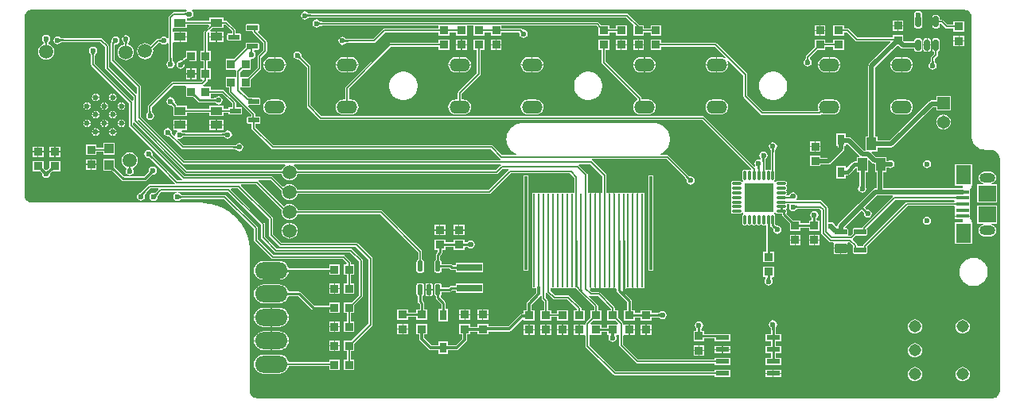
<source format=gbl>
G04*
G04 #@! TF.GenerationSoftware,Altium Limited,Altium Designer,21.9.2 (33)*
G04*
G04 Layer_Physical_Order=4*
G04 Layer_Color=16711680*
%FSLAX25Y25*%
%MOIN*%
G70*
G04*
G04 #@! TF.SameCoordinates,7D1BAC6E-B471-4F52-9471-A17197207182*
G04*
G04*
G04 #@! TF.FilePolarity,Positive*
G04*
G01*
G75*
%ADD15C,0.01000*%
%ADD16R,0.03937X0.04331*%
%ADD17R,0.03740X0.03543*%
%ADD21R,0.04921X0.03543*%
%ADD41C,0.00800*%
%ADD42C,0.01800*%
%ADD43C,0.02000*%
%ADD44C,0.05386*%
%ADD45R,0.05386X0.05386*%
%ADD46C,0.05150*%
%ADD47O,0.08661X0.05512*%
%ADD48O,0.06693X0.03937*%
%ADD49C,0.02362*%
%ADD50R,0.03150X0.04409*%
%ADD51R,0.01181X0.39370*%
%ADD52R,0.00984X0.39370*%
G04:AMPARAMS|DCode=53|XSize=48.03mil|YSize=23.62mil|CornerRadius=5.91mil|HoleSize=0mil|Usage=FLASHONLY|Rotation=90.000|XOffset=0mil|YOffset=0mil|HoleType=Round|Shape=RoundedRectangle|*
%AMROUNDEDRECTD53*
21,1,0.04803,0.01181,0,0,90.0*
21,1,0.03622,0.02362,0,0,90.0*
1,1,0.01181,0.00591,0.01811*
1,1,0.01181,0.00591,-0.01811*
1,1,0.01181,-0.00591,-0.01811*
1,1,0.01181,-0.00591,0.01811*
%
%ADD53ROUNDEDRECTD53*%
%ADD54R,0.03937X0.05512*%
%ADD55R,0.05512X0.01575*%
%ADD56R,0.06299X0.08268*%
%ADD57R,0.07480X0.06890*%
%ADD58C,0.05906*%
%ADD59R,0.05800X0.02200*%
G04:AMPARAMS|DCode=60|XSize=23.23mil|YSize=51.18mil|CornerRadius=1.74mil|HoleSize=0mil|Usage=FLASHONLY|Rotation=90.000|XOffset=0mil|YOffset=0mil|HoleType=Round|Shape=RoundedRectangle|*
%AMROUNDEDRECTD60*
21,1,0.02323,0.04770,0,0,90.0*
21,1,0.01974,0.05118,0,0,90.0*
1,1,0.00348,0.02385,0.00987*
1,1,0.00348,0.02385,-0.00987*
1,1,0.00348,-0.02385,-0.00987*
1,1,0.00348,-0.02385,0.00987*
%
%ADD60ROUNDEDRECTD60*%
G04:AMPARAMS|DCode=61|XSize=38.98mil|YSize=51.18mil|CornerRadius=2.92mil|HoleSize=0mil|Usage=FLASHONLY|Rotation=90.000|XOffset=0mil|YOffset=0mil|HoleType=Round|Shape=RoundedRectangle|*
%AMROUNDEDRECTD61*
21,1,0.03898,0.04534,0,0,90.0*
21,1,0.03313,0.05118,0,0,90.0*
1,1,0.00585,0.02267,0.01657*
1,1,0.00585,0.02267,-0.01657*
1,1,0.00585,-0.02267,-0.01657*
1,1,0.00585,-0.02267,0.01657*
%
%ADD61ROUNDEDRECTD61*%
%ADD62R,0.12402X0.12402*%
G04:AMPARAMS|DCode=63|XSize=10.24mil|YSize=38.19mil|CornerRadius=2.56mil|HoleSize=0mil|Usage=FLASHONLY|Rotation=180.000|XOffset=0mil|YOffset=0mil|HoleType=Round|Shape=RoundedRectangle|*
%AMROUNDEDRECTD63*
21,1,0.01024,0.03307,0,0,180.0*
21,1,0.00512,0.03819,0,0,180.0*
1,1,0.00512,-0.00256,0.01654*
1,1,0.00512,0.00256,0.01654*
1,1,0.00512,0.00256,-0.01654*
1,1,0.00512,-0.00256,-0.01654*
%
%ADD63ROUNDEDRECTD63*%
G04:AMPARAMS|DCode=64|XSize=10.24mil|YSize=38.19mil|CornerRadius=2.56mil|HoleSize=0mil|Usage=FLASHONLY|Rotation=270.000|XOffset=0mil|YOffset=0mil|HoleType=Round|Shape=RoundedRectangle|*
%AMROUNDEDRECTD64*
21,1,0.01024,0.03307,0,0,270.0*
21,1,0.00512,0.03819,0,0,270.0*
1,1,0.00512,-0.01654,-0.00256*
1,1,0.00512,-0.01654,0.00256*
1,1,0.00512,0.01654,0.00256*
1,1,0.00512,0.01654,-0.00256*
%
%ADD64ROUNDEDRECTD64*%
G04:AMPARAMS|DCode=65|XSize=49.61mil|YSize=23.23mil|CornerRadius=2.9mil|HoleSize=0mil|Usage=FLASHONLY|Rotation=180.000|XOffset=0mil|YOffset=0mil|HoleType=Round|Shape=RoundedRectangle|*
%AMROUNDEDRECTD65*
21,1,0.04961,0.01742,0,0,180.0*
21,1,0.04380,0.02323,0,0,180.0*
1,1,0.00581,-0.02190,0.00871*
1,1,0.00581,0.02190,0.00871*
1,1,0.00581,0.02190,-0.00871*
1,1,0.00581,-0.02190,-0.00871*
%
%ADD65ROUNDEDRECTD65*%
%ADD66R,0.03543X0.03740*%
G04:AMPARAMS|DCode=67|XSize=47.64mil|YSize=23.23mil|CornerRadius=5.81mil|HoleSize=0mil|Usage=FLASHONLY|Rotation=90.000|XOffset=0mil|YOffset=0mil|HoleType=Round|Shape=RoundedRectangle|*
%AMROUNDEDRECTD67*
21,1,0.04764,0.01161,0,0,90.0*
21,1,0.03602,0.02323,0,0,90.0*
1,1,0.01161,0.00581,0.01801*
1,1,0.01161,0.00581,-0.01801*
1,1,0.01161,-0.00581,-0.01801*
1,1,0.01161,-0.00581,0.01801*
%
%ADD67ROUNDEDRECTD67*%
%ADD68R,0.10630X0.03150*%
%ADD69O,0.13780X0.07087*%
%ADD70C,0.01200*%
G36*
X460907Y202611D02*
X461513Y202490D01*
X462083Y202254D01*
X462596Y201911D01*
X463033Y201474D01*
X463376Y200961D01*
X463612Y200391D01*
X463733Y199785D01*
X463733Y199476D01*
X463733Y149575D01*
X463736Y149555D01*
X463734Y149535D01*
X463757Y149053D01*
X463772Y148995D01*
Y148936D01*
X463960Y147990D01*
X463990Y147917D01*
X464006Y147839D01*
X464375Y146948D01*
X464419Y146882D01*
X464449Y146809D01*
X464985Y146007D01*
X465041Y145951D01*
X465085Y145885D01*
X465767Y145203D01*
X465833Y145159D01*
X465889Y145103D01*
X466691Y144567D01*
X466764Y144537D01*
X466830Y144493D01*
X467721Y144124D01*
X467798Y144108D01*
X467872Y144078D01*
X468818Y143890D01*
X468877D01*
X468935Y143875D01*
X469417Y143852D01*
X469437Y143855D01*
X469457Y143851D01*
X471425D01*
X471831Y143851D01*
X472626Y143693D01*
X473376Y143382D01*
X474051Y142931D01*
X474624Y142358D01*
X475075Y141683D01*
X475385Y140934D01*
X475544Y140138D01*
Y139732D01*
X475544Y42587D01*
Y42278D01*
X475423Y41672D01*
X475187Y41102D01*
X474844Y40589D01*
X474407Y40152D01*
X473894Y39809D01*
X473324Y39573D01*
X472718Y39452D01*
X164227D01*
X163621Y39573D01*
X163051Y39809D01*
X162538Y40152D01*
X162101Y40589D01*
X161758Y41102D01*
X161522Y41672D01*
X161401Y42278D01*
X161401Y42587D01*
Y101051D01*
X161399Y101064D01*
X161401Y101077D01*
X161359Y102365D01*
X161350Y102404D01*
X161352Y102443D01*
X161016Y104996D01*
X160999Y105046D01*
X160996Y105099D01*
X160329Y107587D01*
X160306Y107634D01*
X160295Y107686D01*
X159310Y110065D01*
X159281Y110109D01*
X159264Y110159D01*
X157976Y112389D01*
X157941Y112429D01*
X157918Y112476D01*
X156350Y114519D01*
X156310Y114554D01*
X156281Y114598D01*
X154460Y116419D01*
X154416Y116448D01*
X154381Y116488D01*
X152339Y118056D01*
X152291Y118079D01*
X152251Y118114D01*
X150021Y119401D01*
X149971Y119418D01*
X149927Y119448D01*
X147548Y120433D01*
X147496Y120443D01*
X147449Y120467D01*
X144962Y121133D01*
X144909Y121137D01*
X144859Y121154D01*
X142306Y121490D01*
X142266Y121487D01*
X142227Y121496D01*
X140940Y121539D01*
X140927Y121536D01*
X140913Y121539D01*
X70047Y121539D01*
X69739D01*
X69133Y121659D01*
X68563Y121896D01*
X68049Y122239D01*
X67613Y122675D01*
X67270Y123189D01*
X67033Y123759D01*
X66913Y124365D01*
Y124673D01*
Y199476D01*
Y199785D01*
X67033Y200391D01*
X67270Y200961D01*
X67613Y201474D01*
X68049Y201911D01*
X68563Y202254D01*
X69133Y202490D01*
X69739Y202611D01*
X134826D01*
X134978Y202111D01*
X134812Y201999D01*
X134629Y201726D01*
X134599Y201716D01*
X134483Y201690D01*
X134347Y201667D01*
X133736Y201623D01*
X133490Y201620D01*
X133449Y201603D01*
X129528D01*
X129528Y201603D01*
X129215Y201541D01*
X128951Y201364D01*
X128951Y201364D01*
X127573Y199986D01*
X127396Y199722D01*
X127334Y199409D01*
X127334Y199409D01*
Y190775D01*
X126834Y190624D01*
X126680Y190854D01*
X126124Y191225D01*
X125468Y191356D01*
X124812Y191225D01*
X124256Y190854D01*
X124074Y190580D01*
X124044Y190570D01*
X123928Y190544D01*
X123792Y190521D01*
X123181Y190477D01*
X122935Y190474D01*
X122881Y190452D01*
X122597Y190395D01*
X122333Y190218D01*
X122333Y190218D01*
X119815Y187701D01*
X119211Y188165D01*
X118395Y188503D01*
X117520Y188618D01*
X116645Y188503D01*
X115829Y188165D01*
X115129Y187627D01*
X114591Y186927D01*
X114253Y186111D01*
X114138Y185236D01*
X114253Y184361D01*
X114591Y183545D01*
X115129Y182845D01*
X115829Y182308D01*
X116645Y181970D01*
X117520Y181854D01*
X118395Y181970D01*
X119211Y182308D01*
X119911Y182845D01*
X120448Y183545D01*
X120786Y184361D01*
X120901Y185236D01*
X120786Y186111D01*
X120712Y186291D01*
X123223Y188801D01*
X123411Y188797D01*
X123787Y188762D01*
X123928Y188739D01*
X124044Y188713D01*
X124074Y188703D01*
X124256Y188430D01*
X124812Y188058D01*
X125468Y187927D01*
X126124Y188058D01*
X126680Y188430D01*
X126834Y188659D01*
X127334Y188508D01*
Y182302D01*
X127317Y182264D01*
X127305Y181782D01*
X127270Y181405D01*
X127247Y181265D01*
X127221Y181149D01*
X127211Y181119D01*
X126938Y180936D01*
X126566Y180380D01*
X126436Y179724D01*
X126566Y179069D01*
X126938Y178512D01*
X127494Y178141D01*
X128150Y178010D01*
X128805Y178141D01*
X129362Y178512D01*
X129733Y179069D01*
X129864Y179724D01*
X129733Y180380D01*
X129362Y180936D01*
X129088Y181119D01*
X129078Y181149D01*
X129052Y181265D01*
X129029Y181401D01*
X128986Y182012D01*
X128982Y182258D01*
X128965Y182299D01*
Y188735D01*
X129324Y189076D01*
X129465Y189076D01*
X131985D01*
Y191247D01*
Y193419D01*
X129465D01*
X129324Y193419D01*
X128965Y193759D01*
Y194641D01*
X129324Y194981D01*
X129465Y194981D01*
X135046D01*
Y196337D01*
X144083D01*
X144290Y195837D01*
X142238Y193785D01*
X142061Y193521D01*
X141999Y193209D01*
X141999Y193209D01*
Y185470D01*
X140643D01*
Y180930D01*
X141999D01*
Y177970D01*
X140643D01*
Y173430D01*
X141340D01*
X141531Y172968D01*
X141032Y172469D01*
X129134D01*
X129134Y172469D01*
X128822Y172407D01*
X128557Y172230D01*
X128557Y172230D01*
X118880Y162554D01*
X118704Y162289D01*
X118642Y161977D01*
X118642Y161977D01*
Y160616D01*
X118624Y160577D01*
X118614Y160093D01*
X118583Y159709D01*
X118562Y159562D01*
X118537Y159439D01*
X118528Y159407D01*
X118389Y159314D01*
X118017Y158758D01*
X117887Y158102D01*
X118017Y157446D01*
X118389Y156890D01*
X118945Y156518D01*
X119601Y156388D01*
X120257Y156518D01*
X120813Y156890D01*
X121184Y157446D01*
X121315Y158102D01*
X121184Y158758D01*
X120813Y159314D01*
X120390Y159596D01*
X120364Y159700D01*
X120340Y159829D01*
X120293Y160432D01*
X120290Y160678D01*
X120280Y160702D01*
X120287Y160728D01*
X120273Y160752D01*
Y161639D01*
X129472Y170838D01*
X134222D01*
X134541Y170470D01*
X134541Y170338D01*
Y165930D01*
X137685D01*
X139697Y163918D01*
X139995Y163719D01*
X140346Y163649D01*
X145701D01*
X145738Y163634D01*
X145996Y163632D01*
X146434Y163616D01*
X146765Y163585D01*
X146874Y163567D01*
X147016Y163355D01*
X147572Y162983D01*
X148228Y162853D01*
X148884Y162983D01*
X149440Y163355D01*
X149812Y163911D01*
X149942Y164567D01*
X149812Y165223D01*
X149440Y165779D01*
X148884Y166150D01*
X148228Y166281D01*
X147572Y166150D01*
X147016Y165779D01*
X146874Y165567D01*
X146772Y165550D01*
X145991Y165502D01*
X145738Y165500D01*
X145701Y165485D01*
X145118D01*
X144987Y165930D01*
X144987Y165985D01*
Y167384D01*
X149769D01*
X153909Y163245D01*
Y161775D01*
X153020D01*
X152751Y161721D01*
X152523Y161569D01*
X152370Y161340D01*
X152316Y161071D01*
Y160968D01*
X150203D01*
Y162324D01*
X144482D01*
Y160968D01*
X135046D01*
Y162324D01*
X130915D01*
X130878Y162511D01*
X130701Y162775D01*
X130701Y162775D01*
X130549Y162927D01*
X130534Y162967D01*
X130202Y163316D01*
X129960Y163606D01*
X129877Y163722D01*
X129814Y163823D01*
X129799Y163851D01*
X129864Y164173D01*
X129733Y164829D01*
X129362Y165385D01*
X128805Y165757D01*
X128150Y165887D01*
X127494Y165757D01*
X126938Y165385D01*
X126566Y164829D01*
X126436Y164173D01*
X126566Y163517D01*
X126938Y162961D01*
X127494Y162590D01*
X128150Y162459D01*
X128472Y162523D01*
X128500Y162509D01*
X128601Y162446D01*
X128713Y162365D01*
X129176Y161965D01*
X129309Y161835D01*
Y161524D01*
X129309Y161524D01*
X129324Y161446D01*
Y157981D01*
X135046D01*
Y159337D01*
X144482D01*
Y157981D01*
X150203D01*
Y159337D01*
X152316D01*
Y159329D01*
X152370Y159060D01*
X152523Y158831D01*
X152751Y158679D01*
X153020Y158625D01*
X157400D01*
X157670Y158679D01*
X157898Y158831D01*
X158051Y159060D01*
X158104Y159329D01*
Y161071D01*
X158051Y161340D01*
X157898Y161569D01*
X157670Y161721D01*
X157400Y161775D01*
X155540D01*
Y163583D01*
X155540Y163583D01*
X155478Y163895D01*
X155301Y164159D01*
X155301Y164160D01*
X150684Y168777D01*
X150419Y168954D01*
X150107Y169016D01*
X150107Y169016D01*
X144987D01*
Y170470D01*
X141889D01*
X141787Y170970D01*
X141947Y171077D01*
X143392Y172522D01*
X143392Y172522D01*
X143569Y172786D01*
X143631Y173099D01*
Y173430D01*
X144987D01*
Y177970D01*
X143631D01*
Y180930D01*
X144987D01*
Y185470D01*
X143631D01*
Y192871D01*
X143982Y193222D01*
X144482Y193015D01*
Y191447D01*
X147143D01*
Y193419D01*
X144886D01*
X144679Y193919D01*
X145741Y194981D01*
X150203D01*
Y196337D01*
X151131D01*
X153895Y193574D01*
Y192775D01*
X152520D01*
X152251Y192721D01*
X152023Y192569D01*
X151870Y192340D01*
X151816Y192071D01*
Y190329D01*
X151870Y190060D01*
X152023Y189831D01*
X152251Y189679D01*
X152520Y189625D01*
X156900D01*
X157170Y189679D01*
X157398Y189831D01*
X157551Y190060D01*
X157604Y190329D01*
Y192071D01*
X157551Y192340D01*
X157398Y192569D01*
X157170Y192721D01*
X156900Y192775D01*
X155526D01*
Y193912D01*
X155526Y193912D01*
X155464Y194224D01*
X155287Y194489D01*
X155287Y194489D01*
X152046Y197730D01*
X151781Y197906D01*
X151469Y197968D01*
X151469Y197968D01*
X150203D01*
Y199324D01*
X144482D01*
Y197968D01*
X135046D01*
Y198818D01*
X135123Y198911D01*
X135546Y199168D01*
X136024Y199073D01*
X136679Y199204D01*
X137236Y199575D01*
X137607Y200132D01*
X137738Y200787D01*
X137607Y201443D01*
X137236Y201999D01*
X137069Y202111D01*
X137221Y202611D01*
X460598D01*
X460907Y202611D01*
D02*
G37*
G36*
X135079Y200079D02*
X135021Y200137D01*
X134941Y200190D01*
X134839Y200236D01*
X134714Y200276D01*
X134567Y200310D01*
X134397Y200338D01*
X133991Y200375D01*
X133495Y200387D01*
Y201187D01*
X133754Y201190D01*
X134397Y201237D01*
X134567Y201265D01*
X134714Y201298D01*
X134839Y201339D01*
X134941Y201385D01*
X135021Y201437D01*
X135079Y201496D01*
Y200079D01*
D02*
G37*
G36*
X124523Y188933D02*
X124466Y188992D01*
X124386Y189044D01*
X124284Y189090D01*
X124159Y189130D01*
X124012Y189164D01*
X123842Y189192D01*
X123436Y189229D01*
X122940Y189242D01*
Y190042D01*
X123199Y190045D01*
X123842Y190091D01*
X124012Y190119D01*
X124159Y190153D01*
X124284Y190193D01*
X124386Y190239D01*
X124466Y190292D01*
X124523Y190350D01*
Y188933D01*
D02*
G37*
G36*
X128553Y181994D02*
X128599Y181351D01*
X128627Y181181D01*
X128661Y181034D01*
X128701Y180909D01*
X128747Y180807D01*
X128800Y180727D01*
X128858Y180669D01*
X127441D01*
X127500Y180727D01*
X127552Y180807D01*
X127598Y180909D01*
X127638Y181034D01*
X127672Y181181D01*
X127700Y181351D01*
X127737Y181757D01*
X127750Y182253D01*
X128550D01*
X128553Y181994D01*
D02*
G37*
G36*
X147283Y163858D02*
X147240Y163898D01*
X147172Y163933D01*
X147079Y163965D01*
X146962Y163992D01*
X146820Y164015D01*
X146462Y164048D01*
X146006Y164065D01*
X145741Y164067D01*
Y165067D01*
X146006Y165069D01*
X146820Y165119D01*
X146962Y165142D01*
X147079Y165169D01*
X147172Y165200D01*
X147240Y165236D01*
X147283Y165276D01*
Y163858D01*
D02*
G37*
G36*
X129318Y163924D02*
X129337Y163830D01*
X129377Y163725D01*
X129437Y163609D01*
X129517Y163481D01*
X129617Y163341D01*
X129878Y163028D01*
X130220Y162668D01*
X129655Y162102D01*
X129469Y162284D01*
X128982Y162706D01*
X128842Y162806D01*
X128714Y162886D01*
X128597Y162946D01*
X128492Y162985D01*
X128399Y163005D01*
X128317Y163004D01*
X129319Y164006D01*
X129318Y163924D01*
D02*
G37*
G36*
X119861Y160413D02*
X119910Y159774D01*
X119940Y159608D01*
X119977Y159465D01*
X120020Y159345D01*
X120070Y159249D01*
X120126Y159176D01*
X120189Y159126D01*
X118783Y158953D01*
X118835Y159017D01*
X118881Y159102D01*
X118923Y159210D01*
X118958Y159338D01*
X118989Y159489D01*
X119013Y159661D01*
X119046Y160071D01*
X119057Y160568D01*
X119857Y160672D01*
X119861Y160413D01*
D02*
G37*
%LPC*%
G36*
X435144Y198136D02*
X433074D01*
Y196165D01*
X435144D01*
Y198136D01*
D02*
G37*
G36*
X432674D02*
X430604D01*
Y196165D01*
X432674D01*
Y198136D01*
D02*
G37*
G36*
X441339Y202108D02*
X440683Y201977D01*
X440127Y201606D01*
X439755Y201050D01*
X439625Y200394D01*
X439755Y199738D01*
X439789Y199687D01*
X439738Y199429D01*
Y195807D01*
X439815Y195421D01*
X440034Y195093D01*
X440361Y194874D01*
X440748Y194797D01*
X441929D01*
X442316Y194874D01*
X442643Y195093D01*
X442862Y195421D01*
X442939Y195807D01*
Y199429D01*
X442888Y199687D01*
X442922Y199738D01*
X443053Y200394D01*
X442922Y201050D01*
X442551Y201606D01*
X441994Y201977D01*
X441339Y202108D01*
D02*
G37*
G36*
X402467Y196168D02*
X400397D01*
Y194196D01*
X402467D01*
Y196168D01*
D02*
G37*
G36*
X399997D02*
X397927D01*
Y194196D01*
X399997D01*
Y196168D01*
D02*
G37*
G36*
X435144Y195765D02*
X433074D01*
Y193793D01*
X435144D01*
Y195765D01*
D02*
G37*
G36*
X432674D02*
X430604D01*
Y193793D01*
X432674D01*
Y195765D01*
D02*
G37*
G36*
X449409Y200439D02*
X448228D01*
X447842Y200362D01*
X447514Y200143D01*
X447295Y199816D01*
X447218Y199429D01*
Y195807D01*
X447295Y195421D01*
X447514Y195093D01*
X447842Y194874D01*
X448228Y194797D01*
X449409D01*
X449796Y194874D01*
X450124Y195093D01*
X450343Y195421D01*
X450419Y195807D01*
Y196666D01*
X450919Y196746D01*
X452671Y194994D01*
X452671Y194994D01*
X452936Y194817D01*
X453248Y194755D01*
X456194D01*
Y193399D01*
X460735D01*
Y197742D01*
X456194D01*
Y196387D01*
X453586D01*
X451778Y198195D01*
X451513Y198372D01*
X451201Y198434D01*
X451201Y198434D01*
X450419D01*
Y199429D01*
X450343Y199816D01*
X450124Y200143D01*
X449796Y200362D01*
X449409Y200439D01*
D02*
G37*
G36*
X402467Y193796D02*
X400397D01*
Y191824D01*
X402467D01*
Y193796D01*
D02*
G37*
G36*
X399997D02*
X397927D01*
Y191824D01*
X399997D01*
Y193796D01*
D02*
G37*
G36*
X184479Y201911D02*
X183823Y201780D01*
X183267Y201409D01*
X182896Y200853D01*
X182765Y200197D01*
X182896Y199541D01*
X183267Y198985D01*
X183823Y198613D01*
X184479Y198483D01*
X185135Y198613D01*
X185691Y198985D01*
X185874Y199258D01*
X185904Y199268D01*
X186020Y199295D01*
X186156Y199317D01*
X186767Y199361D01*
X187013Y199364D01*
X187053Y199381D01*
X319150D01*
X322066Y196466D01*
X321942Y196168D01*
X321942D01*
Y191824D01*
X326483D01*
Y193180D01*
X329226D01*
Y191824D01*
X333766D01*
Y196168D01*
X329226D01*
Y194812D01*
X326483D01*
Y196168D01*
X324671D01*
X320065Y200774D01*
X319800Y200950D01*
X319488Y201012D01*
X319488Y201012D01*
X187057D01*
X187019Y201030D01*
X186537Y201042D01*
X186160Y201076D01*
X186020Y201099D01*
X185904Y201126D01*
X185874Y201135D01*
X185691Y201409D01*
X185135Y201780D01*
X184479Y201911D01*
D02*
G37*
G36*
X189245Y198564D02*
X188589Y198434D01*
X188033Y198062D01*
X187662Y197506D01*
X187531Y196850D01*
X187662Y196195D01*
X188033Y195638D01*
X188589Y195267D01*
X189245Y195136D01*
X189901Y195267D01*
X190457Y195638D01*
X190549Y195776D01*
X190581Y195785D01*
X190705Y195810D01*
X190848Y195831D01*
X191467Y195870D01*
X191715Y195873D01*
X191755Y195890D01*
X240446D01*
Y194812D01*
X217815D01*
X217815Y194812D01*
X217503Y194750D01*
X217238Y194573D01*
X217238Y194573D01*
X213048Y190383D01*
X202767D01*
X202728Y190400D01*
X202246Y190412D01*
X201870Y190446D01*
X201729Y190469D01*
X201613Y190496D01*
X201584Y190505D01*
X201401Y190779D01*
X200845Y191150D01*
X200189Y191281D01*
X199533Y191150D01*
X198977Y190779D01*
X198605Y190223D01*
X198475Y189567D01*
X198605Y188911D01*
X198977Y188355D01*
X199533Y187983D01*
X200189Y187853D01*
X200845Y187983D01*
X201401Y188355D01*
X201584Y188628D01*
X201613Y188638D01*
X201729Y188665D01*
X201866Y188687D01*
X202476Y188731D01*
X202723Y188734D01*
X202763Y188751D01*
X213386D01*
X213386Y188751D01*
X213698Y188813D01*
X213963Y188990D01*
X218153Y193180D01*
X240446D01*
Y191824D01*
X244987D01*
Y193180D01*
X247730D01*
Y191824D01*
X252270D01*
Y195890D01*
X255013D01*
Y191824D01*
X259554D01*
Y193180D01*
X262297D01*
Y191824D01*
X266837D01*
Y193180D01*
X273892D01*
X274302Y192680D01*
X274270Y192520D01*
X274401Y191864D01*
X274772Y191308D01*
X275328Y190936D01*
X275984Y190806D01*
X276640Y190936D01*
X277196Y191308D01*
X277568Y191864D01*
X277698Y192520D01*
X277568Y193176D01*
X277196Y193732D01*
X276640Y194103D01*
X275984Y194234D01*
X275819Y194201D01*
X275789Y194218D01*
X275715Y194266D01*
X275637Y194324D01*
X275444Y194490D01*
X275340Y194590D01*
X275259Y194622D01*
X275068Y194750D01*
X274756Y194812D01*
X274756Y194812D01*
X266837D01*
Y195890D01*
X306598D01*
X307376Y195113D01*
Y191824D01*
X311916D01*
Y193180D01*
X314659D01*
Y191824D01*
X319199D01*
Y196168D01*
X314659D01*
Y194812D01*
X311916D01*
Y196168D01*
X308628D01*
X307513Y197282D01*
X307248Y197459D01*
X306936Y197521D01*
X306936Y197521D01*
X191896D01*
X191872Y197535D01*
X191846Y197528D01*
X191821Y197538D01*
X191572Y197542D01*
X191147Y197567D01*
X190982Y197587D01*
X190844Y197612D01*
X190741Y197638D01*
X190457Y198062D01*
X189901Y198434D01*
X189245Y198564D01*
D02*
G37*
G36*
X150203Y193419D02*
X147543D01*
Y191447D01*
X150203D01*
Y193419D01*
D02*
G37*
G36*
X132385D02*
Y191447D01*
X135046D01*
Y193419D01*
X132385D01*
D02*
G37*
G36*
X460735Y191640D02*
X458665D01*
Y189669D01*
X460735D01*
Y191640D01*
D02*
G37*
G36*
X458264D02*
X456194D01*
Y189669D01*
X458264D01*
Y191640D01*
D02*
G37*
G36*
X150203Y191047D02*
X147543D01*
Y189076D01*
X150203D01*
Y191047D01*
D02*
G37*
G36*
X147143D02*
X144482D01*
Y189076D01*
X147143D01*
Y191047D01*
D02*
G37*
G36*
X135046D02*
X132385D01*
Y189076D01*
X135046D01*
Y191047D01*
D02*
G37*
G36*
X410341Y190065D02*
X405801D01*
Y188709D01*
X402467D01*
Y190065D01*
X397927D01*
Y186777D01*
X394502Y183352D01*
X394325Y183088D01*
X394280Y182861D01*
X394246Y182782D01*
X394243Y182572D01*
X394220Y182213D01*
X394202Y182074D01*
X394179Y181955D01*
X394154Y181860D01*
X394153Y181858D01*
X393867Y181666D01*
X393495Y181110D01*
X393365Y180454D01*
X393495Y179798D01*
X393867Y179242D01*
X394423Y178871D01*
X395079Y178740D01*
X395735Y178871D01*
X396291Y179242D01*
X396662Y179798D01*
X396793Y180454D01*
X396662Y181110D01*
X396291Y181666D01*
X396004Y181858D01*
X396003Y181860D01*
X395978Y181955D01*
X395958Y182064D01*
X395924Y182467D01*
X399179Y185722D01*
X402467D01*
Y187078D01*
X405801D01*
Y185722D01*
X410341D01*
Y190065D01*
D02*
G37*
G36*
X326483D02*
X324413D01*
Y188094D01*
X326483D01*
Y190065D01*
D02*
G37*
G36*
X252270D02*
X250200D01*
Y188094D01*
X252270D01*
Y190065D01*
D02*
G37*
G36*
X319199D02*
X317129D01*
Y188094D01*
X319199D01*
Y190065D01*
D02*
G37*
G36*
X266837D02*
X264767D01*
Y188094D01*
X266837D01*
Y190065D01*
D02*
G37*
G36*
X316729D02*
X314659D01*
Y188094D01*
X316729D01*
Y190065D01*
D02*
G37*
G36*
X264367D02*
X262297D01*
Y188094D01*
X264367D01*
Y190065D01*
D02*
G37*
G36*
X324013D02*
X321942D01*
Y188094D01*
X324013D01*
Y190065D01*
D02*
G37*
G36*
X249800D02*
X247730D01*
Y188094D01*
X249800D01*
Y190065D01*
D02*
G37*
G36*
X445669Y190636D02*
X445279D01*
Y188015D01*
X446679D01*
Y189626D01*
X446602Y190013D01*
X446383Y190340D01*
X446056Y190559D01*
X445669Y190636D01*
D02*
G37*
G36*
X444879D02*
X444488D01*
X444102Y190559D01*
X443774Y190340D01*
X443555Y190013D01*
X443478Y189626D01*
Y188015D01*
X444879D01*
Y190636D01*
D02*
G37*
G36*
X460735Y189269D02*
X458665D01*
Y187297D01*
X460735D01*
Y189269D01*
D02*
G37*
G36*
X458264D02*
X456194D01*
Y187297D01*
X458264D01*
Y189269D01*
D02*
G37*
G36*
X326483Y187694D02*
X324413D01*
Y185722D01*
X326483D01*
Y187694D01*
D02*
G37*
G36*
X324013D02*
X321942D01*
Y185722D01*
X324013D01*
Y187694D01*
D02*
G37*
G36*
X319199D02*
X317129D01*
Y185722D01*
X319199D01*
Y187694D01*
D02*
G37*
G36*
X316729D02*
X314659D01*
Y185722D01*
X316729D01*
Y187694D01*
D02*
G37*
G36*
X266837D02*
X264767D01*
Y185722D01*
X266837D01*
Y187694D01*
D02*
G37*
G36*
X264367D02*
X262297D01*
Y185722D01*
X264367D01*
Y187694D01*
D02*
G37*
G36*
X252270D02*
X250200D01*
Y185722D01*
X252270D01*
Y187694D01*
D02*
G37*
G36*
X249800D02*
X247730D01*
Y185722D01*
X249800D01*
Y187694D01*
D02*
G37*
G36*
X244987Y190065D02*
X240446D01*
Y188709D01*
X220177D01*
X219865Y188647D01*
X219600Y188470D01*
X219600Y188470D01*
X201557Y170427D01*
X201380Y170162D01*
X201318Y169850D01*
X201318Y169850D01*
Y164964D01*
X200559D01*
X199735Y164856D01*
X198968Y164538D01*
X198308Y164032D01*
X197802Y163373D01*
X197484Y162605D01*
X197376Y161781D01*
X197484Y160957D01*
X197802Y160189D01*
X198308Y159530D01*
X198968Y159024D01*
X199735Y158706D01*
X200559Y158598D01*
X203709D01*
X204533Y158706D01*
X205300Y159024D01*
X205960Y159530D01*
X206465Y160189D01*
X206783Y160957D01*
X206892Y161781D01*
X206783Y162605D01*
X206465Y163373D01*
X205960Y164032D01*
X205300Y164538D01*
X204533Y164856D01*
X203709Y164964D01*
X202950D01*
Y169512D01*
X220515Y187078D01*
X240446D01*
Y185722D01*
X244987D01*
Y190065D01*
D02*
G37*
G36*
X446679Y187615D02*
X445279D01*
Y184994D01*
X445669D01*
X446056Y185071D01*
X446383Y185290D01*
X446602Y185617D01*
X446679Y186004D01*
Y187615D01*
D02*
G37*
G36*
X444879D02*
X443478D01*
Y186004D01*
X443555Y185617D01*
X443774Y185290D01*
X444102Y185071D01*
X444488Y184994D01*
X444879D01*
Y187615D01*
D02*
G37*
G36*
X410341Y196168D02*
X405801D01*
Y191824D01*
X410341D01*
Y193180D01*
X411375D01*
X414974Y189581D01*
X414974Y189581D01*
X415239Y189404D01*
X415551Y189342D01*
X429583D01*
X429775Y188880D01*
X420841Y179946D01*
X420532Y179483D01*
X420423Y178937D01*
X420423Y178937D01*
Y149416D01*
X419482D01*
Y143357D01*
X418702D01*
X413468Y148590D01*
X413005Y148900D01*
X412458Y149009D01*
X412458Y149008D01*
X411030D01*
Y150557D01*
X407080D01*
Y145348D01*
X407544D01*
X407593Y144848D01*
X403247Y140502D01*
X400498D01*
Y141246D01*
X395958D01*
Y136903D01*
X400498D01*
Y137647D01*
X403838D01*
X403839Y137647D01*
X404385Y137756D01*
X404848Y138066D01*
X410064Y143282D01*
X410065Y143282D01*
X410374Y143745D01*
X410483Y144291D01*
X410483Y144291D01*
Y145348D01*
X411030D01*
Y146154D01*
X411867D01*
X416766Y141254D01*
X416559Y140754D01*
X415742D01*
Y138924D01*
X414708D01*
X414200Y138823D01*
X413770Y138536D01*
X411492Y136257D01*
X411030Y136449D01*
Y136935D01*
X407080D01*
Y131726D01*
X411030D01*
Y133110D01*
X411544D01*
X412051Y133211D01*
X412481Y133498D01*
X415242Y136258D01*
X415742Y136237D01*
Y134442D01*
X416566D01*
Y128566D01*
X416308Y128179D01*
X416177Y127524D01*
X416308Y126868D01*
X416679Y126312D01*
X417235Y125940D01*
X417891Y125809D01*
X418547Y125940D01*
X419103Y126312D01*
X419475Y126868D01*
X419605Y127524D01*
X419475Y128179D01*
X419217Y128566D01*
Y134442D01*
X420479D01*
Y139262D01*
X420941Y139454D01*
X422049Y138345D01*
X422049Y138345D01*
X422512Y138036D01*
X423059Y137927D01*
X423222Y137480D01*
Y134442D01*
X423966D01*
Y128363D01*
X423961Y128350D01*
X423961Y127577D01*
X423394D01*
X423394Y127577D01*
X422848Y127468D01*
X422384Y127159D01*
X422384Y127159D01*
X416215Y120990D01*
X416215Y120990D01*
X407861Y112635D01*
X407551Y112172D01*
X407496Y111896D01*
X406954Y111732D01*
X406494Y112191D01*
X406439Y112467D01*
X406068Y113023D01*
X405512Y113395D01*
X404856Y113525D01*
X404200Y113395D01*
X404090Y113321D01*
X403590Y113589D01*
Y119198D01*
X403572Y119293D01*
Y119488D01*
X403572Y119488D01*
X403510Y119800D01*
X403333Y120065D01*
X400971Y122427D01*
X400706Y122604D01*
X400394Y122666D01*
X400394Y122666D01*
X390519D01*
X390299Y123166D01*
X390560Y123557D01*
X390690Y124213D01*
X390560Y124869D01*
X390188Y125425D01*
X389632Y125796D01*
X388976Y125927D01*
X388320Y125796D01*
X387764Y125425D01*
X387393Y124869D01*
X387346Y124635D01*
X386329D01*
X386200Y124840D01*
X386114Y125135D01*
X386208Y125276D01*
X386259Y125531D01*
Y125587D01*
X383937D01*
Y125987D01*
X386259D01*
Y126043D01*
X386208Y126299D01*
X386100Y126462D01*
X386063Y126522D01*
Y127021D01*
X386100Y127082D01*
X386208Y127244D01*
X386259Y127500D01*
Y128012D01*
X386208Y128268D01*
X386100Y128430D01*
X386063Y128491D01*
Y128990D01*
X386100Y129050D01*
X386208Y129213D01*
X386259Y129469D01*
Y129980D01*
X386208Y130236D01*
X386063Y130453D01*
X385846Y130598D01*
X385591Y130649D01*
X382283D01*
X382028Y130598D01*
X381811Y130453D01*
X381707Y130298D01*
X381469Y130299D01*
X381207Y130382D01*
Y130420D01*
X381169D01*
X381086Y130682D01*
X381086Y130920D01*
X381241Y131023D01*
X381386Y131240D01*
X381436Y131496D01*
Y134803D01*
X381386Y135059D01*
X381328Y135146D01*
Y142640D01*
X381345Y142679D01*
X381357Y143160D01*
X381391Y143537D01*
X381414Y143678D01*
X381441Y143793D01*
X381450Y143823D01*
X381724Y144006D01*
X382095Y144562D01*
X382226Y145218D01*
X382095Y145874D01*
X381724Y146430D01*
X381168Y146801D01*
X380512Y146932D01*
X379856Y146801D01*
X379300Y146430D01*
X378928Y145874D01*
X378798Y145218D01*
X378928Y144562D01*
X379300Y144006D01*
X379573Y143823D01*
X379583Y143793D01*
X379610Y143678D01*
X379632Y143541D01*
X379676Y142930D01*
X379679Y142684D01*
X379696Y142644D01*
Y135541D01*
X379491Y135413D01*
X379196Y135327D01*
X379055Y135421D01*
X378799Y135472D01*
X378287D01*
X378031Y135421D01*
X377890Y135327D01*
X377596Y135413D01*
X377391Y135541D01*
Y138760D01*
X377408Y138799D01*
X377420Y139281D01*
X377454Y139658D01*
X377477Y139798D01*
X377504Y139914D01*
X377513Y139944D01*
X377787Y140127D01*
X378158Y140683D01*
X378289Y141339D01*
X378158Y141995D01*
X377787Y142551D01*
X377231Y142922D01*
X376575Y143053D01*
X375919Y142922D01*
X375363Y142551D01*
X374991Y141995D01*
X374861Y141339D01*
X374991Y140683D01*
X375339Y140162D01*
X375327Y140097D01*
X374867Y139716D01*
X374494Y139790D01*
X373838Y139660D01*
X373282Y139288D01*
X372910Y138732D01*
X372780Y138076D01*
X372910Y137420D01*
X373120Y137106D01*
X372732Y136787D01*
X351856Y157663D01*
X351591Y157840D01*
X351279Y157902D01*
X351279Y157902D01*
X191480D01*
X186839Y162543D01*
Y178740D01*
X186839Y178740D01*
X186777Y179052D01*
X186600Y179317D01*
X183699Y182218D01*
X183684Y182258D01*
X183352Y182607D01*
X183109Y182898D01*
X183026Y183013D01*
X182963Y183114D01*
X182949Y183142D01*
X183013Y183465D01*
X182883Y184121D01*
X182511Y184677D01*
X181955Y185048D01*
X181299Y185179D01*
X180643Y185048D01*
X180087Y184677D01*
X179716Y184121D01*
X179585Y183465D01*
X179716Y182809D01*
X180087Y182253D01*
X180643Y181881D01*
X181299Y181751D01*
X181622Y181815D01*
X181650Y181800D01*
X181750Y181737D01*
X181863Y181657D01*
X182326Y181256D01*
X182502Y181084D01*
X182543Y181068D01*
X185208Y178402D01*
Y162205D01*
X185208Y162205D01*
X185270Y161893D01*
X185447Y161628D01*
X190565Y156510D01*
X190565Y156510D01*
X190830Y156333D01*
X191142Y156271D01*
X350941D01*
X371345Y135867D01*
X371060Y135445D01*
X370925Y135472D01*
X370413D01*
X370158Y135421D01*
X369995Y135312D01*
X369935Y135276D01*
X369436D01*
X369375Y135312D01*
X369213Y135421D01*
X368957Y135472D01*
X368445D01*
X368189Y135421D01*
X367972Y135276D01*
X367827Y135059D01*
X367776Y134803D01*
Y131496D01*
X367827Y131240D01*
X367972Y131023D01*
X368127Y130920D01*
X368127Y130682D01*
X368044Y130420D01*
X368005D01*
Y130382D01*
X367744Y130299D01*
X367506Y130298D01*
X367402Y130453D01*
X367185Y130598D01*
X366929Y130649D01*
X363622D01*
X363366Y130598D01*
X363149Y130453D01*
X363004Y130236D01*
X362953Y129980D01*
Y129469D01*
X363004Y129213D01*
X363113Y129050D01*
X363149Y128990D01*
Y128491D01*
X363113Y128430D01*
X363004Y128268D01*
X362953Y128012D01*
Y127500D01*
X363004Y127244D01*
X363113Y127082D01*
X363149Y127021D01*
Y126522D01*
X363113Y126462D01*
X363004Y126299D01*
X362953Y126043D01*
Y125531D01*
X363004Y125276D01*
X363113Y125113D01*
X363149Y125053D01*
Y124554D01*
X363113Y124493D01*
X363004Y124331D01*
X362953Y124075D01*
Y123563D01*
X363004Y123307D01*
X363113Y123145D01*
X363149Y123084D01*
Y122585D01*
X363113Y122525D01*
X363004Y122362D01*
X362953Y122106D01*
Y121595D01*
X363004Y121339D01*
X363113Y121176D01*
X363149Y121116D01*
Y120617D01*
X363113Y120556D01*
X363004Y120394D01*
X362953Y120138D01*
Y119626D01*
X363004Y119370D01*
X363113Y119208D01*
X363149Y119147D01*
Y118648D01*
X363113Y118588D01*
X363004Y118425D01*
X362953Y118169D01*
Y117657D01*
X363004Y117402D01*
X363149Y117185D01*
X363366Y117040D01*
X363622Y116989D01*
X366929D01*
X367185Y117040D01*
X367402Y117185D01*
X367506Y117340D01*
X367744Y117339D01*
X368005Y117256D01*
Y117218D01*
X368044D01*
X368127Y116956D01*
X368127Y116718D01*
X367972Y116615D01*
X367827Y116398D01*
X367776Y116142D01*
Y112835D01*
X367827Y112579D01*
X367972Y112362D01*
X368189Y112217D01*
X368445Y112166D01*
X368957D01*
X369213Y112217D01*
X369375Y112325D01*
X369436Y112362D01*
X369935D01*
X369995Y112325D01*
X370158Y112217D01*
X370413Y112166D01*
X370925D01*
X371181Y112217D01*
X371343Y112325D01*
X371404Y112362D01*
X371903D01*
X371964Y112325D01*
X372126Y112217D01*
X372382Y112166D01*
X372894D01*
X373150Y112217D01*
X373312Y112325D01*
X373373Y112362D01*
X373872D01*
X373932Y112325D01*
X374095Y112217D01*
X374350Y112166D01*
X374862D01*
X375118Y112217D01*
X375280Y112325D01*
X375341Y112362D01*
X375840D01*
X375901Y112325D01*
X376063Y112217D01*
X376319Y112166D01*
X376831D01*
X377087Y112217D01*
X377126Y112243D01*
X377626Y112012D01*
Y100892D01*
X376470D01*
Y96549D01*
X381010D01*
Y100892D01*
X379461D01*
Y111227D01*
X379540Y111284D01*
X380017Y111338D01*
X380199Y111153D01*
X380497Y110833D01*
X380709Y110577D01*
X380774Y110487D01*
X380724Y110236D01*
X380855Y109580D01*
X381226Y109024D01*
X381783Y108653D01*
X382438Y108522D01*
X383094Y108653D01*
X383650Y109024D01*
X384022Y109580D01*
X384153Y110236D01*
X384022Y110892D01*
X383650Y111448D01*
X383094Y111820D01*
X382438Y111950D01*
X382188Y111900D01*
X382103Y111961D01*
X381517Y112479D01*
X381429Y112566D01*
Y112799D01*
X381436Y112835D01*
Y116142D01*
X381386Y116398D01*
X381241Y116615D01*
X381086Y116718D01*
X381086Y116956D01*
X381169Y117218D01*
X381207D01*
Y117256D01*
X381469Y117339D01*
X381707Y117340D01*
X381811Y117185D01*
X382028Y117040D01*
X382283Y116989D01*
X384216D01*
Y116717D01*
X384286Y116366D01*
X384485Y116068D01*
X387568Y112985D01*
Y109830D01*
X392108D01*
Y111084D01*
X395568D01*
Y109830D01*
X400108D01*
Y114173D01*
X399135D01*
X399076Y114235D01*
X398801Y114673D01*
X398820Y114877D01*
X398837Y114987D01*
X399047Y115127D01*
X399418Y115683D01*
X399549Y116339D01*
X399418Y116995D01*
X399047Y117551D01*
X398491Y117922D01*
X397835Y118053D01*
X397179Y117922D01*
X396623Y117551D01*
X396251Y116995D01*
X396121Y116339D01*
X396251Y115683D01*
X396623Y115127D01*
X396798Y115009D01*
X396846Y114544D01*
X396506Y114173D01*
X395568D01*
Y112919D01*
X392108D01*
Y114173D01*
X388975D01*
X386356Y116792D01*
X386063Y117185D01*
X386208Y117402D01*
X386259Y117657D01*
Y118169D01*
X386208Y118425D01*
X386084Y118611D01*
X386063Y118646D01*
Y119149D01*
X386084Y119184D01*
X386208Y119370D01*
X386259Y119626D01*
Y120138D01*
X386208Y120394D01*
X386114Y120535D01*
X386200Y120829D01*
X386329Y121035D01*
X387199D01*
X387466Y120535D01*
X387393Y120425D01*
X387262Y119769D01*
X387393Y119113D01*
X387764Y118557D01*
X388320Y118186D01*
X388976Y118055D01*
X389632Y118186D01*
X390188Y118557D01*
X390371Y118831D01*
X390401Y118840D01*
X390517Y118867D01*
X390653Y118889D01*
X391264Y118933D01*
X391510Y118936D01*
X391550Y118954D01*
X400168D01*
X400759Y118363D01*
Y108858D01*
X400759Y108858D01*
X400821Y108546D01*
X400998Y108282D01*
X404013Y105266D01*
X404013Y105266D01*
X404278Y105090D01*
X404590Y105027D01*
X404590Y105027D01*
X405797D01*
X405857Y104955D01*
X406019Y104527D01*
X405951Y104427D01*
X405898Y104156D01*
Y102700D01*
X408870D01*
X411843D01*
Y104156D01*
X411789Y104427D01*
X411722Y104527D01*
X411884Y104955D01*
X411943Y105027D01*
X412472D01*
X413912Y103588D01*
X414117Y103139D01*
X413935Y102700D01*
Y100725D01*
X414117Y100286D01*
X414556Y100104D01*
X419326D01*
X419765Y100286D01*
X419947Y100725D01*
Y102700D01*
X419874Y102876D01*
Y102973D01*
X437117Y120216D01*
X456361D01*
X456714Y119862D01*
X456714Y119344D01*
Y117601D01*
X456714Y117285D01*
X456714Y116785D01*
Y116113D01*
X459870D01*
X463026D01*
Y116785D01*
X463026Y117101D01*
X463026Y117601D01*
Y119344D01*
X463026Y119660D01*
X463026Y120160D01*
Y122219D01*
X463026D01*
Y122403D01*
X463026D01*
Y124778D01*
X463026Y124778D01*
Y124962D01*
X463026D01*
X463026Y125278D01*
Y127331D01*
X463258Y127486D01*
X463693Y128137D01*
X463805Y128702D01*
X463912D01*
Y137770D01*
X456813D01*
Y128702D01*
X459872D01*
X459984Y128137D01*
X460041Y128053D01*
X459963Y127836D01*
X459757Y127577D01*
X426827D01*
X426827Y128350D01*
X426821Y128363D01*
Y134442D01*
X427959D01*
Y136287D01*
X428956D01*
X429069Y136212D01*
X429724Y136081D01*
X430380Y136212D01*
X430936Y136583D01*
X431308Y137139D01*
X431438Y137795D01*
X431308Y138451D01*
X430936Y139007D01*
X430380Y139379D01*
X429724Y139509D01*
X429069Y139379D01*
X428714Y139142D01*
X427959D01*
Y140754D01*
X424760D01*
X424622Y140782D01*
X424622Y140782D01*
X423650D01*
X421828Y142604D01*
X422035Y143104D01*
X424219D01*
Y144832D01*
X430118D01*
X430118Y144832D01*
X430664Y144941D01*
X431128Y145250D01*
X447639Y161762D01*
X448876D01*
Y160293D01*
X455061D01*
Y166479D01*
X448876D01*
Y164616D01*
X447047D01*
X447047Y164616D01*
X446501Y164508D01*
X446038Y164198D01*
X446038Y164198D01*
X429527Y147687D01*
X424219D01*
Y149416D01*
X423278D01*
Y178346D01*
X432623Y187691D01*
X433027D01*
X433912Y186806D01*
X433912Y186806D01*
X434375Y186496D01*
X434921Y186388D01*
X434921Y186388D01*
X439738D01*
Y186004D01*
X439815Y185617D01*
X440034Y185290D01*
X440361Y185071D01*
X440748Y184994D01*
X441929D01*
X442316Y185071D01*
X442643Y185290D01*
X442862Y185617D01*
X442939Y186004D01*
Y189626D01*
X442862Y190013D01*
X442643Y190340D01*
X442316Y190559D01*
X441929Y190636D01*
X440748D01*
X440361Y190559D01*
X440034Y190340D01*
X439815Y190013D01*
X439738Y189626D01*
Y189242D01*
X435512D01*
X435144Y189611D01*
Y192034D01*
X430604D01*
Y190973D01*
X415889D01*
X412289Y194573D01*
X412025Y194750D01*
X411713Y194812D01*
X411713Y194812D01*
X410341D01*
Y196168D01*
D02*
G37*
G36*
X333766Y190065D02*
X329226D01*
Y185722D01*
X333766D01*
Y187078D01*
X356060D01*
X360575Y182563D01*
X360244Y182186D01*
X360156Y182254D01*
X359388Y182572D01*
X358564Y182681D01*
X357189D01*
Y179698D01*
X361721D01*
X361639Y180321D01*
X361321Y181089D01*
X361253Y181177D01*
X361630Y181508D01*
X368180Y174957D01*
Y166240D01*
X368180Y166240D01*
X368243Y165928D01*
X368419Y165663D01*
X375408Y158675D01*
X375672Y158498D01*
X375984Y158436D01*
X375984Y158436D01*
X400125D01*
X400125Y158436D01*
X400437Y158498D01*
X400702Y158675D01*
X401017Y158991D01*
X401704Y158706D01*
X402528Y158598D01*
X405677D01*
X406501Y158706D01*
X407269Y159024D01*
X407928Y159530D01*
X408434Y160189D01*
X408752Y160957D01*
X408860Y161781D01*
X408752Y162605D01*
X408434Y163373D01*
X407928Y164032D01*
X407269Y164538D01*
X406501Y164856D01*
X405677Y164964D01*
X402528D01*
X401704Y164856D01*
X400936Y164538D01*
X400277Y164032D01*
X399771Y163373D01*
X399453Y162605D01*
X399344Y161781D01*
X399453Y160957D01*
X399614Y160568D01*
X399280Y160068D01*
X376322D01*
X369812Y166578D01*
Y175295D01*
X369812Y175295D01*
X369750Y175607D01*
X369573Y175872D01*
X369573Y175872D01*
X356974Y188470D01*
X356710Y188647D01*
X356398Y188709D01*
X356398Y188709D01*
X333766D01*
Y190065D01*
D02*
G37*
G36*
X75984Y192050D02*
X75328Y191920D01*
X74772Y191548D01*
X74401Y190992D01*
X74270Y190336D01*
X74401Y189680D01*
X74772Y189124D01*
X75046Y188941D01*
X75055Y188912D01*
X75082Y188796D01*
X75109Y188306D01*
X74293Y187968D01*
X73593Y187431D01*
X73056Y186730D01*
X72718Y185915D01*
X72603Y185039D01*
X72718Y184164D01*
X73056Y183349D01*
X73593Y182648D01*
X74293Y182111D01*
X75109Y181773D01*
X75984Y181658D01*
X76859Y181773D01*
X77675Y182111D01*
X78376Y182648D01*
X78913Y183349D01*
X79251Y184164D01*
X79366Y185039D01*
X79251Y185915D01*
X78913Y186730D01*
X78376Y187431D01*
X77675Y187968D01*
X76859Y188306D01*
X76886Y188796D01*
X76913Y188912D01*
X76923Y188941D01*
X77196Y189124D01*
X77568Y189680D01*
X77698Y190336D01*
X77568Y190992D01*
X77196Y191548D01*
X76640Y191920D01*
X75984Y192050D01*
D02*
G37*
G36*
X109449Y191933D02*
X108793Y191802D01*
X108237Y191431D01*
X107865Y190875D01*
X107735Y190219D01*
X107865Y189563D01*
X108237Y189007D01*
X108510Y188824D01*
X108520Y188794D01*
X108547Y188678D01*
X108559Y188602D01*
X108574Y188109D01*
X107758Y187771D01*
X107058Y187234D01*
X106520Y186533D01*
X106182Y185718D01*
X106067Y184843D01*
X106182Y183967D01*
X106520Y183152D01*
X107058Y182451D01*
X107758Y181914D01*
X108574Y181576D01*
X109449Y181461D01*
X110324Y181576D01*
X111140Y181914D01*
X111840Y182451D01*
X112377Y183152D01*
X112715Y183967D01*
X112830Y184843D01*
X112715Y185718D01*
X112377Y186533D01*
X111840Y187234D01*
X111140Y187771D01*
X110324Y188109D01*
X110339Y188604D01*
X110351Y188678D01*
X110378Y188794D01*
X110387Y188824D01*
X110661Y189007D01*
X111032Y189563D01*
X111163Y190219D01*
X111032Y190875D01*
X110661Y191431D01*
X110105Y191802D01*
X109449Y191933D01*
D02*
G37*
G36*
X138884Y185470D02*
X134541D01*
Y182739D01*
X134235Y182678D01*
X133937Y182479D01*
X133421Y181963D01*
X133385Y181948D01*
X133201Y181767D01*
X132880Y181469D01*
X132624Y181257D01*
X132534Y181192D01*
X132283Y181242D01*
X131628Y181111D01*
X131071Y180740D01*
X130700Y180183D01*
X130569Y179528D01*
X130700Y178872D01*
X131071Y178316D01*
X131628Y177944D01*
X132283Y177813D01*
X132939Y177944D01*
X133495Y178316D01*
X133867Y178872D01*
X133997Y179528D01*
X133948Y179778D01*
X134009Y179862D01*
X134527Y180449D01*
X134704Y180629D01*
X134719Y180666D01*
X134966Y180912D01*
X135441D01*
X135530Y180930D01*
X138884D01*
Y185470D01*
D02*
G37*
G36*
X435992Y182681D02*
X434617D01*
Y179698D01*
X439149D01*
X439067Y180321D01*
X438749Y181089D01*
X438243Y181748D01*
X437584Y182254D01*
X436816Y182572D01*
X435992Y182681D01*
D02*
G37*
G36*
X434217D02*
X432842D01*
X432019Y182572D01*
X431251Y182254D01*
X430592Y181748D01*
X430086Y181089D01*
X429768Y180321D01*
X429686Y179698D01*
X434217D01*
Y182681D01*
D02*
G37*
G36*
X405677D02*
X404302D01*
Y179698D01*
X408834D01*
X408752Y180321D01*
X408434Y181089D01*
X407928Y181748D01*
X407269Y182254D01*
X406501Y182572D01*
X405677Y182681D01*
D02*
G37*
G36*
X403902D02*
X402528D01*
X401704Y182572D01*
X400936Y182254D01*
X400277Y181748D01*
X399771Y181089D01*
X399453Y180321D01*
X399371Y179698D01*
X403902D01*
Y182681D01*
D02*
G37*
G36*
X356789D02*
X355415D01*
X354591Y182572D01*
X353823Y182254D01*
X353164Y181748D01*
X352658Y181089D01*
X352340Y180321D01*
X352258Y179698D01*
X356789D01*
Y182681D01*
D02*
G37*
G36*
X328249D02*
X326874D01*
Y179698D01*
X331406D01*
X331324Y180321D01*
X331006Y181089D01*
X330500Y181748D01*
X329841Y182254D01*
X329073Y182572D01*
X328249Y182681D01*
D02*
G37*
G36*
X326474D02*
X325100D01*
X324276Y182572D01*
X323508Y182254D01*
X322849Y181748D01*
X322343Y181089D01*
X322025Y180321D01*
X321943Y179698D01*
X326474D01*
Y182681D01*
D02*
G37*
G36*
X281136D02*
X279762D01*
Y179698D01*
X284293D01*
X284211Y180321D01*
X283893Y181089D01*
X283387Y181748D01*
X282728Y182254D01*
X281960Y182572D01*
X281136Y182681D01*
D02*
G37*
G36*
X279362D02*
X277987D01*
X277163Y182572D01*
X276395Y182254D01*
X275736Y181748D01*
X275230Y181089D01*
X274912Y180321D01*
X274830Y179698D01*
X279362D01*
Y182681D01*
D02*
G37*
G36*
X250821D02*
X249447D01*
Y179698D01*
X253978D01*
X253896Y180321D01*
X253578Y181089D01*
X253072Y181748D01*
X252413Y182254D01*
X251645Y182572D01*
X250821Y182681D01*
D02*
G37*
G36*
X249047D02*
X247672D01*
X246848Y182572D01*
X246080Y182254D01*
X245421Y181748D01*
X244915Y181089D01*
X244597Y180321D01*
X244515Y179698D01*
X249047D01*
Y182681D01*
D02*
G37*
G36*
X203709D02*
X202334D01*
Y179698D01*
X206866D01*
X206783Y180321D01*
X206465Y181089D01*
X205960Y181748D01*
X205300Y182254D01*
X204533Y182572D01*
X203709Y182681D01*
D02*
G37*
G36*
X201934D02*
X200559D01*
X199735Y182572D01*
X198968Y182254D01*
X198308Y181748D01*
X197802Y181089D01*
X197484Y180321D01*
X197402Y179698D01*
X201934D01*
Y182681D01*
D02*
G37*
G36*
X173394D02*
X172019D01*
Y179698D01*
X176550D01*
X176468Y180321D01*
X176150Y181089D01*
X175645Y181748D01*
X174985Y182254D01*
X174218Y182572D01*
X173394Y182681D01*
D02*
G37*
G36*
X171619D02*
X170244D01*
X169420Y182572D01*
X168652Y182254D01*
X167993Y181748D01*
X167487Y181089D01*
X167169Y180321D01*
X167087Y179698D01*
X171619D01*
Y182681D01*
D02*
G37*
G36*
X449409Y190636D02*
X448228D01*
X447842Y190559D01*
X447514Y190340D01*
X447295Y190013D01*
X447218Y189626D01*
Y186004D01*
X447295Y185617D01*
X447514Y185290D01*
X447842Y185071D01*
X448003Y185039D01*
Y183999D01*
X446864Y182860D01*
X446687Y182596D01*
X446625Y182283D01*
X446625Y182283D01*
Y181712D01*
X446608Y181673D01*
X446596Y181191D01*
X446562Y180815D01*
X446539Y180674D01*
X446512Y180558D01*
X446502Y180529D01*
X446229Y180346D01*
X445857Y179790D01*
X445727Y179134D01*
X445857Y178478D01*
X446229Y177922D01*
X446785Y177550D01*
X447441Y177420D01*
X448097Y177550D01*
X448653Y177922D01*
X449024Y178478D01*
X449155Y179134D01*
X449024Y179790D01*
X448653Y180346D01*
X448379Y180529D01*
X448370Y180558D01*
X448343Y180674D01*
X448321Y180811D01*
X448277Y181421D01*
X448274Y181668D01*
X448257Y181708D01*
Y181946D01*
X449396Y183085D01*
X449573Y183349D01*
X449635Y183661D01*
X449635Y183661D01*
Y185039D01*
X449796Y185071D01*
X450124Y185290D01*
X450343Y185617D01*
X450419Y186004D01*
Y189626D01*
X450343Y190013D01*
X450124Y190340D01*
X449796Y190559D01*
X449409Y190636D01*
D02*
G37*
G36*
X439149Y179298D02*
X434617D01*
Y176314D01*
X435992D01*
X436816Y176423D01*
X437584Y176741D01*
X438243Y177247D01*
X438749Y177906D01*
X439067Y178674D01*
X439149Y179298D01*
D02*
G37*
G36*
X434217D02*
X429686D01*
X429768Y178674D01*
X430086Y177906D01*
X430592Y177247D01*
X431251Y176741D01*
X432019Y176423D01*
X432842Y176314D01*
X434217D01*
Y179298D01*
D02*
G37*
G36*
X408834D02*
X404302D01*
Y176314D01*
X405677D01*
X406501Y176423D01*
X407269Y176741D01*
X407928Y177247D01*
X408434Y177906D01*
X408752Y178674D01*
X408834Y179298D01*
D02*
G37*
G36*
X403902D02*
X399371D01*
X399453Y178674D01*
X399771Y177906D01*
X400277Y177247D01*
X400936Y176741D01*
X401704Y176423D01*
X402528Y176314D01*
X403902D01*
Y179298D01*
D02*
G37*
G36*
X361721D02*
X357189D01*
Y176314D01*
X358564D01*
X359388Y176423D01*
X360156Y176741D01*
X360815Y177247D01*
X361321Y177906D01*
X361639Y178674D01*
X361721Y179298D01*
D02*
G37*
G36*
X356789D02*
X352258D01*
X352340Y178674D01*
X352658Y177906D01*
X353164Y177247D01*
X353823Y176741D01*
X354591Y176423D01*
X355415Y176314D01*
X356789D01*
Y179298D01*
D02*
G37*
G36*
X331406D02*
X326874D01*
Y176314D01*
X328249D01*
X329073Y176423D01*
X329841Y176741D01*
X330500Y177247D01*
X331006Y177906D01*
X331324Y178674D01*
X331406Y179298D01*
D02*
G37*
G36*
X326474D02*
X321943D01*
X322025Y178674D01*
X322343Y177906D01*
X322849Y177247D01*
X323508Y176741D01*
X324276Y176423D01*
X325100Y176314D01*
X326474D01*
Y179298D01*
D02*
G37*
G36*
X284293D02*
X279762D01*
Y176314D01*
X281136D01*
X281960Y176423D01*
X282728Y176741D01*
X283387Y177247D01*
X283893Y177906D01*
X284211Y178674D01*
X284293Y179298D01*
D02*
G37*
G36*
X279362D02*
X274830D01*
X274912Y178674D01*
X275230Y177906D01*
X275736Y177247D01*
X276395Y176741D01*
X277163Y176423D01*
X277987Y176314D01*
X279362D01*
Y179298D01*
D02*
G37*
G36*
X253978D02*
X249447D01*
Y176314D01*
X250821D01*
X251645Y176423D01*
X252413Y176741D01*
X253072Y177247D01*
X253578Y177906D01*
X253896Y178674D01*
X253978Y179298D01*
D02*
G37*
G36*
X249047D02*
X244515D01*
X244597Y178674D01*
X244915Y177906D01*
X245421Y177247D01*
X246080Y176741D01*
X246848Y176423D01*
X247672Y176314D01*
X249047D01*
Y179298D01*
D02*
G37*
G36*
X206866D02*
X202334D01*
Y176314D01*
X203709D01*
X204533Y176423D01*
X205300Y176741D01*
X205960Y177247D01*
X206465Y177906D01*
X206783Y178674D01*
X206866Y179298D01*
D02*
G37*
G36*
X201934D02*
X197402D01*
X197484Y178674D01*
X197802Y177906D01*
X198308Y177247D01*
X198968Y176741D01*
X199735Y176423D01*
X200559Y176314D01*
X201934D01*
Y179298D01*
D02*
G37*
G36*
X176550D02*
X172019D01*
Y176314D01*
X173394D01*
X174218Y176423D01*
X174985Y176741D01*
X175645Y177247D01*
X176150Y177906D01*
X176468Y178674D01*
X176550Y179298D01*
D02*
G37*
G36*
X171619D02*
X167087D01*
X167169Y178674D01*
X167487Y177906D01*
X167993Y177247D01*
X168652Y176741D01*
X169420Y176423D01*
X170244Y176314D01*
X171619D01*
Y179298D01*
D02*
G37*
G36*
X138884Y177970D02*
X136913D01*
Y175900D01*
X138884D01*
Y177970D01*
D02*
G37*
G36*
X136513D02*
X134541D01*
Y175900D01*
X136513D01*
Y177970D01*
D02*
G37*
G36*
X164617Y196712D02*
X160237D01*
X159968Y196658D01*
X159739Y196506D01*
X159587Y196277D01*
X159533Y196008D01*
Y194266D01*
X159587Y193997D01*
X159739Y193768D01*
X159968Y193616D01*
X160237Y193562D01*
X162290D01*
X162633Y193244D01*
X162695Y192932D01*
X162872Y192667D01*
X166901Y188638D01*
Y185574D01*
X164778Y183451D01*
X164601Y183186D01*
X164539Y182874D01*
X164539Y182874D01*
Y178272D01*
X160736Y174470D01*
X157448Y174470D01*
X157312Y174914D01*
Y176239D01*
X158503Y177430D01*
X161791D01*
Y181481D01*
X162008Y181947D01*
X162278Y182001D01*
X162664Y182078D01*
X163220Y182449D01*
X163591Y183005D01*
X163722Y183661D01*
X163591Y184317D01*
X163220Y184873D01*
X162946Y185056D01*
X162937Y185086D01*
X162910Y185202D01*
X163214Y185688D01*
X164617D01*
X164886Y185742D01*
X165114Y185894D01*
X165267Y186123D01*
X165321Y186392D01*
Y188134D01*
X165267Y188403D01*
X165114Y188632D01*
X164886Y188784D01*
X164617Y188838D01*
X160237D01*
X159968Y188784D01*
X159739Y188632D01*
X159587Y188403D01*
X159533Y188134D01*
Y186869D01*
X154634Y181970D01*
X151346D01*
Y177430D01*
X155239D01*
X155503Y177430D01*
X155801Y176976D01*
X155743Y176889D01*
X155680Y176576D01*
X155680Y176576D01*
Y174470D01*
X151346D01*
Y169930D01*
X152702D01*
Y168136D01*
X152702Y168136D01*
X152764Y167824D01*
X152941Y167559D01*
X161980Y158520D01*
Y157838D01*
X160737D01*
X160468Y157784D01*
X160239Y157632D01*
X160087Y157403D01*
X160033Y157134D01*
Y155392D01*
X160087Y155123D01*
X160239Y154894D01*
X160468Y154742D01*
X160737Y154688D01*
X162177D01*
Y152756D01*
X162176Y152756D01*
X162239Y152444D01*
X162415Y152179D01*
X170289Y144305D01*
X170289Y144305D01*
X170554Y144128D01*
X170866Y144066D01*
X262261D01*
X266156Y140171D01*
X266420Y139995D01*
X266480Y139983D01*
X266430Y139483D01*
X134112D01*
X115776Y157818D01*
Y170276D01*
X115714Y170588D01*
X115537Y170852D01*
X115537Y170852D01*
X104753Y181637D01*
Y187613D01*
X105118Y188050D01*
X105774Y188180D01*
X106330Y188552D01*
X106702Y189108D01*
X106832Y189764D01*
X106702Y190420D01*
X106330Y190976D01*
X105774Y191347D01*
X105118Y191478D01*
X104462Y191347D01*
X103906Y190976D01*
X103534Y190420D01*
X103404Y189764D01*
X103497Y189296D01*
X103497Y189296D01*
X103473Y189254D01*
X103440Y189208D01*
X103399Y189157D01*
X103339Y189093D01*
X103308Y189013D01*
X103183Y188826D01*
X103121Y188514D01*
X103121Y188514D01*
Y181299D01*
X103121Y181299D01*
X103183Y180987D01*
X103360Y180722D01*
X114145Y169938D01*
Y167440D01*
X113645Y167233D01*
X102391Y178488D01*
Y187205D01*
X102328Y187517D01*
X102152Y187782D01*
X102152Y187782D01*
X99537Y190396D01*
X99273Y190573D01*
X98961Y190635D01*
X98961Y190635D01*
X83429D01*
X83390Y190652D01*
X82908Y190664D01*
X82531Y190698D01*
X82391Y190721D01*
X82275Y190748D01*
X82245Y190757D01*
X82062Y191031D01*
X81506Y191402D01*
X80850Y191533D01*
X80194Y191402D01*
X79638Y191031D01*
X79267Y190475D01*
X79136Y189819D01*
X79267Y189163D01*
X79638Y188607D01*
X80194Y188235D01*
X80850Y188105D01*
X81506Y188235D01*
X82062Y188607D01*
X82245Y188880D01*
X82275Y188890D01*
X82391Y188917D01*
X82527Y188939D01*
X83138Y188983D01*
X83384Y188986D01*
X83425Y189003D01*
X98623D01*
X100759Y186867D01*
Y178150D01*
X100759Y178150D01*
X100821Y177838D01*
X100998Y177573D01*
X112570Y166001D01*
Y164658D01*
X112547Y164640D01*
X112070Y164477D01*
X96485Y180062D01*
Y182855D01*
X96502Y182894D01*
X96514Y183376D01*
X96548Y183752D01*
X96571Y183893D01*
X96598Y184009D01*
X96608Y184038D01*
X96881Y184221D01*
X97253Y184777D01*
X97383Y185433D01*
X97253Y186089D01*
X96881Y186645D01*
X96325Y187017D01*
X95669Y187147D01*
X95013Y187017D01*
X94457Y186645D01*
X94086Y186089D01*
X93955Y185433D01*
X94086Y184777D01*
X94457Y184221D01*
X94731Y184038D01*
X94740Y184009D01*
X94767Y183893D01*
X94789Y183756D01*
X94833Y183146D01*
X94836Y182899D01*
X94854Y182859D01*
Y179725D01*
X94854Y179724D01*
X94916Y179412D01*
X95092Y179148D01*
X110799Y163442D01*
Y153937D01*
X110799Y153937D01*
X110861Y153625D01*
X111037Y153360D01*
X132964Y131434D01*
X132801Y130957D01*
X132782Y130934D01*
X131120D01*
X124164Y137890D01*
X124145Y137903D01*
X121261Y140786D01*
X121246Y140826D01*
X120914Y141175D01*
X120672Y141465D01*
X120589Y141581D01*
X120526Y141682D01*
X120511Y141710D01*
X120576Y142032D01*
X120445Y142688D01*
X120074Y143244D01*
X119518Y143616D01*
X118862Y143746D01*
X118206Y143616D01*
X117650Y143244D01*
X117278Y142688D01*
X117148Y142032D01*
X117278Y141376D01*
X117650Y140820D01*
X118206Y140449D01*
X118862Y140318D01*
X119184Y140383D01*
X119212Y140368D01*
X119313Y140305D01*
X119425Y140225D01*
X119888Y139824D01*
X120064Y139652D01*
X120105Y139636D01*
X123004Y136737D01*
X123004Y136737D01*
X123023Y136724D01*
X129931Y129816D01*
X129724Y129316D01*
X119500D01*
X119500Y129316D01*
X119188Y129254D01*
X118923Y129077D01*
X118923Y129077D01*
X116502Y126656D01*
X116462Y126640D01*
X116110Y126297D01*
X115818Y126033D01*
X115582Y125843D01*
X115548Y125819D01*
X115100Y125730D01*
X114544Y125358D01*
X114172Y124802D01*
X114042Y124146D01*
X114172Y123490D01*
X114544Y122934D01*
X115100Y122563D01*
X115756Y122432D01*
X116412Y122563D01*
X116968Y122934D01*
X117340Y123490D01*
X117470Y124146D01*
X117340Y124802D01*
X117244Y124946D01*
X117262Y124978D01*
X117328Y125077D01*
X117710Y125528D01*
X117881Y125703D01*
X117897Y125744D01*
X119838Y127684D01*
X122883D01*
X123090Y127184D01*
X122305Y126400D01*
X122266Y126384D01*
X121917Y126052D01*
X121626Y125810D01*
X121510Y125727D01*
X121410Y125664D01*
X121382Y125650D01*
X121059Y125714D01*
X120403Y125584D01*
X119847Y125212D01*
X119475Y124656D01*
X119345Y124000D01*
X119475Y123344D01*
X119847Y122788D01*
X120403Y122416D01*
X121059Y122286D01*
X121715Y122416D01*
X122271Y122788D01*
X122643Y123344D01*
X122773Y124000D01*
X122709Y124323D01*
X122723Y124351D01*
X122786Y124451D01*
X122867Y124564D01*
X123268Y125026D01*
X123440Y125203D01*
X123456Y125243D01*
X124397Y126184D01*
X130860D01*
X130910Y125684D01*
X130736Y125650D01*
X130403Y125584D01*
X129847Y125212D01*
X129475Y124656D01*
X129345Y124000D01*
X129475Y123344D01*
X129847Y122788D01*
X130403Y122416D01*
X131059Y122286D01*
X131715Y122416D01*
X132271Y122788D01*
X132454Y123062D01*
X132484Y123071D01*
X132599Y123098D01*
X132736Y123120D01*
X133346Y123164D01*
X133593Y123167D01*
X133633Y123184D01*
X150465D01*
X163054Y110595D01*
Y105815D01*
X163054Y105815D01*
X163117Y105503D01*
X163293Y105238D01*
X170289Y98242D01*
X170289Y98242D01*
X170554Y98065D01*
X170866Y98003D01*
X200213D01*
X201946Y96270D01*
X201794Y95770D01*
X200698D01*
Y91230D01*
X202054D01*
Y87770D01*
X200698D01*
Y83230D01*
X205042D01*
Y87770D01*
X203686D01*
Y91230D01*
X205042D01*
Y95770D01*
X203686D01*
Y96500D01*
X203686Y96500D01*
X203624Y96812D01*
X203447Y97077D01*
X201128Y99396D01*
X200863Y99572D01*
X200551Y99635D01*
X200551Y99635D01*
X171204D01*
X164686Y106153D01*
Y110933D01*
X164686Y110933D01*
X164624Y111245D01*
X164447Y111510D01*
X151380Y124577D01*
X151115Y124754D01*
X150803Y124816D01*
X150803Y124816D01*
X133637D01*
X133598Y124833D01*
X133117Y124845D01*
X132740Y124879D01*
X132599Y124902D01*
X132484Y124929D01*
X132454Y124938D01*
X132271Y125212D01*
X131715Y125584D01*
X131382Y125650D01*
X131208Y125684D01*
X131258Y126184D01*
X152190D01*
X166113Y112261D01*
Y106890D01*
X166113Y106890D01*
X166175Y106578D01*
X166352Y106313D01*
X171742Y100923D01*
X171742Y100923D01*
X172007Y100746D01*
X172319Y100684D01*
X172319Y100684D01*
X203280D01*
X207054Y96910D01*
Y82838D01*
X203987Y79770D01*
X200698D01*
Y75230D01*
X202054D01*
Y71770D01*
X200698D01*
Y67230D01*
X205042D01*
Y71770D01*
X203686D01*
Y75230D01*
X205042D01*
Y78518D01*
X208447Y81923D01*
X208447Y81923D01*
X208624Y82188D01*
X208686Y82500D01*
Y97248D01*
X208686Y97248D01*
X208624Y97560D01*
X208447Y97825D01*
X204195Y102077D01*
X203930Y102254D01*
X203618Y102316D01*
X203618Y102316D01*
X172657D01*
X167745Y107228D01*
Y112598D01*
X167745Y112598D01*
X167683Y112911D01*
X167506Y113175D01*
X167506Y113175D01*
X153497Y127184D01*
X153704Y127684D01*
X156398D01*
X169460Y114623D01*
Y107874D01*
X169460Y107874D01*
X169522Y107562D01*
X169699Y107297D01*
X173636Y103360D01*
X173636Y103360D01*
X173900Y103183D01*
X174213Y103121D01*
X174213Y103121D01*
X205765D01*
X211192Y97694D01*
Y70873D01*
X204089Y63770D01*
X200698D01*
Y59230D01*
X202106D01*
Y55770D01*
X200750D01*
Y51230D01*
X205093D01*
Y55770D01*
X203737D01*
Y59230D01*
X205042D01*
Y62416D01*
X212585Y69959D01*
X212585Y69959D01*
X212761Y70223D01*
X212824Y70535D01*
Y98032D01*
X212824Y98032D01*
X212761Y98344D01*
X212585Y98608D01*
X212585Y98608D01*
X206679Y104514D01*
X206415Y104691D01*
X206102Y104753D01*
X206102Y104753D01*
X174550D01*
X171091Y108212D01*
Y114961D01*
X171091Y114961D01*
X171029Y115273D01*
X170852Y115537D01*
X157587Y128802D01*
X157794Y129302D01*
X163914D01*
X174679Y118537D01*
X174571Y117717D01*
X174686Y116841D01*
X175024Y116026D01*
X175562Y115325D01*
X176262Y114788D01*
X177078Y114450D01*
X177953Y114335D01*
X178828Y114450D01*
X179644Y114788D01*
X180344Y115325D01*
X180881Y116026D01*
X181203Y116803D01*
X215914D01*
X231892Y100825D01*
Y97701D01*
X231744Y97672D01*
X231419Y97455D01*
X231203Y97130D01*
X231127Y96748D01*
Y93145D01*
X231203Y92763D01*
X231419Y92438D01*
X231744Y92221D01*
X232126Y92145D01*
X233288D01*
X233671Y92221D01*
X233995Y92438D01*
X234212Y92763D01*
X234288Y93145D01*
Y96748D01*
X234212Y97130D01*
X233995Y97455D01*
X233671Y97672D01*
X233523Y97701D01*
Y101163D01*
X233461Y101475D01*
X233284Y101740D01*
X233284Y101740D01*
X216828Y118195D01*
X216564Y118372D01*
X216252Y118434D01*
X216252Y118434D01*
X181240D01*
X181219Y118592D01*
X180881Y119407D01*
X180344Y120108D01*
X179644Y120645D01*
X178828Y120983D01*
X177953Y121098D01*
X177078Y120983D01*
X176262Y120645D01*
X175562Y120108D01*
X175425Y120099D01*
X164950Y130574D01*
X165112Y131051D01*
X165131Y131074D01*
X170142D01*
X174648Y126568D01*
X174571Y125984D01*
X174686Y125109D01*
X175024Y124293D01*
X175562Y123593D01*
X176262Y123056D01*
X177078Y122718D01*
X177953Y122603D01*
X178828Y122718D01*
X179644Y123056D01*
X180344Y123593D01*
X180881Y124293D01*
X181219Y125109D01*
X181245Y125303D01*
X261748D01*
X261748Y125303D01*
X262060Y125365D01*
X262325Y125542D01*
X270810Y134027D01*
X295528D01*
X297378Y132177D01*
Y126109D01*
X297118Y125717D01*
X296802Y125717D01*
X295334Y125717D01*
X294834Y125717D01*
X293365Y125717D01*
X292865Y125717D01*
X291397Y125717D01*
X290897Y125717D01*
X289428Y125717D01*
X288928Y125717D01*
X287460Y125717D01*
X286960Y125717D01*
X285491Y125717D01*
X284991Y125717D01*
X283523Y125717D01*
X283023Y125717D01*
X281554Y125717D01*
X281054Y125717D01*
X279586D01*
Y85546D01*
X281370Y85546D01*
X281427Y85070D01*
Y83656D01*
X277666Y79895D01*
X277445Y79565D01*
X277367Y79174D01*
Y76532D01*
X276117D01*
Y74933D01*
X275420D01*
X275030Y74855D01*
X274699Y74634D01*
X269629Y69564D01*
X261217D01*
Y70626D01*
X256677D01*
Y69474D01*
X253717D01*
Y70626D01*
X249177D01*
Y66283D01*
X250428D01*
Y64500D01*
X247642Y61714D01*
X244422D01*
Y63299D01*
X240473D01*
Y61714D01*
X237598D01*
X234467Y64845D01*
Y66283D01*
X235718D01*
Y70626D01*
X231177D01*
Y66283D01*
X232428D01*
Y64423D01*
X232505Y64033D01*
X232726Y63702D01*
X236455Y59974D01*
X236785Y59753D01*
X237175Y59675D01*
X240473D01*
Y58090D01*
X244422D01*
Y59675D01*
X248065D01*
X248455Y59753D01*
X248786Y59974D01*
X252168Y63356D01*
X252389Y63687D01*
X252467Y64077D01*
Y66283D01*
X253717D01*
Y67435D01*
X256677D01*
Y66283D01*
X261217D01*
Y67525D01*
X270051D01*
X270441Y67602D01*
X270772Y67823D01*
X275617Y72668D01*
X276117Y72461D01*
Y72188D01*
X280657D01*
Y76532D01*
X279407D01*
Y78752D01*
X283099Y82445D01*
X283373Y82392D01*
X283599Y82259D01*
Y81299D01*
X283599Y81299D01*
X283661Y80987D01*
X283838Y80722D01*
X284571Y79989D01*
Y76532D01*
X283117D01*
Y72188D01*
X287657D01*
Y73544D01*
X290117D01*
Y72188D01*
X294657D01*
Y76532D01*
X290117D01*
Y75176D01*
X287657D01*
Y76532D01*
X286203D01*
Y80327D01*
X286141Y80639D01*
X285964Y80904D01*
X285964Y80904D01*
X285230Y81637D01*
Y83789D01*
X285722Y83882D01*
X285899Y83617D01*
X288289Y81226D01*
X288289Y81226D01*
X288554Y81050D01*
X288866Y80988D01*
X288866Y80988D01*
X294472D01*
X298428Y77032D01*
X298225Y76532D01*
X297117D01*
Y72188D01*
X301657D01*
Y76532D01*
X300203D01*
Y77226D01*
X300203Y77226D01*
X300141Y77538D01*
X299964Y77803D01*
X295387Y82380D01*
X295122Y82557D01*
X294810Y82619D01*
X294810Y82619D01*
X289204D01*
X287291Y84532D01*
Y85116D01*
X287460Y85546D01*
X287791Y85546D01*
X289244Y85546D01*
X289744Y85546D01*
X291212Y85546D01*
X291712Y85546D01*
X293181Y85546D01*
X293681Y85546D01*
X295149Y85546D01*
X295649Y85546D01*
X297118Y85546D01*
X297913Y85546D01*
X299515Y83944D01*
X299518Y83930D01*
X299555Y83905D01*
X299579Y83880D01*
X299604Y83834D01*
X299635Y83824D01*
X305571Y77888D01*
Y76532D01*
X304117D01*
Y73243D01*
X302245Y71371D01*
X302068Y71107D01*
X302006Y70794D01*
X302006Y70794D01*
Y70785D01*
X301657Y70429D01*
X301506Y70429D01*
X299587D01*
Y68258D01*
Y66086D01*
X301506D01*
X301657Y66086D01*
X302006Y65730D01*
Y61421D01*
X302006Y61421D01*
X302068Y61109D01*
X302245Y60844D01*
X313666Y49423D01*
X313931Y49246D01*
X314243Y49184D01*
X314243Y49184D01*
X356070D01*
Y48500D01*
X362670D01*
Y51500D01*
X356070D01*
Y50816D01*
X314581D01*
X303637Y61759D01*
Y66037D01*
X304117Y66086D01*
X304137Y66086D01*
X308657D01*
Y67340D01*
X311117D01*
Y66086D01*
X311544D01*
X311811Y65586D01*
X311726Y65459D01*
X311596Y64803D01*
X311726Y64147D01*
X312098Y63591D01*
X312654Y63220D01*
X313310Y63089D01*
X313966Y63220D01*
X314522Y63591D01*
X314893Y64147D01*
X315024Y64803D01*
X314893Y65459D01*
X314809Y65586D01*
X315076Y66086D01*
X315624D01*
X315657Y66086D01*
X316124Y66006D01*
Y61803D01*
X316124Y61803D01*
X316186Y61491D01*
X316363Y61226D01*
X323166Y54423D01*
X323166Y54423D01*
X323431Y54246D01*
X323743Y54184D01*
X323743Y54184D01*
X356070D01*
Y53500D01*
X362670D01*
Y56500D01*
X356070D01*
Y55816D01*
X324081D01*
X317755Y62141D01*
Y65752D01*
X318117Y66086D01*
X318255Y66086D01*
X320187D01*
Y68258D01*
Y70429D01*
X318255D01*
X318117Y70429D01*
X317755Y70763D01*
Y70807D01*
X317755Y70807D01*
X317693Y71119D01*
X317516Y71384D01*
X317516Y71384D01*
X315657Y73243D01*
Y76532D01*
X314203D01*
Y77427D01*
X314141Y77739D01*
X313964Y78003D01*
X313964Y78003D01*
X308123Y83845D01*
X307858Y84021D01*
X307546Y84083D01*
X307546Y84083D01*
X304669D01*
X303705Y85046D01*
X303900Y85515D01*
Y105632D01*
Y125717D01*
X303207D01*
X302981Y126123D01*
Y133268D01*
X302919Y133580D01*
X302742Y133844D01*
X302742Y133844D01*
X299396Y137191D01*
X299156Y137351D01*
X299149Y137388D01*
X299343Y137851D01*
X304105D01*
X309189Y132767D01*
Y126109D01*
X308929Y125717D01*
X308613Y125717D01*
X308237D01*
Y105632D01*
Y85546D01*
X308929D01*
X309429Y85546D01*
X310897Y85546D01*
X311397Y85546D01*
X311774D01*
Y105632D01*
Y125717D01*
X311081D01*
X310821Y126109D01*
Y133105D01*
X310759Y133417D01*
X310582Y133682D01*
X310582Y133682D01*
X305020Y139244D01*
X304755Y139420D01*
X304696Y139432D01*
X304745Y139932D01*
X335883D01*
X343663Y132152D01*
X343678Y132112D01*
X344011Y131763D01*
X344253Y131472D01*
X344336Y131357D01*
X344399Y131256D01*
X344413Y131228D01*
X344349Y130905D01*
X344479Y130250D01*
X344851Y129693D01*
X345407Y129322D01*
X346063Y129192D01*
X346719Y129322D01*
X347275Y129693D01*
X347646Y130250D01*
X347777Y130905D01*
X347646Y131561D01*
X347275Y132117D01*
X346719Y132489D01*
X346063Y132620D01*
X345740Y132555D01*
X345712Y132570D01*
X345612Y132633D01*
X345499Y132713D01*
X345037Y133114D01*
X344860Y133286D01*
X344820Y133302D01*
X336797Y141325D01*
X336533Y141502D01*
X336221Y141564D01*
X336220Y141564D01*
X333409D01*
X333310Y142064D01*
X333783Y142260D01*
X333849Y142304D01*
X333922Y142334D01*
X334889Y142980D01*
X334945Y143036D01*
X335011Y143080D01*
X335833Y143903D01*
X335877Y143968D01*
X335933Y144024D01*
X336579Y144992D01*
X336610Y145064D01*
X336654Y145130D01*
X337099Y146205D01*
X337114Y146283D01*
X337144Y146356D01*
X337371Y147496D01*
Y147576D01*
X337387Y147653D01*
Y148816D01*
X337371Y148894D01*
Y148973D01*
X337144Y150114D01*
X337114Y150187D01*
X337099Y150265D01*
X336654Y151339D01*
X336610Y151405D01*
X336579Y151478D01*
X335933Y152445D01*
X335877Y152501D01*
X335833Y152567D01*
X335011Y153390D01*
X334945Y153434D01*
X334889Y153489D01*
X333922Y154136D01*
X333849Y154166D01*
X333783Y154210D01*
X332708Y154655D01*
X332631Y154671D01*
X332558Y154701D01*
X331417Y154928D01*
X331338D01*
X331260Y154943D01*
X274979D01*
X274901Y154928D01*
X274822D01*
X273681Y154701D01*
X273608Y154671D01*
X273531Y154655D01*
X272456Y154210D01*
X272390Y154166D01*
X272317Y154136D01*
X271350Y153489D01*
X271294Y153434D01*
X271228Y153390D01*
X270406Y152567D01*
X270362Y152501D01*
X270306Y152445D01*
X269659Y151478D01*
X269629Y151405D01*
X269585Y151339D01*
X269140Y150265D01*
X269125Y150187D01*
X269094Y150114D01*
X268867Y148973D01*
Y148894D01*
X268852Y148816D01*
Y147653D01*
X268867Y147576D01*
Y147496D01*
X269094Y146356D01*
X269125Y146283D01*
X269140Y146205D01*
X269585Y145130D01*
X269629Y145064D01*
X269659Y144992D01*
X270306Y144024D01*
X270362Y143968D01*
X270406Y143903D01*
X271228Y143080D01*
X271294Y143036D01*
X271350Y142980D01*
X272317Y142334D01*
X272390Y142304D01*
X272456Y142260D01*
X272929Y142064D01*
X272830Y141564D01*
X267070D01*
X263175Y145459D01*
X262911Y145635D01*
X262598Y145698D01*
X262598Y145698D01*
X171204D01*
X163808Y153094D01*
Y154688D01*
X165117D01*
X165386Y154742D01*
X165614Y154894D01*
X165767Y155123D01*
X165821Y155392D01*
Y157134D01*
X165767Y157403D01*
X165614Y157632D01*
X165386Y157784D01*
X165117Y157838D01*
X163611D01*
Y158858D01*
X163611Y158858D01*
X163549Y159170D01*
X163372Y159435D01*
X163372Y159435D01*
X160745Y162062D01*
X160952Y162562D01*
X165117D01*
X165386Y162616D01*
X165614Y162768D01*
X165767Y162997D01*
X165821Y163266D01*
Y165008D01*
X165767Y165277D01*
X165614Y165506D01*
X165386Y165658D01*
X165117Y165712D01*
X162176D01*
X162165Y165714D01*
X162165Y165714D01*
X160803D01*
X157312Y169206D01*
Y169486D01*
X157448Y169930D01*
X157812Y169930D01*
X161791D01*
Y173218D01*
X165931Y177358D01*
X165931Y177358D01*
X166108Y177622D01*
X166170Y177935D01*
Y182536D01*
X168293Y184659D01*
X168470Y184924D01*
X168532Y185236D01*
X168532Y185236D01*
Y188976D01*
X168532Y188976D01*
X168470Y189288D01*
X168293Y189553D01*
X168293Y189553D01*
X164765Y193082D01*
X164882Y193596D01*
X164917Y193636D01*
X165114Y193768D01*
X165267Y193997D01*
X165321Y194266D01*
Y196008D01*
X165267Y196277D01*
X165114Y196506D01*
X164886Y196658D01*
X164617Y196712D01*
D02*
G37*
G36*
X138884Y175500D02*
X136913D01*
Y173430D01*
X138884D01*
Y175500D01*
D02*
G37*
G36*
X136513D02*
X134541D01*
Y173430D01*
X136513D01*
Y175500D01*
D02*
G37*
G36*
X104190Y167360D02*
Y165987D01*
X105562D01*
X105480Y166404D01*
X105130Y166927D01*
X104607Y167277D01*
X104190Y167360D01*
D02*
G37*
G36*
X96966D02*
Y165987D01*
X98338D01*
X98255Y166404D01*
X97906Y166927D01*
X97383Y167277D01*
X96966Y167360D01*
D02*
G37*
G36*
X103790D02*
X103373Y167277D01*
X102850Y166927D01*
X102501Y166404D01*
X102418Y165987D01*
X103790D01*
Y167360D01*
D02*
G37*
G36*
X96566D02*
X96149Y167277D01*
X95626Y166927D01*
X95276Y166404D01*
X95193Y165987D01*
X96566D01*
Y167360D01*
D02*
G37*
G36*
X381050Y176559D02*
X380042D01*
X379964Y176543D01*
X379885D01*
X378896Y176347D01*
X378823Y176316D01*
X378746Y176301D01*
X377814Y175915D01*
X377749Y175871D01*
X377676Y175841D01*
X376837Y175281D01*
X376781Y175225D01*
X376716Y175181D01*
X376003Y174468D01*
X375959Y174402D01*
X375903Y174346D01*
X375343Y173508D01*
X375312Y173435D01*
X375269Y173369D01*
X374883Y172438D01*
X374867Y172360D01*
X374837Y172287D01*
X374640Y171299D01*
Y171220D01*
X374625Y171142D01*
Y170134D01*
X374640Y170056D01*
Y169977D01*
X374837Y168988D01*
X374867Y168915D01*
X374883Y168838D01*
X375269Y167906D01*
X375312Y167841D01*
X375343Y167767D01*
X375903Y166929D01*
X375959Y166873D01*
X376003Y166807D01*
X376716Y166095D01*
X376781Y166051D01*
X376837Y165995D01*
X377676Y165435D01*
X377749Y165404D01*
X377814Y165360D01*
X378746Y164975D01*
X378823Y164959D01*
X378896Y164929D01*
X379885Y164732D01*
X379964D01*
X380042Y164717D01*
X381050D01*
X381128Y164732D01*
X381207D01*
X382195Y164929D01*
X382269Y164959D01*
X382346Y164975D01*
X383278Y165360D01*
X383343Y165404D01*
X383416Y165435D01*
X384255Y165995D01*
X384310Y166051D01*
X384376Y166095D01*
X385089Y166807D01*
X385133Y166873D01*
X385189Y166929D01*
X385749Y167767D01*
X385779Y167841D01*
X385823Y167906D01*
X386209Y168838D01*
X386225Y168915D01*
X386255Y168988D01*
X386451Y169977D01*
Y170056D01*
X386467Y170134D01*
Y171142D01*
X386451Y171219D01*
Y171299D01*
X386255Y172287D01*
X386225Y172360D01*
X386209Y172438D01*
X385823Y173369D01*
X385779Y173435D01*
X385749Y173508D01*
X385189Y174346D01*
X385133Y174402D01*
X385089Y174468D01*
X384376Y175181D01*
X384310Y175225D01*
X384255Y175281D01*
X383416Y175841D01*
X383343Y175871D01*
X383278Y175915D01*
X382346Y176301D01*
X382269Y176316D01*
X382195Y176347D01*
X381207Y176543D01*
X381128D01*
X381050Y176559D01*
D02*
G37*
G36*
X303622D02*
X302614D01*
X302537Y176543D01*
X302457D01*
X301469Y176347D01*
X301396Y176316D01*
X301318Y176301D01*
X300387Y175915D01*
X300321Y175871D01*
X300248Y175841D01*
X299410Y175281D01*
X299354Y175225D01*
X299288Y175181D01*
X298575Y174468D01*
X298531Y174402D01*
X298475Y174346D01*
X297915Y173508D01*
X297885Y173435D01*
X297841Y173369D01*
X297455Y172438D01*
X297440Y172360D01*
X297409Y172287D01*
X297213Y171299D01*
Y171220D01*
X297197Y171142D01*
Y170134D01*
X297213Y170056D01*
Y169977D01*
X297409Y168988D01*
X297440Y168915D01*
X297455Y168838D01*
X297841Y167906D01*
X297885Y167841D01*
X297915Y167767D01*
X298475Y166929D01*
X298531Y166873D01*
X298575Y166807D01*
X299288Y166095D01*
X299354Y166051D01*
X299410Y165995D01*
X300248Y165435D01*
X300321Y165404D01*
X300387Y165360D01*
X301318Y164975D01*
X301396Y164959D01*
X301469Y164929D01*
X302457Y164732D01*
X302536D01*
X302614Y164717D01*
X303622D01*
X303700Y164732D01*
X303779D01*
X304768Y164929D01*
X304841Y164959D01*
X304918Y164975D01*
X305850Y165360D01*
X305915Y165404D01*
X305989Y165435D01*
X306827Y165995D01*
X306883Y166051D01*
X306948Y166095D01*
X307661Y166807D01*
X307705Y166873D01*
X307761Y166929D01*
X308321Y167767D01*
X308351Y167841D01*
X308395Y167906D01*
X308781Y168838D01*
X308797Y168915D01*
X308827Y168988D01*
X309024Y169977D01*
Y170056D01*
X309039Y170134D01*
Y171142D01*
X309024Y171219D01*
Y171299D01*
X308827Y172287D01*
X308797Y172360D01*
X308781Y172438D01*
X308395Y173369D01*
X308351Y173435D01*
X308321Y173508D01*
X307761Y174346D01*
X307705Y174402D01*
X307661Y174468D01*
X306948Y175181D01*
X306883Y175225D01*
X306827Y175281D01*
X305989Y175841D01*
X305915Y175871D01*
X305850Y175915D01*
X304918Y176301D01*
X304841Y176316D01*
X304768Y176347D01*
X303779Y176543D01*
X303700D01*
X303622Y176559D01*
D02*
G37*
G36*
X226194D02*
X225186D01*
X225109Y176543D01*
X225030D01*
X224041Y176347D01*
X223968Y176316D01*
X223890Y176301D01*
X222959Y175915D01*
X222893Y175871D01*
X222820Y175841D01*
X221982Y175281D01*
X221926Y175225D01*
X221860Y175181D01*
X221147Y174468D01*
X221103Y174402D01*
X221047Y174346D01*
X220487Y173508D01*
X220457Y173435D01*
X220413Y173369D01*
X220027Y172438D01*
X220012Y172360D01*
X219981Y172287D01*
X219785Y171299D01*
Y171220D01*
X219769Y171142D01*
Y170134D01*
X219785Y170056D01*
Y169977D01*
X219981Y168988D01*
X220012Y168915D01*
X220027Y168838D01*
X220413Y167906D01*
X220457Y167841D01*
X220487Y167767D01*
X221047Y166929D01*
X221103Y166873D01*
X221147Y166807D01*
X221860Y166095D01*
X221926Y166051D01*
X221982Y165995D01*
X222820Y165435D01*
X222893Y165404D01*
X222959Y165360D01*
X223890Y164975D01*
X223968Y164959D01*
X224041Y164929D01*
X225030Y164732D01*
X225109D01*
X225186Y164717D01*
X226194D01*
X226272Y164732D01*
X226351D01*
X227340Y164929D01*
X227413Y164959D01*
X227490Y164975D01*
X228422Y165360D01*
X228488Y165404D01*
X228561Y165435D01*
X229399Y165995D01*
X229455Y166051D01*
X229521Y166095D01*
X230234Y166807D01*
X230277Y166873D01*
X230333Y166929D01*
X230893Y167767D01*
X230924Y167841D01*
X230968Y167906D01*
X231353Y168838D01*
X231369Y168915D01*
X231399Y168988D01*
X231596Y169977D01*
Y170056D01*
X231611Y170134D01*
Y171142D01*
X231596Y171219D01*
Y171299D01*
X231399Y172287D01*
X231369Y172360D01*
X231353Y172438D01*
X230968Y173369D01*
X230924Y173435D01*
X230893Y173508D01*
X230333Y174346D01*
X230277Y174402D01*
X230234Y174468D01*
X229521Y175181D01*
X229455Y175225D01*
X229399Y175281D01*
X228561Y175841D01*
X228488Y175871D01*
X228422Y175915D01*
X227490Y176301D01*
X227413Y176316D01*
X227340Y176347D01*
X226351Y176543D01*
X226272D01*
X226194Y176559D01*
D02*
G37*
G36*
X105562Y165587D02*
X104190D01*
Y164215D01*
X104607Y164298D01*
X105130Y164647D01*
X105480Y165171D01*
X105562Y165587D01*
D02*
G37*
G36*
X98338D02*
X96966D01*
Y164215D01*
X97383Y164298D01*
X97906Y164647D01*
X98255Y165171D01*
X98338Y165587D01*
D02*
G37*
G36*
X103790D02*
X102418D01*
X102501Y165171D01*
X102850Y164647D01*
X103373Y164298D01*
X103790Y164215D01*
Y165587D01*
D02*
G37*
G36*
X96566D02*
X95193D01*
X95276Y165171D01*
X95626Y164647D01*
X96149Y164298D01*
X96566Y164215D01*
Y165587D01*
D02*
G37*
G36*
X107802Y163748D02*
Y162375D01*
X109175D01*
X109092Y162792D01*
X108742Y163315D01*
X108219Y163665D01*
X107802Y163748D01*
D02*
G37*
G36*
X100578D02*
Y162375D01*
X101950D01*
X101867Y162792D01*
X101518Y163315D01*
X100995Y163665D01*
X100578Y163748D01*
D02*
G37*
G36*
X93353D02*
Y162375D01*
X94726D01*
X94643Y162792D01*
X94293Y163315D01*
X93770Y163665D01*
X93353Y163748D01*
D02*
G37*
G36*
X107402D02*
X106985Y163665D01*
X106462Y163315D01*
X106113Y162792D01*
X106030Y162375D01*
X107402D01*
Y163748D01*
D02*
G37*
G36*
X100178D02*
X99761Y163665D01*
X99238Y163315D01*
X98889Y162792D01*
X98806Y162375D01*
X100178D01*
Y163748D01*
D02*
G37*
G36*
X92953D02*
X92537Y163665D01*
X92014Y163315D01*
X91664Y162792D01*
X91581Y162375D01*
X92953D01*
Y163748D01*
D02*
G37*
G36*
X109175Y161975D02*
X107802D01*
Y160603D01*
X108219Y160686D01*
X108742Y161035D01*
X109092Y161558D01*
X109175Y161975D01*
D02*
G37*
G36*
X101950D02*
X100578D01*
Y160603D01*
X100995Y160686D01*
X101518Y161035D01*
X101867Y161558D01*
X101950Y161975D01*
D02*
G37*
G36*
X94726D02*
X93353D01*
Y160603D01*
X93770Y160686D01*
X94293Y161035D01*
X94643Y161558D01*
X94726Y161975D01*
D02*
G37*
G36*
X107402D02*
X106030D01*
X106113Y161558D01*
X106462Y161035D01*
X106985Y160686D01*
X107402Y160603D01*
Y161975D01*
D02*
G37*
G36*
X100178D02*
X98806D01*
X98889Y161558D01*
X99238Y161035D01*
X99761Y160686D01*
X100178Y160603D01*
Y161975D01*
D02*
G37*
G36*
X92953D02*
X91581D01*
X91664Y161558D01*
X92014Y161035D01*
X92537Y160686D01*
X92953Y160603D01*
Y161975D01*
D02*
G37*
G36*
X104190Y160135D02*
Y158763D01*
X105562D01*
X105480Y159180D01*
X105130Y159703D01*
X104607Y160052D01*
X104190Y160135D01*
D02*
G37*
G36*
X96966D02*
Y158763D01*
X98338D01*
X98255Y159180D01*
X97906Y159703D01*
X97383Y160052D01*
X96966Y160135D01*
D02*
G37*
G36*
X103790D02*
X103373Y160052D01*
X102850Y159703D01*
X102501Y159180D01*
X102418Y158763D01*
X103790D01*
Y160135D01*
D02*
G37*
G36*
X96566D02*
X96149Y160052D01*
X95626Y159703D01*
X95276Y159180D01*
X95193Y158763D01*
X96566D01*
Y160135D01*
D02*
G37*
G36*
X435992Y164964D02*
X432842D01*
X432019Y164856D01*
X431251Y164538D01*
X430592Y164032D01*
X430086Y163373D01*
X429768Y162605D01*
X429659Y161781D01*
X429768Y160957D01*
X430086Y160189D01*
X430592Y159530D01*
X431251Y159024D01*
X432019Y158706D01*
X432842Y158598D01*
X435992D01*
X436816Y158706D01*
X437584Y159024D01*
X438243Y159530D01*
X438749Y160189D01*
X439067Y160957D01*
X439175Y161781D01*
X439067Y162605D01*
X438749Y163373D01*
X438243Y164032D01*
X437584Y164538D01*
X436816Y164856D01*
X435992Y164964D01*
D02*
G37*
G36*
X358564D02*
X355415D01*
X354591Y164856D01*
X353823Y164538D01*
X353164Y164032D01*
X352658Y163373D01*
X352340Y162605D01*
X352232Y161781D01*
X352340Y160957D01*
X352658Y160189D01*
X353164Y159530D01*
X353823Y159024D01*
X354591Y158706D01*
X355415Y158598D01*
X358564D01*
X359388Y158706D01*
X360156Y159024D01*
X360815Y159530D01*
X361321Y160189D01*
X361639Y160957D01*
X361747Y161781D01*
X361639Y162605D01*
X361321Y163373D01*
X360815Y164032D01*
X360156Y164538D01*
X359388Y164856D01*
X358564Y164964D01*
D02*
G37*
G36*
X311916Y190065D02*
X307376D01*
Y185722D01*
X308830D01*
Y180512D01*
X308830Y180512D01*
X308892Y180200D01*
X309069Y179935D01*
X323846Y165158D01*
X323791Y164655D01*
X323508Y164538D01*
X322849Y164032D01*
X322343Y163373D01*
X322025Y162605D01*
X321917Y161781D01*
X322025Y160957D01*
X322343Y160189D01*
X322849Y159530D01*
X323508Y159024D01*
X324276Y158706D01*
X325100Y158598D01*
X328249D01*
X329073Y158706D01*
X329841Y159024D01*
X330500Y159530D01*
X331006Y160189D01*
X331324Y160957D01*
X331433Y161781D01*
X331324Y162605D01*
X331006Y163373D01*
X330500Y164032D01*
X329841Y164538D01*
X329073Y164856D01*
X328249Y164964D01*
X325521D01*
Y165452D01*
X325459Y165764D01*
X325282Y166029D01*
X325282Y166029D01*
X310461Y180850D01*
Y185722D01*
X311916D01*
Y190065D01*
D02*
G37*
G36*
X281136Y164964D02*
X277987D01*
X277163Y164856D01*
X276395Y164538D01*
X275736Y164032D01*
X275230Y163373D01*
X274912Y162605D01*
X274804Y161781D01*
X274912Y160957D01*
X275230Y160189D01*
X275736Y159530D01*
X276395Y159024D01*
X277163Y158706D01*
X277987Y158598D01*
X281136D01*
X281960Y158706D01*
X282728Y159024D01*
X283387Y159530D01*
X283893Y160189D01*
X284211Y160957D01*
X284320Y161781D01*
X284211Y162605D01*
X283893Y163373D01*
X283387Y164032D01*
X282728Y164538D01*
X281960Y164856D01*
X281136Y164964D01*
D02*
G37*
G36*
X259554Y190065D02*
X255013D01*
Y185722D01*
X256468D01*
Y179331D01*
X256468Y179331D01*
Y175928D01*
X248670Y168131D01*
X248493Y167866D01*
X248431Y167554D01*
X248431Y167554D01*
Y164964D01*
X247672D01*
X246848Y164856D01*
X246080Y164538D01*
X245421Y164032D01*
X244915Y163373D01*
X244597Y162605D01*
X244489Y161781D01*
X244597Y160957D01*
X244915Y160189D01*
X245421Y159530D01*
X246080Y159024D01*
X246848Y158706D01*
X247672Y158598D01*
X250821D01*
X251645Y158706D01*
X252413Y159024D01*
X253072Y159530D01*
X253578Y160189D01*
X253896Y160957D01*
X254005Y161781D01*
X253896Y162605D01*
X253578Y163373D01*
X253072Y164032D01*
X252413Y164538D01*
X251645Y164856D01*
X250821Y164964D01*
X250062D01*
Y167216D01*
X257860Y175014D01*
X257860Y175014D01*
X258037Y175278D01*
X258099Y175591D01*
X258099Y175591D01*
Y179331D01*
X258099Y179331D01*
Y185722D01*
X259554D01*
Y190065D01*
D02*
G37*
G36*
X173394Y164964D02*
X170244D01*
X169420Y164856D01*
X168652Y164538D01*
X167993Y164032D01*
X167487Y163373D01*
X167169Y162605D01*
X167061Y161781D01*
X167169Y160957D01*
X167487Y160189D01*
X167993Y159530D01*
X168652Y159024D01*
X169420Y158706D01*
X170244Y158598D01*
X173394D01*
X174218Y158706D01*
X174985Y159024D01*
X175645Y159530D01*
X176150Y160189D01*
X176468Y160957D01*
X176577Y161781D01*
X176468Y162605D01*
X176150Y163373D01*
X175645Y164032D01*
X174985Y164538D01*
X174218Y164856D01*
X173394Y164964D01*
D02*
G37*
G36*
X105562Y158363D02*
X104190D01*
Y156991D01*
X104607Y157074D01*
X105130Y157423D01*
X105480Y157946D01*
X105562Y158363D01*
D02*
G37*
G36*
X98338D02*
X96966D01*
Y156991D01*
X97383Y157074D01*
X97906Y157423D01*
X98255Y157946D01*
X98338Y158363D01*
D02*
G37*
G36*
X103790D02*
X102418D01*
X102501Y157946D01*
X102850Y157423D01*
X103373Y157074D01*
X103790Y156991D01*
Y158363D01*
D02*
G37*
G36*
X96566D02*
X95193D01*
X95276Y157946D01*
X95626Y157423D01*
X96149Y157074D01*
X96566Y156991D01*
Y158363D01*
D02*
G37*
G36*
X452169Y158605D02*
Y155712D01*
X455062D01*
X454982Y156319D01*
X454670Y157072D01*
X454174Y157718D01*
X453528Y158213D01*
X452776Y158525D01*
X452169Y158605D01*
D02*
G37*
G36*
X451768D02*
X451161Y158525D01*
X450409Y158213D01*
X449763Y157718D01*
X449267Y157072D01*
X448955Y156319D01*
X448875Y155712D01*
X451768D01*
Y158605D01*
D02*
G37*
G36*
X107802Y156523D02*
Y155151D01*
X109175D01*
X109092Y155568D01*
X108742Y156091D01*
X108219Y156440D01*
X107802Y156523D01*
D02*
G37*
G36*
X100578D02*
Y155151D01*
X101950D01*
X101867Y155568D01*
X101518Y156091D01*
X100995Y156440D01*
X100578Y156523D01*
D02*
G37*
G36*
X93353D02*
Y155151D01*
X94726D01*
X94643Y155568D01*
X94293Y156091D01*
X93770Y156440D01*
X93353Y156523D01*
D02*
G37*
G36*
X107402D02*
X106985Y156440D01*
X106462Y156091D01*
X106113Y155568D01*
X106030Y155151D01*
X107402D01*
Y156523D01*
D02*
G37*
G36*
X100178D02*
X99761Y156440D01*
X99238Y156091D01*
X98889Y155568D01*
X98806Y155151D01*
X100178D01*
Y156523D01*
D02*
G37*
G36*
X92953D02*
X92537Y156440D01*
X92014Y156091D01*
X91664Y155568D01*
X91581Y155151D01*
X92953D01*
Y156523D01*
D02*
G37*
G36*
X135046Y156419D02*
X132385D01*
Y154447D01*
X135046D01*
Y156419D01*
D02*
G37*
G36*
X150203D02*
X147543D01*
Y154447D01*
X150203D01*
Y156419D01*
D02*
G37*
G36*
X131985D02*
X129324D01*
Y154447D01*
X131985D01*
Y156419D01*
D02*
G37*
G36*
X147143D02*
X144482D01*
Y154447D01*
X147143D01*
Y156419D01*
D02*
G37*
G36*
X109175Y154751D02*
X107802D01*
Y153378D01*
X108219Y153461D01*
X108742Y153811D01*
X109092Y154334D01*
X109175Y154751D01*
D02*
G37*
G36*
X101950D02*
X100578D01*
Y153378D01*
X100995Y153461D01*
X101518Y153811D01*
X101867Y154334D01*
X101950Y154751D01*
D02*
G37*
G36*
X94726D02*
X93353D01*
Y153378D01*
X93770Y153461D01*
X94293Y153811D01*
X94643Y154334D01*
X94726Y154751D01*
D02*
G37*
G36*
X107402D02*
X106030D01*
X106113Y154334D01*
X106462Y153811D01*
X106985Y153461D01*
X107402Y153378D01*
Y154751D01*
D02*
G37*
G36*
X100178D02*
X98806D01*
X98889Y154334D01*
X99238Y153811D01*
X99761Y153461D01*
X100178Y153378D01*
Y154751D01*
D02*
G37*
G36*
X92953D02*
X91581D01*
X91664Y154334D01*
X92014Y153811D01*
X92537Y153461D01*
X92953Y153378D01*
Y154751D01*
D02*
G37*
G36*
X455062Y155312D02*
X452169D01*
Y152418D01*
X452776Y152498D01*
X453528Y152810D01*
X454174Y153306D01*
X454670Y153952D01*
X454982Y154704D01*
X455062Y155312D01*
D02*
G37*
G36*
X451768D02*
X448875D01*
X448955Y154704D01*
X449267Y153952D01*
X449763Y153306D01*
X450409Y152810D01*
X451161Y152498D01*
X451768Y152418D01*
Y155312D01*
D02*
G37*
G36*
X150203Y154047D02*
X147543D01*
Y152076D01*
X150203D01*
Y154047D01*
D02*
G37*
G36*
X147143D02*
X144482D01*
Y152076D01*
X147143D01*
Y154047D01*
D02*
G37*
G36*
X104190Y152911D02*
Y151539D01*
X105562D01*
X105480Y151955D01*
X105130Y152479D01*
X104607Y152828D01*
X104190Y152911D01*
D02*
G37*
G36*
X96966D02*
Y151539D01*
X98338D01*
X98255Y151955D01*
X97906Y152479D01*
X97383Y152828D01*
X96966Y152911D01*
D02*
G37*
G36*
X103790D02*
X103373Y152828D01*
X102850Y152479D01*
X102501Y151955D01*
X102418Y151539D01*
X103790D01*
Y152911D01*
D02*
G37*
G36*
X96566D02*
X96149Y152828D01*
X95626Y152479D01*
X95276Y151955D01*
X95193Y151539D01*
X96566D01*
Y152911D01*
D02*
G37*
G36*
X105562Y151139D02*
X104190D01*
Y149766D01*
X104607Y149849D01*
X105130Y150199D01*
X105480Y150722D01*
X105562Y151139D01*
D02*
G37*
G36*
X98338D02*
X96966D01*
Y149766D01*
X97383Y149849D01*
X97906Y150199D01*
X98255Y150722D01*
X98338Y151139D01*
D02*
G37*
G36*
X103790D02*
X102418D01*
X102501Y150722D01*
X102850Y150199D01*
X103373Y149849D01*
X103790Y149766D01*
Y151139D01*
D02*
G37*
G36*
X96566D02*
X95193D01*
X95276Y150722D01*
X95626Y150199D01*
X96149Y149849D01*
X96566Y149766D01*
Y151139D01*
D02*
G37*
G36*
X135046Y154047D02*
X132185D01*
X129324D01*
Y152076D01*
X130776D01*
X130927Y151576D01*
X130678Y151409D01*
X130306Y150853D01*
X130176Y150197D01*
X130266Y149745D01*
X129805Y149498D01*
X129368Y149935D01*
X129353Y149974D01*
X129021Y150323D01*
X128779Y150614D01*
X128696Y150730D01*
X128633Y150831D01*
X128618Y150858D01*
X128682Y151181D01*
X128552Y151837D01*
X128181Y152393D01*
X127624Y152765D01*
X126969Y152895D01*
X126313Y152765D01*
X125757Y152393D01*
X125385Y151837D01*
X125254Y151181D01*
X125385Y150525D01*
X125757Y149969D01*
X126313Y149598D01*
X126969Y149467D01*
X127291Y149531D01*
X127319Y149517D01*
X127420Y149454D01*
X127532Y149373D01*
X127995Y148973D01*
X128171Y148801D01*
X128212Y148784D01*
X132691Y144305D01*
X132691Y144305D01*
X132956Y144128D01*
X133268Y144066D01*
X133268Y144066D01*
X154312D01*
X154350Y144049D01*
X154832Y144037D01*
X155209Y144003D01*
X155350Y143980D01*
X155465Y143953D01*
X155495Y143943D01*
X155678Y143670D01*
X156234Y143298D01*
X156890Y143168D01*
X157546Y143298D01*
X158102Y143670D01*
X158473Y144226D01*
X158604Y144882D01*
X158473Y145538D01*
X158102Y146094D01*
X157546Y146466D01*
X156890Y146596D01*
X156234Y146466D01*
X155678Y146094D01*
X155495Y145820D01*
X155465Y145811D01*
X155350Y145784D01*
X155213Y145762D01*
X154602Y145718D01*
X154356Y145715D01*
X154316Y145698D01*
X133606D01*
X131191Y148112D01*
X131438Y148573D01*
X131890Y148483D01*
X132546Y148613D01*
X133102Y148985D01*
X133284Y149258D01*
X133314Y149268D01*
X133430Y149295D01*
X133567Y149317D01*
X134177Y149361D01*
X134423Y149364D01*
X134464Y149381D01*
X149587D01*
X149626Y149364D01*
X150108Y149352D01*
X150484Y149318D01*
X150625Y149295D01*
X150741Y149268D01*
X150771Y149258D01*
X150953Y148985D01*
X151509Y148613D01*
X152165Y148483D01*
X152821Y148613D01*
X153377Y148985D01*
X153749Y149541D01*
X153879Y150197D01*
X153749Y150853D01*
X153377Y151409D01*
X152821Y151780D01*
X152165Y151911D01*
X151509Y151780D01*
X150953Y151409D01*
X150771Y151135D01*
X150741Y151126D01*
X150625Y151099D01*
X150488Y151077D01*
X149878Y151033D01*
X149632Y151030D01*
X149591Y151013D01*
X134468D01*
X134429Y151030D01*
X133947Y151042D01*
X133571Y151076D01*
X133430Y151099D01*
X133314Y151126D01*
X133284Y151135D01*
X133102Y151409D01*
X132852Y151576D01*
X133004Y152076D01*
X135046D01*
Y154047D01*
D02*
G37*
G36*
X400498Y147349D02*
X398428D01*
Y145377D01*
X400498D01*
Y147349D01*
D02*
G37*
G36*
X398028D02*
X395958D01*
Y145377D01*
X398028D01*
Y147349D01*
D02*
G37*
G36*
X104737Y146790D02*
X100000D01*
Y144615D01*
X97152D01*
Y145971D01*
X92612D01*
Y141628D01*
X97152D01*
Y142983D01*
X100000D01*
Y141659D01*
X104737D01*
Y146790D01*
D02*
G37*
G36*
X81994Y145184D02*
X79924D01*
Y143212D01*
X81994D01*
Y145184D01*
D02*
G37*
G36*
X79524D02*
X77454D01*
Y143212D01*
X79524D01*
Y145184D01*
D02*
G37*
G36*
X74908D02*
X72838D01*
Y143212D01*
X74908D01*
Y145184D01*
D02*
G37*
G36*
X72438D02*
X70368D01*
Y143212D01*
X72438D01*
Y145184D01*
D02*
G37*
G36*
X400498Y144977D02*
X398428D01*
Y143006D01*
X400498D01*
Y144977D01*
D02*
G37*
G36*
X398028D02*
X395958D01*
Y143006D01*
X398028D01*
Y144977D01*
D02*
G37*
G36*
X81994Y142812D02*
X79924D01*
Y140840D01*
X81994D01*
Y142812D01*
D02*
G37*
G36*
X79524D02*
X77454D01*
Y140840D01*
X79524D01*
Y142812D01*
D02*
G37*
G36*
X74908D02*
X72838D01*
Y140840D01*
X74908D01*
Y142812D01*
D02*
G37*
G36*
X72438D02*
X70368D01*
Y140840D01*
X72438D01*
Y142812D01*
D02*
G37*
G36*
X97152Y139868D02*
X95082D01*
Y137897D01*
X97152D01*
Y139868D01*
D02*
G37*
G36*
X94682D02*
X92612D01*
Y137897D01*
X94682D01*
Y139868D01*
D02*
G37*
G36*
X445079Y139509D02*
X444423Y139379D01*
X443867Y139007D01*
X443495Y138451D01*
X443365Y137795D01*
X443495Y137139D01*
X443867Y136583D01*
X444423Y136212D01*
X445079Y136081D01*
X445735Y136212D01*
X446291Y136583D01*
X446662Y137139D01*
X446793Y137795D01*
X446662Y138451D01*
X446291Y139007D01*
X445735Y139379D01*
X445079Y139509D01*
D02*
G37*
G36*
X97152Y137497D02*
X95082D01*
Y135525D01*
X97152D01*
Y137497D01*
D02*
G37*
G36*
X94682D02*
X92612D01*
Y135525D01*
X94682D01*
Y137497D01*
D02*
G37*
G36*
X81994Y139081D02*
X77454D01*
Y136382D01*
X77312Y136287D01*
X77122Y136097D01*
X77086Y136082D01*
X76901Y135901D01*
X76581Y135603D01*
X76325Y135391D01*
X76235Y135326D01*
X75984Y135375D01*
X75655Y135310D01*
X75577Y135365D01*
X74992Y135877D01*
X74908Y135960D01*
Y139081D01*
X70368D01*
Y134738D01*
X73512D01*
X73521Y134729D01*
X73534Y134694D01*
X74023Y134181D01*
X74238Y133925D01*
X74305Y133835D01*
X74270Y133661D01*
X74401Y133005D01*
X74772Y132449D01*
X75328Y132078D01*
X75984Y131947D01*
X76640Y132078D01*
X77196Y132449D01*
X77568Y133005D01*
X77698Y133661D01*
X77649Y133912D01*
X77709Y133996D01*
X78228Y134582D01*
X78363Y134720D01*
X78453D01*
X78541Y134738D01*
X81994D01*
Y139081D01*
D02*
G37*
G36*
X104737Y140097D02*
X100000D01*
Y134966D01*
X103636D01*
X107559Y131044D01*
X107856Y130845D01*
X108207Y130775D01*
X117323D01*
X117674Y130845D01*
X117972Y131044D01*
X119531Y132604D01*
X119568Y132618D01*
X119752Y132800D01*
X120073Y133098D01*
X120329Y133310D01*
X120419Y133375D01*
X120669Y133325D01*
X121325Y133456D01*
X121881Y133827D01*
X122253Y134383D01*
X122383Y135039D01*
X122253Y135695D01*
X121881Y136251D01*
X121325Y136623D01*
X120669Y136753D01*
X120013Y136623D01*
X119457Y136251D01*
X119086Y135695D01*
X118955Y135039D01*
X119005Y134789D01*
X118944Y134704D01*
X118426Y134118D01*
X118248Y133938D01*
X118234Y133901D01*
X116943Y132610D01*
X108588D01*
X104737Y136461D01*
Y140097D01*
D02*
G37*
G36*
X111024Y142752D02*
X110148Y142637D01*
X109333Y142299D01*
X108632Y141761D01*
X108095Y141061D01*
X107757Y140245D01*
X107642Y139370D01*
X107757Y138495D01*
X108095Y137679D01*
X108632Y136979D01*
X109333Y136442D01*
X109473Y136383D01*
X109627Y135778D01*
X109440Y135498D01*
X109310Y134843D01*
X109440Y134187D01*
X109812Y133631D01*
X110368Y133259D01*
X111024Y133128D01*
X111679Y133259D01*
X112236Y133631D01*
X112607Y134187D01*
X112738Y134843D01*
X112607Y135498D01*
X112420Y135778D01*
X112575Y136383D01*
X112715Y136442D01*
X113415Y136979D01*
X113952Y137679D01*
X114290Y138495D01*
X114405Y139370D01*
X114290Y140245D01*
X113952Y141061D01*
X113415Y141761D01*
X112715Y142299D01*
X111899Y142637D01*
X111024Y142752D01*
D02*
G37*
G36*
X316803Y125717D02*
X316803Y125717D01*
X315018Y125717D01*
X314518Y125717D01*
X314142D01*
Y105632D01*
Y85546D01*
X314834Y85546D01*
X314993Y85112D01*
Y84702D01*
X315063Y84351D01*
X315262Y84053D01*
X317161Y82154D01*
X317164Y82143D01*
X317192Y82124D01*
X317228Y82087D01*
X317249Y82047D01*
X317277Y82038D01*
X319469Y79846D01*
Y76532D01*
X318117D01*
Y72188D01*
X322657D01*
Y73442D01*
X325117D01*
Y72188D01*
X329657D01*
Y73442D01*
X331726D01*
X331762Y73427D01*
X332021Y73425D01*
X332458Y73409D01*
X332789Y73378D01*
X332899Y73360D01*
X333041Y73148D01*
X333597Y72776D01*
X334253Y72646D01*
X334909Y72776D01*
X335465Y73148D01*
X335837Y73704D01*
X335967Y74360D01*
X335837Y75016D01*
X335465Y75572D01*
X334909Y75943D01*
X334253Y76074D01*
X333597Y75943D01*
X333041Y75572D01*
X332899Y75359D01*
X332796Y75343D01*
X332016Y75295D01*
X331762Y75293D01*
X331726Y75278D01*
X329657D01*
Y76532D01*
X325117D01*
Y75278D01*
X322657D01*
Y76532D01*
X321305D01*
Y80226D01*
X321235Y80577D01*
X321036Y80875D01*
X318812Y83099D01*
X318812Y83541D01*
X318797Y83578D01*
Y85112D01*
X318955Y85546D01*
X319297Y85546D01*
X320740Y85546D01*
X321240Y85546D01*
X321616D01*
Y105632D01*
Y125717D01*
X320924D01*
X320424Y125717D01*
X318955Y125717D01*
X318455Y125717D01*
X316987D01*
Y125717D01*
X316803D01*
D02*
G37*
G36*
X324861Y125717D02*
X324361Y125717D01*
X323985D01*
Y105632D01*
Y85546D01*
X324677D01*
X325177Y85546D01*
X326645D01*
Y125717D01*
X324861Y125717D01*
D02*
G37*
G36*
X322892D02*
X322392Y125717D01*
X322016D01*
Y105632D01*
Y85546D01*
X322708D01*
X323208Y85546D01*
X323585D01*
Y105632D01*
Y125717D01*
X322892D01*
D02*
G37*
G36*
X313050D02*
X312550Y125717D01*
X312174D01*
Y105632D01*
Y85546D01*
X312866D01*
X313366Y85546D01*
X313742D01*
Y105632D01*
Y125717D01*
X313050D01*
D02*
G37*
G36*
X307144D02*
X306644Y125717D01*
X306268D01*
Y105632D01*
Y85546D01*
X306960D01*
X307460Y85546D01*
X307837D01*
Y105632D01*
Y125717D01*
X307144D01*
D02*
G37*
G36*
X305176D02*
X304676Y125717D01*
X304299D01*
Y105632D01*
Y85546D01*
X304992Y85546D01*
X305492Y85546D01*
X305868D01*
Y105632D01*
Y125717D01*
X305176D01*
D02*
G37*
G36*
X471760Y134569D02*
X469004D01*
X468080Y134385D01*
X467296Y133861D01*
X466773Y133078D01*
X466589Y132153D01*
X466773Y131229D01*
X467296Y130446D01*
X468080Y129922D01*
X468668Y129806D01*
X468619Y129306D01*
X466163D01*
Y121616D01*
X474443D01*
Y129306D01*
X472145D01*
X472096Y129806D01*
X472684Y129922D01*
X473467Y130446D01*
X473991Y131229D01*
X474175Y132153D01*
X473991Y133078D01*
X473467Y133861D01*
X472684Y134385D01*
X471760Y134569D01*
D02*
G37*
G36*
X445079Y115690D02*
X444423Y115560D01*
X443867Y115188D01*
X443495Y114632D01*
X443365Y113976D01*
X443495Y113321D01*
X443867Y112764D01*
X444423Y112393D01*
X445079Y112262D01*
X445735Y112393D01*
X446291Y112764D01*
X446662Y113321D01*
X446793Y113976D01*
X446662Y114632D01*
X446291Y115188D01*
X445735Y115560D01*
X445079Y115690D01*
D02*
G37*
G36*
X251218Y112228D02*
X249147D01*
Y110257D01*
X251218D01*
Y112228D01*
D02*
G37*
G36*
X248747D02*
X246677D01*
Y110257D01*
X248747D01*
Y112228D01*
D02*
G37*
G36*
X243217D02*
X241147D01*
Y110257D01*
X243217D01*
Y112228D01*
D02*
G37*
G36*
X240747D02*
X238677D01*
Y110257D01*
X240747D01*
Y112228D01*
D02*
G37*
G36*
X178153Y113198D02*
Y110043D01*
X181308D01*
X181219Y110718D01*
X180881Y111533D01*
X180344Y112234D01*
X179644Y112771D01*
X178828Y113109D01*
X178153Y113198D01*
D02*
G37*
G36*
X177753D02*
X177078Y113109D01*
X176262Y112771D01*
X175562Y112234D01*
X175024Y111533D01*
X174686Y110718D01*
X174598Y110043D01*
X177753D01*
Y113198D01*
D02*
G37*
G36*
X251218Y109857D02*
X249147D01*
Y107885D01*
X251218D01*
Y109857D01*
D02*
G37*
G36*
X248747D02*
X246677D01*
Y107885D01*
X248747D01*
Y109857D01*
D02*
G37*
G36*
X243217D02*
X241147D01*
Y107885D01*
X243217D01*
Y109857D01*
D02*
G37*
G36*
X240747D02*
X238677D01*
Y107885D01*
X240747D01*
Y109857D01*
D02*
G37*
G36*
X474443Y120447D02*
X466163D01*
Y112758D01*
X468619D01*
X468668Y112258D01*
X468080Y112141D01*
X467296Y111617D01*
X466773Y110834D01*
X466589Y109909D01*
X466773Y108985D01*
X467296Y108202D01*
X468080Y107678D01*
X469004Y107495D01*
X471760D01*
X472684Y107678D01*
X473467Y108202D01*
X473991Y108985D01*
X474175Y109909D01*
X473991Y110834D01*
X473467Y111617D01*
X472684Y112141D01*
X472096Y112258D01*
X472145Y112758D01*
X474443D01*
Y120447D01*
D02*
G37*
G36*
X181308Y109643D02*
X178153D01*
Y106487D01*
X178828Y106576D01*
X179644Y106914D01*
X180344Y107451D01*
X180881Y108152D01*
X181219Y108967D01*
X181308Y109643D01*
D02*
G37*
G36*
X177753D02*
X174598D01*
X174686Y108967D01*
X175024Y108152D01*
X175562Y107451D01*
X176262Y106914D01*
X177078Y106576D01*
X177753Y106487D01*
Y109643D01*
D02*
G37*
G36*
X392108Y108071D02*
X390038D01*
Y106099D01*
X392108D01*
Y108071D01*
D02*
G37*
G36*
X400108D02*
X398038D01*
Y106099D01*
X400108D01*
Y108071D01*
D02*
G37*
G36*
X389638D02*
X387568D01*
Y106099D01*
X389638D01*
Y108071D01*
D02*
G37*
G36*
X397638D02*
X395568D01*
Y106099D01*
X397638D01*
Y108071D01*
D02*
G37*
G36*
X251218Y106126D02*
X246677D01*
Y104872D01*
X243217D01*
Y106126D01*
X238677D01*
Y101783D01*
X240030D01*
Y100957D01*
X239539Y100466D01*
X239340Y100169D01*
X239270Y99818D01*
Y97681D01*
X239224Y97672D01*
X238900Y97455D01*
X238683Y97130D01*
X238607Y96748D01*
Y93145D01*
X238683Y92763D01*
X238900Y92438D01*
X239224Y92221D01*
X239607Y92145D01*
X240768D01*
X241151Y92221D01*
X241475Y92438D01*
X241692Y92763D01*
X241768Y93145D01*
Y94029D01*
X245043D01*
X245385Y93687D01*
X245683Y93489D01*
X246034Y93419D01*
X247732D01*
Y92361D01*
X259162D01*
Y96311D01*
X247732D01*
Y95254D01*
X246414D01*
X246072Y95595D01*
X245775Y95794D01*
X245424Y95864D01*
X241768D01*
Y96748D01*
X241692Y97130D01*
X241475Y97455D01*
X241151Y97672D01*
X241105Y97681D01*
Y99437D01*
X241596Y99928D01*
X241795Y100226D01*
X241865Y100577D01*
Y101783D01*
X243217D01*
Y103037D01*
X246677D01*
Y101783D01*
X251218D01*
Y102561D01*
X251241Y102621D01*
X251637Y102997D01*
X251717Y103017D01*
X252100Y103004D01*
X252433Y102975D01*
X252545Y102957D01*
X252658Y102788D01*
X253214Y102416D01*
X253870Y102286D01*
X254526Y102416D01*
X255082Y102788D01*
X255454Y103344D01*
X255584Y104000D01*
X255454Y104656D01*
X255082Y105212D01*
X254526Y105584D01*
X253870Y105714D01*
X253214Y105584D01*
X252658Y105212D01*
X252487Y104956D01*
X252389Y104939D01*
X251717Y104896D01*
X251502Y105012D01*
X251226Y105319D01*
X251218Y105348D01*
Y106126D01*
D02*
G37*
G36*
X463026Y115713D02*
X459870D01*
X456714D01*
Y114726D01*
X459918D01*
X460185Y114226D01*
X459984Y113926D01*
X459872Y113361D01*
X456813D01*
Y104293D01*
X463912D01*
Y113361D01*
X463805D01*
X463693Y113926D01*
X463258Y114577D01*
X463026Y114732D01*
Y115713D01*
D02*
G37*
G36*
X400108Y105699D02*
X398038D01*
Y103728D01*
X400108D01*
Y105699D01*
D02*
G37*
G36*
X397638D02*
X395568D01*
Y103728D01*
X397638D01*
Y105699D01*
D02*
G37*
G36*
X392108D02*
X390038D01*
Y103728D01*
X392108D01*
Y105699D01*
D02*
G37*
G36*
X389638D02*
X387568D01*
Y103728D01*
X389638D01*
Y105699D01*
D02*
G37*
G36*
X411843Y102300D02*
X409070D01*
Y100138D01*
X411137D01*
X411407Y100191D01*
X411636Y100344D01*
X411789Y100573D01*
X411843Y100844D01*
Y102300D01*
D02*
G37*
G36*
X408670D02*
X405898D01*
Y100844D01*
X405951Y100573D01*
X406104Y100344D01*
X406333Y100191D01*
X406603Y100138D01*
X408670D01*
Y102300D01*
D02*
G37*
G36*
X330287Y133197D02*
X328306D01*
Y93027D01*
X330287D01*
Y133197D01*
D02*
G37*
G36*
X277925D02*
X275944D01*
Y93027D01*
X277925D01*
Y133197D01*
D02*
G37*
G36*
X173716Y97162D02*
X167024D01*
X165994Y97027D01*
X165035Y96630D01*
X164211Y95997D01*
X163579Y95174D01*
X163182Y94214D01*
X163046Y93185D01*
X163182Y92156D01*
X163579Y91196D01*
X164211Y90373D01*
X165035Y89741D01*
X165994Y89343D01*
X167024Y89208D01*
X173716D01*
X174746Y89343D01*
X175705Y89741D01*
X176529Y90373D01*
X177161Y91196D01*
X177558Y92156D01*
X177573Y92267D01*
X194596D01*
Y91230D01*
X198939D01*
Y95770D01*
X194596D01*
Y94103D01*
X177573D01*
X177558Y94214D01*
X177161Y95174D01*
X176529Y95997D01*
X175705Y96630D01*
X174746Y97027D01*
X173716Y97162D01*
D02*
G37*
G36*
X381010Y94790D02*
X376470D01*
Y90447D01*
X377328D01*
X377463Y90306D01*
X377528Y89749D01*
X377157Y89192D01*
X377026Y88537D01*
X377157Y87881D01*
X377528Y87325D01*
X378084Y86953D01*
X378740Y86822D01*
X379396Y86953D01*
X379952Y87325D01*
X380324Y87881D01*
X380454Y88537D01*
X380324Y89192D01*
X379952Y89749D01*
X379948Y89993D01*
X380392Y90447D01*
X381010D01*
Y94790D01*
D02*
G37*
G36*
X465071Y98441D02*
X464063D01*
X463985Y98425D01*
X463906D01*
X462917Y98229D01*
X462844Y98198D01*
X462767Y98183D01*
X461835Y97797D01*
X461770Y97753D01*
X461697Y97723D01*
X460858Y97163D01*
X460802Y97107D01*
X460737Y97063D01*
X460024Y96350D01*
X459980Y96284D01*
X459924Y96228D01*
X459364Y95390D01*
X459334Y95317D01*
X459290Y95251D01*
X458904Y94320D01*
X458888Y94242D01*
X458858Y94169D01*
X458661Y93180D01*
Y93101D01*
X458646Y93024D01*
Y92016D01*
X458661Y91938D01*
Y91859D01*
X458858Y90870D01*
X458888Y90797D01*
X458904Y90720D01*
X459290Y89788D01*
X459334Y89722D01*
X459364Y89649D01*
X459924Y88811D01*
X459980Y88755D01*
X460024Y88689D01*
X460737Y87976D01*
X460802Y87933D01*
X460858Y87877D01*
X461697Y87317D01*
X461770Y87286D01*
X461835Y87242D01*
X462767Y86857D01*
X462844Y86841D01*
X462917Y86811D01*
X463906Y86614D01*
X463985D01*
X464063Y86599D01*
X465071D01*
X465149Y86614D01*
X465228D01*
X466216Y86811D01*
X466290Y86841D01*
X466367Y86857D01*
X467299Y87242D01*
X467364Y87286D01*
X467437Y87317D01*
X468276Y87877D01*
X468331Y87933D01*
X468397Y87976D01*
X469110Y88689D01*
X469154Y88755D01*
X469210Y88811D01*
X469770Y89649D01*
X469800Y89722D01*
X469844Y89788D01*
X470230Y90720D01*
X470246Y90797D01*
X470276Y90870D01*
X470472Y91859D01*
Y91938D01*
X470488Y92016D01*
Y93024D01*
X470472Y93101D01*
Y93180D01*
X470276Y94169D01*
X470246Y94242D01*
X470230Y94320D01*
X469844Y95251D01*
X469800Y95317D01*
X469770Y95390D01*
X469210Y96228D01*
X469154Y96284D01*
X469110Y96350D01*
X468397Y97063D01*
X468331Y97107D01*
X468276Y97163D01*
X467437Y97723D01*
X467364Y97753D01*
X467299Y97797D01*
X466367Y98183D01*
X466290Y98198D01*
X466216Y98229D01*
X465228Y98425D01*
X465149D01*
X465071Y98441D01*
D02*
G37*
G36*
X198939Y87770D02*
X196968D01*
Y85700D01*
X198939D01*
Y87770D01*
D02*
G37*
G36*
X196568D02*
X194596D01*
Y85700D01*
X196568D01*
Y87770D01*
D02*
G37*
G36*
X237028Y87866D02*
X236647D01*
Y85265D01*
X238028D01*
Y86866D01*
X237952Y87248D01*
X237735Y87573D01*
X237411Y87790D01*
X237028Y87866D01*
D02*
G37*
G36*
X236247D02*
X235867D01*
X235484Y87790D01*
X235160Y87573D01*
X234943Y87248D01*
X234867Y86866D01*
Y85265D01*
X236247D01*
Y87866D01*
D02*
G37*
G36*
X240768D02*
X239607D01*
X239224Y87790D01*
X238900Y87573D01*
X238683Y87248D01*
X238607Y86866D01*
Y83263D01*
X238683Y82881D01*
X238900Y82556D01*
X239224Y82340D01*
X239270Y82331D01*
Y81682D01*
X239340Y81331D01*
X239539Y81034D01*
X241530Y79043D01*
Y76921D01*
X240473D01*
Y71712D01*
X244422D01*
Y76921D01*
X243365D01*
Y79423D01*
X243295Y79774D01*
X243096Y80072D01*
X241290Y81877D01*
X241278Y81920D01*
X241339Y82466D01*
X241475Y82556D01*
X241692Y82881D01*
X241768Y83263D01*
Y84147D01*
X244935D01*
X245286Y84217D01*
X245584Y84416D01*
X245925Y84757D01*
X247732D01*
Y83700D01*
X259162D01*
Y87650D01*
X247732D01*
Y86593D01*
X245545D01*
X245194Y86523D01*
X244896Y86324D01*
X244555Y85982D01*
X241768D01*
Y86866D01*
X241692Y87248D01*
X241475Y87573D01*
X241151Y87790D01*
X240768Y87866D01*
D02*
G37*
G36*
X198939Y85300D02*
X196968D01*
Y83230D01*
X198939D01*
Y85300D01*
D02*
G37*
G36*
X196568D02*
X194596D01*
Y83230D01*
X196568D01*
Y85300D01*
D02*
G37*
G36*
X238028Y84865D02*
X236647D01*
Y82263D01*
X237028D01*
X237411Y82340D01*
X237735Y82556D01*
X237952Y82881D01*
X238028Y83263D01*
Y84865D01*
D02*
G37*
G36*
X236247D02*
X234867D01*
Y83263D01*
X234943Y82881D01*
X235160Y82556D01*
X235484Y82340D01*
X235867Y82263D01*
X236247D01*
Y84865D01*
D02*
G37*
G36*
X233288Y87866D02*
X232126D01*
X231744Y87790D01*
X231419Y87573D01*
X231203Y87248D01*
X231127Y86866D01*
Y83263D01*
X231203Y82881D01*
X231419Y82556D01*
X231744Y82340D01*
X231790Y82331D01*
Y80163D01*
X231859Y79812D01*
X232058Y79514D01*
X232530Y79043D01*
Y76728D01*
X231177D01*
Y75474D01*
X227717D01*
Y76728D01*
X223177D01*
Y72385D01*
X227717D01*
Y73639D01*
X231177D01*
Y72385D01*
X235718D01*
Y76728D01*
X234365D01*
Y79423D01*
X234295Y79774D01*
X234096Y80072D01*
X233625Y80543D01*
Y82331D01*
X233671Y82340D01*
X233995Y82556D01*
X234212Y82881D01*
X234288Y83263D01*
Y86866D01*
X234212Y87248D01*
X233995Y87573D01*
X233671Y87790D01*
X233288Y87866D01*
D02*
G37*
G36*
X173716Y87320D02*
X167024D01*
X165994Y87184D01*
X165035Y86787D01*
X164211Y86155D01*
X163579Y85331D01*
X163182Y84372D01*
X163046Y83342D01*
X163182Y82313D01*
X163579Y81354D01*
X164211Y80530D01*
X165035Y79898D01*
X165994Y79501D01*
X167024Y79365D01*
X173716D01*
X174746Y79501D01*
X175705Y79898D01*
X176529Y80530D01*
X177161Y81354D01*
X177558Y82313D01*
X177573Y82425D01*
X181648D01*
X187221Y76851D01*
X187519Y76652D01*
X187870Y76582D01*
X194596D01*
Y75230D01*
X198939D01*
Y79770D01*
X194596D01*
Y78418D01*
X188250D01*
X182676Y83991D01*
X182379Y84190D01*
X182028Y84260D01*
X177573D01*
X177558Y84372D01*
X177161Y85331D01*
X176529Y86155D01*
X175705Y86787D01*
X174746Y87184D01*
X173716Y87320D01*
D02*
G37*
G36*
X261217Y76728D02*
X259147D01*
Y74757D01*
X261217D01*
Y76728D01*
D02*
G37*
G36*
X258747D02*
X256677D01*
Y74757D01*
X258747D01*
Y76728D01*
D02*
G37*
G36*
X253717D02*
X251647D01*
Y74757D01*
X253717D01*
Y76728D01*
D02*
G37*
G36*
X251247D02*
X249177D01*
Y74757D01*
X251247D01*
Y76728D01*
D02*
G37*
G36*
X173716Y77477D02*
X170570D01*
Y73700D01*
X177667D01*
X177558Y74529D01*
X177161Y75489D01*
X176529Y76312D01*
X175705Y76945D01*
X174746Y77342D01*
X173716Y77477D01*
D02*
G37*
G36*
X170170D02*
X167024D01*
X165994Y77342D01*
X165035Y76945D01*
X164211Y76312D01*
X163579Y75489D01*
X163182Y74529D01*
X163073Y73700D01*
X170170D01*
Y77477D01*
D02*
G37*
G36*
X261217Y74357D02*
X259147D01*
Y72385D01*
X261217D01*
Y74357D01*
D02*
G37*
G36*
X258747D02*
X256677D01*
Y72385D01*
X258747D01*
Y74357D01*
D02*
G37*
G36*
X253717D02*
X251647D01*
Y72385D01*
X253717D01*
Y74357D01*
D02*
G37*
G36*
X251247D02*
X249177D01*
Y72385D01*
X251247D01*
Y74357D01*
D02*
G37*
G36*
X198939Y71770D02*
X196968D01*
Y69700D01*
X198939D01*
Y71770D01*
D02*
G37*
G36*
X196568D02*
X194596D01*
Y69700D01*
X196568D01*
Y71770D01*
D02*
G37*
G36*
X177667Y73300D02*
X170570D01*
Y69523D01*
X173716D01*
X174746Y69658D01*
X175705Y70056D01*
X176529Y70688D01*
X177161Y71511D01*
X177558Y72471D01*
X177667Y73300D01*
D02*
G37*
G36*
X170170D02*
X163073D01*
X163182Y72471D01*
X163579Y71511D01*
X164211Y70688D01*
X165035Y70056D01*
X165994Y69658D01*
X167024Y69523D01*
X170170D01*
Y73300D01*
D02*
G37*
G36*
X227717Y70626D02*
X225647D01*
Y68654D01*
X227717D01*
Y70626D01*
D02*
G37*
G36*
X225247D02*
X223177D01*
Y68654D01*
X225247D01*
Y70626D01*
D02*
G37*
G36*
X294657Y70429D02*
X292587D01*
Y68458D01*
X294657D01*
Y70429D01*
D02*
G37*
G36*
X287657D02*
X285587D01*
Y68458D01*
X287657D01*
Y70429D01*
D02*
G37*
G36*
X280657D02*
X278587D01*
Y68458D01*
X280657D01*
Y70429D01*
D02*
G37*
G36*
X329657D02*
X327587D01*
Y68458D01*
X329657D01*
Y70429D01*
D02*
G37*
G36*
X320587D02*
Y68458D01*
X322657D01*
Y70429D01*
X320587D01*
D02*
G37*
G36*
X292187D02*
X290117D01*
Y68458D01*
X292187D01*
Y70429D01*
D02*
G37*
G36*
X285187D02*
X283117D01*
Y68458D01*
X285187D01*
Y70429D01*
D02*
G37*
G36*
X278187D02*
X276117D01*
Y68458D01*
X278187D01*
Y70429D01*
D02*
G37*
G36*
X327187D02*
X325117D01*
Y68458D01*
X327187D01*
Y70429D01*
D02*
G37*
G36*
X299187D02*
X297117D01*
Y68458D01*
X299187D01*
Y70429D01*
D02*
G37*
G36*
X198939Y69300D02*
X196968D01*
Y67230D01*
X198939D01*
Y69300D01*
D02*
G37*
G36*
X196568D02*
X194596D01*
Y67230D01*
X196568D01*
Y69300D01*
D02*
G37*
G36*
X459987Y72595D02*
X459211Y72493D01*
X458487Y72193D01*
X457866Y71716D01*
X457389Y71095D01*
X457089Y70371D01*
X456987Y69595D01*
X457089Y68818D01*
X457389Y68094D01*
X457866Y67473D01*
X458487Y66996D01*
X459211Y66696D01*
X459987Y66594D01*
X460764Y66696D01*
X461487Y66996D01*
X462109Y67473D01*
X462586Y68094D01*
X462886Y68818D01*
X462988Y69595D01*
X462886Y70371D01*
X462586Y71095D01*
X462109Y71716D01*
X461487Y72193D01*
X460764Y72493D01*
X459987Y72595D01*
D02*
G37*
G36*
X439987D02*
X439211Y72493D01*
X438487Y72193D01*
X437866Y71716D01*
X437389Y71095D01*
X437089Y70371D01*
X436987Y69595D01*
X437089Y68818D01*
X437389Y68094D01*
X437866Y67473D01*
X438487Y66996D01*
X439211Y66696D01*
X439987Y66594D01*
X440764Y66696D01*
X441488Y66996D01*
X442109Y67473D01*
X442586Y68094D01*
X442885Y68818D01*
X442988Y69595D01*
X442885Y70371D01*
X442586Y71095D01*
X442109Y71716D01*
X441488Y72193D01*
X440764Y72493D01*
X439987Y72595D01*
D02*
G37*
G36*
X227717Y68254D02*
X225647D01*
Y66283D01*
X227717D01*
Y68254D01*
D02*
G37*
G36*
X225247D02*
X223177D01*
Y66283D01*
X225247D01*
Y68254D01*
D02*
G37*
G36*
X329657Y68058D02*
X327587D01*
Y66086D01*
X329657D01*
Y68058D01*
D02*
G37*
G36*
X327187D02*
X325117D01*
Y66086D01*
X327187D01*
Y68058D01*
D02*
G37*
G36*
X322657D02*
X320587D01*
Y66086D01*
X322657D01*
Y68058D01*
D02*
G37*
G36*
X294657D02*
X292587D01*
Y66086D01*
X294657D01*
Y68058D01*
D02*
G37*
G36*
X292187D02*
X290117D01*
Y66086D01*
X292187D01*
Y68058D01*
D02*
G37*
G36*
X287657D02*
X285587D01*
Y66086D01*
X287657D01*
Y68058D01*
D02*
G37*
G36*
X285187D02*
X283117D01*
Y66086D01*
X285187D01*
Y68058D01*
D02*
G37*
G36*
X280657D02*
X278587D01*
Y66086D01*
X280657D01*
Y68058D01*
D02*
G37*
G36*
X278187D02*
X276117D01*
Y66086D01*
X278187D01*
Y68058D01*
D02*
G37*
G36*
X299187D02*
X297117D01*
Y66086D01*
X299187D01*
Y68058D01*
D02*
G37*
G36*
X173716Y67635D02*
X170570D01*
Y63858D01*
X177667D01*
X177558Y64687D01*
X177161Y65646D01*
X176529Y66470D01*
X175705Y67102D01*
X174746Y67499D01*
X173716Y67635D01*
D02*
G37*
G36*
X170170D02*
X167024D01*
X165994Y67499D01*
X165035Y67102D01*
X164211Y66470D01*
X163579Y65646D01*
X163182Y64687D01*
X163073Y63858D01*
X170170D01*
Y67635D01*
D02*
G37*
G36*
X349500Y71714D02*
X348844Y71584D01*
X348288Y71212D01*
X347916Y70656D01*
X347786Y70000D01*
X347916Y69344D01*
X348288Y68788D01*
X348440Y68686D01*
X348494Y68177D01*
X348070Y67723D01*
X347230D01*
Y63380D01*
X351770D01*
Y64634D01*
X356070D01*
Y63500D01*
X362670D01*
Y66500D01*
X356070D01*
Y66469D01*
X351770D01*
Y67723D01*
X350922D01*
X350484Y68172D01*
X350536Y68670D01*
X350712Y68788D01*
X351084Y69344D01*
X351214Y70000D01*
X351084Y70656D01*
X350712Y71212D01*
X350156Y71584D01*
X349500Y71714D01*
D02*
G37*
G36*
X198939Y63770D02*
X196968D01*
Y61700D01*
X198939D01*
Y63770D01*
D02*
G37*
G36*
X196568D02*
X194596D01*
Y61700D01*
X196568D01*
Y63770D01*
D02*
G37*
G36*
X362670Y61500D02*
X359570D01*
Y60200D01*
X362670D01*
Y61500D01*
D02*
G37*
G36*
X359170D02*
X356070D01*
Y60200D01*
X359170D01*
Y61500D01*
D02*
G37*
G36*
X177667Y63458D02*
X170570D01*
Y59680D01*
X173716D01*
X174746Y59816D01*
X175705Y60213D01*
X176529Y60845D01*
X177161Y61669D01*
X177558Y62628D01*
X177667Y63458D01*
D02*
G37*
G36*
X170170D02*
X163073D01*
X163182Y62628D01*
X163579Y61669D01*
X164211Y60845D01*
X165035Y60213D01*
X165994Y59816D01*
X167024Y59680D01*
X170170D01*
Y63458D01*
D02*
G37*
G36*
X351770Y61620D02*
X349700D01*
Y59649D01*
X351770D01*
Y61620D01*
D02*
G37*
G36*
X349300D02*
X347230D01*
Y59649D01*
X349300D01*
Y61620D01*
D02*
G37*
G36*
X198939Y61300D02*
X196968D01*
Y59230D01*
X198939D01*
Y61300D01*
D02*
G37*
G36*
X196568D02*
X194596D01*
Y59230D01*
X196568D01*
Y61300D01*
D02*
G37*
G36*
X362670Y59800D02*
X359570D01*
Y58500D01*
X362670D01*
Y59800D01*
D02*
G37*
G36*
X359170D02*
X356070D01*
Y58500D01*
X359170D01*
Y59800D01*
D02*
G37*
G36*
X351770Y59249D02*
X349700D01*
Y57277D01*
X351770D01*
Y59249D01*
D02*
G37*
G36*
X349300D02*
X347230D01*
Y57277D01*
X349300D01*
Y59249D01*
D02*
G37*
G36*
X439987Y62595D02*
X439211Y62493D01*
X438487Y62193D01*
X437866Y61716D01*
X437389Y61095D01*
X437089Y60371D01*
X436987Y59595D01*
X437089Y58818D01*
X437389Y58094D01*
X437866Y57473D01*
X438487Y56996D01*
X439211Y56696D01*
X439987Y56594D01*
X440764Y56696D01*
X441488Y56996D01*
X442109Y57473D01*
X442586Y58094D01*
X442885Y58818D01*
X442988Y59595D01*
X442885Y60371D01*
X442586Y61095D01*
X442109Y61716D01*
X441488Y62193D01*
X440764Y62493D01*
X439987Y62595D01*
D02*
G37*
G36*
X380500Y72214D02*
X379844Y72084D01*
X379288Y71712D01*
X378916Y71156D01*
X378786Y70500D01*
X378916Y69844D01*
X379288Y69288D01*
X379627Y69061D01*
X379642Y68981D01*
X379695Y68209D01*
X379697Y67957D01*
X379707Y67933D01*
X379700Y67908D01*
X379712Y67887D01*
Y66500D01*
X377330D01*
Y63500D01*
X379712D01*
Y61500D01*
X377330D01*
Y58500D01*
X379712D01*
Y56500D01*
X377330D01*
Y53500D01*
X383930D01*
Y56500D01*
X381548D01*
Y58500D01*
X383930D01*
Y61500D01*
X381548D01*
Y63500D01*
X383930D01*
Y66500D01*
X381548D01*
Y68039D01*
X381563Y68074D01*
X381578Y68784D01*
X381605Y69120D01*
X381620Y69226D01*
X381712Y69288D01*
X382084Y69844D01*
X382214Y70500D01*
X382084Y71156D01*
X381712Y71712D01*
X381156Y72084D01*
X380500Y72214D01*
D02*
G37*
G36*
X173716Y57792D02*
X167024D01*
X165994Y57657D01*
X165035Y57259D01*
X164211Y56627D01*
X163579Y55804D01*
X163182Y54844D01*
X163046Y53815D01*
X163182Y52786D01*
X163579Y51826D01*
X164211Y51003D01*
X165035Y50371D01*
X165994Y49973D01*
X167024Y49838D01*
X173716D01*
X174746Y49973D01*
X175705Y50371D01*
X176529Y51003D01*
X177161Y51826D01*
X177558Y52786D01*
X177586Y52999D01*
X194647D01*
Y51230D01*
X198991D01*
Y55770D01*
X194647D01*
Y54631D01*
X177586D01*
X177558Y54844D01*
X177161Y55804D01*
X176529Y56627D01*
X175705Y57259D01*
X174746Y57657D01*
X173716Y57792D01*
D02*
G37*
G36*
X383930Y51500D02*
X380830D01*
Y50200D01*
X383930D01*
Y51500D01*
D02*
G37*
G36*
X380430D02*
X377330D01*
Y50200D01*
X380430D01*
Y51500D01*
D02*
G37*
G36*
X383930Y49800D02*
X380830D01*
Y48500D01*
X383930D01*
Y49800D01*
D02*
G37*
G36*
X380430D02*
X377330D01*
Y48500D01*
X380430D01*
Y49800D01*
D02*
G37*
G36*
X459987Y52595D02*
X459211Y52493D01*
X458487Y52193D01*
X457866Y51716D01*
X457389Y51095D01*
X457089Y50371D01*
X456987Y49595D01*
X457089Y48818D01*
X457389Y48094D01*
X457866Y47473D01*
X458487Y46996D01*
X459211Y46696D01*
X459987Y46594D01*
X460764Y46696D01*
X461487Y46996D01*
X462109Y47473D01*
X462586Y48094D01*
X462886Y48818D01*
X462988Y49595D01*
X462886Y50371D01*
X462586Y51095D01*
X462109Y51716D01*
X461487Y52193D01*
X460764Y52493D01*
X459987Y52595D01*
D02*
G37*
G36*
X439987D02*
X439211Y52493D01*
X438487Y52193D01*
X437866Y51716D01*
X437389Y51095D01*
X437089Y50371D01*
X436987Y49595D01*
X437089Y48818D01*
X437389Y48094D01*
X437866Y47473D01*
X438487Y46996D01*
X439211Y46696D01*
X439987Y46594D01*
X440764Y46696D01*
X441488Y46996D01*
X442109Y47473D01*
X442586Y48094D01*
X442885Y48818D01*
X442988Y49595D01*
X442885Y50371D01*
X442586Y51095D01*
X442109Y51716D01*
X441488Y52193D01*
X440764Y52493D01*
X439987Y52595D01*
D02*
G37*
%LPD*%
G36*
X185482Y200847D02*
X185562Y200794D01*
X185664Y200748D01*
X185789Y200708D01*
X185936Y200674D01*
X186106Y200646D01*
X186512Y200609D01*
X187008Y200597D01*
Y199797D01*
X186749Y199794D01*
X186106Y199748D01*
X185936Y199720D01*
X185789Y199686D01*
X185664Y199646D01*
X185562Y199599D01*
X185482Y199547D01*
X185424Y199488D01*
Y200905D01*
X185482Y200847D01*
D02*
G37*
G36*
X190320Y197375D02*
X190393Y197318D01*
X190489Y197268D01*
X190609Y197225D01*
X190752Y197189D01*
X190918Y197159D01*
X191107Y197135D01*
X191556Y197109D01*
X191816Y197106D01*
X191710Y196306D01*
X191451Y196303D01*
X190804Y196262D01*
X190632Y196237D01*
X190481Y196207D01*
X190352Y196171D01*
X190245Y196130D01*
X190160Y196083D01*
X190096Y196031D01*
X190270Y197438D01*
X190320Y197375D01*
D02*
G37*
G36*
X275152Y194170D02*
X275366Y193985D01*
X275468Y193910D01*
X275565Y193847D01*
X275658Y193795D01*
X275748Y193754D01*
X275834Y193725D01*
X275915Y193707D01*
X275993Y193701D01*
X274853Y192859D01*
X274869Y192933D01*
X274873Y193010D01*
X274865Y193089D01*
X274845Y193171D01*
X274813Y193255D01*
X274769Y193342D01*
X274713Y193431D01*
X274645Y193523D01*
X274565Y193617D01*
X274473Y193713D01*
X275039Y194279D01*
X275152Y194170D01*
D02*
G37*
G36*
X201191Y190217D02*
X201271Y190164D01*
X201374Y190118D01*
X201498Y190078D01*
X201645Y190044D01*
X201815Y190016D01*
X202221Y189979D01*
X202718Y189967D01*
Y189167D01*
X202458Y189164D01*
X201815Y189118D01*
X201645Y189090D01*
X201498Y189056D01*
X201374Y189016D01*
X201271Y188969D01*
X201191Y188917D01*
X201134Y188858D01*
Y190276D01*
X201191Y190217D01*
D02*
G37*
G36*
X395482Y182556D02*
X395528Y182006D01*
X395556Y181859D01*
X395590Y181730D01*
X395630Y181620D01*
X395676Y181528D01*
X395729Y181455D01*
X395787Y181399D01*
X394370D01*
X394429Y181455D01*
X394481Y181528D01*
X394528Y181620D01*
X394568Y181730D01*
X394602Y181859D01*
X394629Y182006D01*
X394651Y182171D01*
X394676Y182556D01*
X394679Y182776D01*
X395479D01*
X395482Y182556D01*
D02*
G37*
G36*
X433058Y189579D02*
X433037Y189553D01*
X433017Y189516D01*
X432998Y189470D01*
X432979Y189414D01*
X432961Y189347D01*
X432928Y189185D01*
X432898Y188982D01*
X432884Y188870D01*
X432886Y188868D01*
X432884Y188868D01*
X432884Y188866D01*
X432882Y188868D01*
X432770Y188854D01*
X432405Y188791D01*
X432338Y188773D01*
X432282Y188754D01*
X432235Y188735D01*
X432199Y188715D01*
X432173Y188693D01*
X431607Y189259D01*
X431628Y189286D01*
X431648Y189322D01*
X431668Y189368D01*
X431686Y189425D01*
X431704Y189491D01*
X431738Y189654D01*
X431768Y189857D01*
X431781Y189968D01*
X431779Y189970D01*
X431781Y189971D01*
X431782Y189973D01*
X431784Y189971D01*
X431895Y189984D01*
X432261Y190048D01*
X432327Y190066D01*
X432383Y190084D01*
X432430Y190104D01*
X432466Y190124D01*
X432493Y190145D01*
X433058Y189579D01*
D02*
G37*
G36*
X182468Y183215D02*
X182487Y183122D01*
X182527Y183017D01*
X182587Y182900D01*
X182667Y182772D01*
X182767Y182633D01*
X183028Y182319D01*
X183370Y181959D01*
X182804Y181394D01*
X182619Y181575D01*
X182131Y181997D01*
X181992Y182097D01*
X181864Y182177D01*
X181747Y182237D01*
X181642Y182277D01*
X181548Y182296D01*
X181466Y182295D01*
X182468Y183298D01*
X182468Y183215D01*
D02*
G37*
G36*
X381162Y144216D02*
X381109Y144136D01*
X381063Y144033D01*
X381023Y143909D01*
X380989Y143761D01*
X380961Y143592D01*
X380924Y143185D01*
X380912Y142689D01*
X380112D01*
X380109Y142949D01*
X380062Y143592D01*
X380035Y143761D01*
X380001Y143909D01*
X379961Y144033D01*
X379914Y144136D01*
X379862Y144216D01*
X379803Y144273D01*
X381221D01*
X381162Y144216D01*
D02*
G37*
G36*
X377225Y140336D02*
X377172Y140256D01*
X377126Y140154D01*
X377086Y140029D01*
X377052Y139882D01*
X377024Y139712D01*
X376987Y139306D01*
X376975Y138810D01*
X376175D01*
X376172Y139069D01*
X376125Y139712D01*
X376098Y139882D01*
X376064Y140029D01*
X376024Y140154D01*
X375977Y140256D01*
X375925Y140336D01*
X375866Y140394D01*
X377284D01*
X377225Y140336D01*
D02*
G37*
G36*
X375144Y137078D02*
X375091Y137009D01*
X375045Y136925D01*
X375005Y136826D01*
X374971Y136712D01*
X374943Y136583D01*
X374921Y136438D01*
X374897Y136105D01*
X374894Y135915D01*
X374094D01*
X374091Y136105D01*
X374066Y136438D01*
X374044Y136583D01*
X374016Y136712D01*
X373983Y136826D01*
X373942Y136925D01*
X373896Y137009D01*
X373844Y137078D01*
X373785Y137132D01*
X375202D01*
X375144Y137078D01*
D02*
G37*
G36*
X426394Y127150D02*
X425394Y125150D01*
X424394Y127150D01*
X424394Y128350D01*
X426394D01*
X426394Y127150D01*
D02*
G37*
G36*
X388259Y123274D02*
X388209Y123314D01*
X388097Y123414D01*
X388073Y123442D01*
X388055Y123467D01*
X388044Y123488D01*
X388039Y123507D01*
X388041Y123523D01*
X388049Y123536D01*
X387483Y124102D01*
X387541Y124161D01*
X387690Y124331D01*
X387731Y124386D01*
X387801Y124491D01*
X387830Y124541D01*
X387854Y124590D01*
X387875Y124638D01*
X388259Y123274D01*
D02*
G37*
G36*
X456714Y122403D02*
Y122347D01*
X456404Y121847D01*
X436780D01*
X436779Y121847D01*
X436467Y121785D01*
X436203Y121608D01*
X436203Y121608D01*
X418482Y103887D01*
X418305Y103623D01*
X418245Y103321D01*
X416288D01*
X415899Y103570D01*
X415837Y103883D01*
X415660Y104147D01*
X415660Y104147D01*
X413933Y105874D01*
X413919Y106466D01*
X415116Y107663D01*
X419326D01*
X419765Y107845D01*
X419947Y108284D01*
Y110259D01*
X419765Y110698D01*
X419970Y111147D01*
X431598Y122775D01*
X456404D01*
X456714Y122403D01*
D02*
G37*
G36*
X389979Y120419D02*
X390059Y120367D01*
X390161Y120320D01*
X390286Y120280D01*
X390433Y120247D01*
X390602Y120219D01*
X391009Y120182D01*
X391505Y120169D01*
Y119369D01*
X391246Y119366D01*
X390602Y119320D01*
X390433Y119292D01*
X390286Y119258D01*
X390161Y119218D01*
X390059Y119172D01*
X389979Y119119D01*
X389921Y119061D01*
Y120478D01*
X389979Y120419D01*
D02*
G37*
G36*
X418238Y119885D02*
X418278Y119771D01*
X418346Y119638D01*
X418440Y119487D01*
X418561Y119318D01*
X418884Y118926D01*
X419090Y118702D01*
X419444Y118397D01*
X419583Y118297D01*
X419711Y118216D01*
X419828Y118157D01*
X419933Y118117D01*
X420026Y118098D01*
X420109Y118098D01*
X419106Y117096D01*
X419107Y117178D01*
X419088Y117272D01*
X419048Y117377D01*
X418988Y117494D01*
X418908Y117622D01*
X418808Y117761D01*
X418581Y118034D01*
X417886Y118644D01*
X417718Y118765D01*
X417567Y118859D01*
X417434Y118926D01*
X417320Y118967D01*
X417224Y118980D01*
X418224Y119981D01*
X418238Y119885D01*
D02*
G37*
G36*
X430765Y124222D02*
X430683Y124167D01*
X430683Y124167D01*
X418222Y111706D01*
X418045Y111442D01*
X417983Y111129D01*
X417594Y110880D01*
X414556D01*
X414117Y110698D01*
X413935Y110259D01*
Y108789D01*
X413004Y107859D01*
X412150D01*
X411872Y108275D01*
X411876Y108284D01*
Y110259D01*
X411694Y110698D01*
X411255Y110880D01*
X410850D01*
X410643Y111380D01*
X417588Y118325D01*
X417617Y118304D01*
X418269Y117731D01*
X418465Y117496D01*
X418548Y117380D01*
X418611Y117280D01*
X418626Y117252D01*
X418562Y116929D01*
X418692Y116273D01*
X419064Y115717D01*
X419620Y115346D01*
X420276Y115215D01*
X420931Y115346D01*
X421488Y115717D01*
X421859Y116273D01*
X421990Y116929D01*
X421859Y117585D01*
X421488Y118141D01*
X420931Y118513D01*
X420276Y118643D01*
X419953Y118579D01*
X419925Y118593D01*
X419824Y118656D01*
X419712Y118737D01*
X419392Y119014D01*
X419210Y119211D01*
X418904Y119582D01*
X418880Y119617D01*
X423985Y124722D01*
X430614D01*
X430765Y124222D01*
D02*
G37*
G36*
X398506Y115352D02*
X398471Y115284D01*
X398440Y115191D01*
X398413Y115073D01*
X398390Y114931D01*
X398357Y114574D01*
X398340Y114118D01*
X398338Y113853D01*
X397338Y113850D01*
X397336Y114115D01*
X397286Y114928D01*
X397263Y115070D01*
X397235Y115188D01*
X397204Y115280D01*
X397168Y115348D01*
X397129Y115392D01*
X398546Y115396D01*
X398506Y115352D01*
D02*
G37*
G36*
X381222Y112163D02*
X381833Y111623D01*
X381949Y111539D01*
X382051Y111475D01*
X382139Y111431D01*
X382213Y111408D01*
X382271Y111405D01*
X381269Y110403D01*
X381266Y110462D01*
X381243Y110535D01*
X381200Y110623D01*
X381136Y110725D01*
X381052Y110842D01*
X380823Y111118D01*
X380512Y111453D01*
X380326Y111642D01*
X381033Y112349D01*
X381222Y112163D01*
D02*
G37*
G36*
X76634Y189334D02*
X76582Y189254D01*
X76535Y189152D01*
X76495Y189027D01*
X76461Y188880D01*
X76434Y188710D01*
X76397Y188304D01*
X76384Y187808D01*
X75584D01*
X75581Y188067D01*
X75535Y188710D01*
X75507Y188880D01*
X75473Y189027D01*
X75433Y189152D01*
X75387Y189254D01*
X75334Y189334D01*
X75276Y189391D01*
X76693D01*
X76634Y189334D01*
D02*
G37*
G36*
X110099Y189216D02*
X110046Y189136D01*
X110000Y189034D01*
X109960Y188909D01*
X109926Y188762D01*
X109898Y188593D01*
X109861Y188186D01*
X109849Y187690D01*
X109049D01*
X109046Y187949D01*
X108999Y188593D01*
X108972Y188762D01*
X108938Y188909D01*
X108898Y189034D01*
X108851Y189136D01*
X108799Y189216D01*
X108740Y189274D01*
X110158D01*
X110099Y189216D01*
D02*
G37*
G36*
X134396Y180933D02*
X134210Y180744D01*
X133670Y180133D01*
X133586Y180017D01*
X133522Y179914D01*
X133479Y179827D01*
X133456Y179753D01*
X133453Y179695D01*
X132450Y180697D01*
X132509Y180700D01*
X132583Y180723D01*
X132670Y180766D01*
X132773Y180830D01*
X132889Y180914D01*
X133166Y181143D01*
X133500Y181454D01*
X133689Y181640D01*
X134396Y180933D01*
D02*
G37*
G36*
X447844Y181403D02*
X447890Y180760D01*
X447918Y180590D01*
X447952Y180443D01*
X447992Y180318D01*
X448038Y180216D01*
X448091Y180136D01*
X448150Y180079D01*
X446732D01*
X446791Y180136D01*
X446843Y180216D01*
X446890Y180318D01*
X446930Y180443D01*
X446964Y180590D01*
X446992Y180760D01*
X447029Y181166D01*
X447041Y181662D01*
X447841D01*
X447844Y181403D01*
D02*
G37*
G36*
X81853Y190469D02*
X81933Y190416D01*
X82035Y190370D01*
X82160Y190330D01*
X82307Y190296D01*
X82477Y190268D01*
X82883Y190231D01*
X83379Y190219D01*
Y189419D01*
X83120Y189416D01*
X82477Y189369D01*
X82307Y189342D01*
X82160Y189308D01*
X82035Y189268D01*
X81933Y189221D01*
X81853Y189169D01*
X81795Y189110D01*
Y190528D01*
X81853Y190469D01*
D02*
G37*
G36*
X104999Y188589D02*
X104922Y188592D01*
X104845Y188587D01*
X104768Y188573D01*
X104691Y188550D01*
X104613Y188519D01*
X104535Y188479D01*
X104456Y188430D01*
X104378Y188372D01*
X104299Y188306D01*
X104220Y188231D01*
X103654Y188797D01*
X103724Y188872D01*
X103786Y188946D01*
X103838Y189021D01*
X103882Y189096D01*
X103916Y189171D01*
X103942Y189246D01*
X103959Y189322D01*
X103967Y189397D01*
X103966Y189473D01*
X103957Y189549D01*
X104999Y188589D01*
D02*
G37*
G36*
X162411Y185931D02*
X162457Y185288D01*
X162485Y185118D01*
X162519Y184971D01*
X162559Y184846D01*
X162605Y184744D01*
X162658Y184664D01*
X162716Y184606D01*
X161299D01*
X161358Y184664D01*
X161410Y184744D01*
X161457Y184846D01*
X161497Y184971D01*
X161531Y185118D01*
X161558Y185288D01*
X161595Y185694D01*
X161608Y186190D01*
X162408D01*
X162411Y185931D01*
D02*
G37*
G36*
X96319Y184431D02*
X96267Y184351D01*
X96220Y184248D01*
X96180Y184124D01*
X96147Y183976D01*
X96119Y183807D01*
X96082Y183400D01*
X96069Y182904D01*
X95269D01*
X95266Y183164D01*
X95220Y183807D01*
X95192Y183976D01*
X95158Y184124D01*
X95118Y184248D01*
X95072Y184351D01*
X95019Y184431D01*
X94961Y184488D01*
X96378D01*
X96319Y184431D01*
D02*
G37*
G36*
X120030Y141783D02*
X120050Y141690D01*
X120089Y141585D01*
X120149Y141468D01*
X120229Y141340D01*
X120329Y141200D01*
X120590Y140887D01*
X120932Y140527D01*
X120367Y139962D01*
X120181Y140143D01*
X119694Y140565D01*
X119554Y140665D01*
X119426Y140745D01*
X119309Y140805D01*
X119204Y140845D01*
X119111Y140864D01*
X119029Y140863D01*
X120031Y141865D01*
X120030Y141783D01*
D02*
G37*
G36*
X266599Y137388D02*
X266592Y137351D01*
X266352Y137191D01*
X266352Y137191D01*
X264426Y135265D01*
X181227D01*
X181219Y135324D01*
X180881Y136140D01*
X180344Y136840D01*
X179678Y137351D01*
X179676Y137405D01*
X179960Y137851D01*
X266405D01*
X266599Y137388D01*
D02*
G37*
G36*
X133197Y138090D02*
X133197Y138090D01*
X133462Y137913D01*
X133774Y137851D01*
X133774Y137851D01*
X175945D01*
X176230Y137405D01*
X176228Y137351D01*
X175562Y136840D01*
X175024Y136140D01*
X174686Y135324D01*
X174679Y135265D01*
X135180D01*
X114488Y155956D01*
X114511Y156069D01*
X115053Y156234D01*
X133197Y138090D01*
D02*
G37*
G36*
X344743Y132795D02*
X345231Y132373D01*
X345370Y132273D01*
X345498Y132193D01*
X345615Y132133D01*
X345720Y132093D01*
X345814Y132074D01*
X345896Y132075D01*
X344894Y131072D01*
X344895Y131155D01*
X344875Y131248D01*
X344835Y131353D01*
X344776Y131470D01*
X344696Y131598D01*
X344595Y131738D01*
X344334Y132051D01*
X343992Y132411D01*
X344558Y132976D01*
X344743Y132795D01*
D02*
G37*
G36*
X134266Y133872D02*
X134266Y133872D01*
X134530Y133695D01*
X134843Y133633D01*
X134843Y133633D01*
X174679D01*
X174686Y133574D01*
X175024Y132758D01*
X175562Y132058D01*
X176262Y131520D01*
X177078Y131182D01*
X177953Y131067D01*
X178828Y131182D01*
X179644Y131520D01*
X180344Y132058D01*
X180881Y132758D01*
X181219Y133574D01*
X181227Y133633D01*
X264764D01*
X264764Y133633D01*
X265076Y133695D01*
X265340Y133872D01*
X267267Y135799D01*
X269594D01*
X269612Y135775D01*
X269775Y135299D01*
X261410Y126934D01*
X181188D01*
X180881Y127675D01*
X180344Y128375D01*
X179644Y128913D01*
X178828Y129251D01*
X177953Y129366D01*
X177078Y129251D01*
X176262Y128913D01*
X175562Y128375D01*
X175174Y128350D01*
X171057Y132466D01*
X170792Y132643D01*
X170480Y132705D01*
X170480Y132705D01*
X133999D01*
X112430Y154275D01*
Y155027D01*
X112453Y155045D01*
X112930Y155208D01*
X134266Y133872D01*
D02*
G37*
G36*
X123130Y125505D02*
X122949Y125320D01*
X122527Y124832D01*
X122426Y124692D01*
X122346Y124565D01*
X122286Y124448D01*
X122247Y124343D01*
X122228Y124249D01*
X122228Y124167D01*
X121226Y125169D01*
X121308Y125168D01*
X121402Y125188D01*
X121507Y125227D01*
X121624Y125287D01*
X121752Y125367D01*
X121891Y125468D01*
X122205Y125729D01*
X122564Y126071D01*
X123130Y125505D01*
D02*
G37*
G36*
X117571Y126005D02*
X117390Y125819D01*
X116982Y125338D01*
X116892Y125204D01*
X116825Y125083D01*
X116780Y124975D01*
X116758Y124880D01*
X116760Y124798D01*
X116784Y124729D01*
X115485Y125296D01*
X115555Y125320D01*
X115638Y125361D01*
X115735Y125420D01*
X115843Y125497D01*
X116099Y125704D01*
X116406Y125981D01*
X116764Y126329D01*
X117571Y126005D01*
D02*
G37*
G36*
X132061Y124650D02*
X132141Y124598D01*
X132244Y124551D01*
X132369Y124511D01*
X132516Y124477D01*
X132685Y124449D01*
X133092Y124412D01*
X133588Y124400D01*
Y123600D01*
X133328Y123597D01*
X132685Y123551D01*
X132516Y123523D01*
X132369Y123489D01*
X132244Y123449D01*
X132141Y123403D01*
X132061Y123350D01*
X132004Y123291D01*
Y124709D01*
X132061Y124650D01*
D02*
G37*
G36*
X300563Y85096D02*
X300563Y84616D01*
X299880Y84167D01*
X299763Y85416D01*
X299763Y85896D01*
X300563Y85096D01*
D02*
G37*
G36*
X304019Y82514D02*
X304331Y82452D01*
X307208D01*
X312571Y77089D01*
Y76532D01*
X311117D01*
Y72188D01*
X314405D01*
X315669Y70924D01*
X315457Y70429D01*
X311117D01*
Y69175D01*
X308657D01*
Y70429D01*
X304317D01*
X304105Y70924D01*
X305369Y72188D01*
X308657D01*
Y76532D01*
X307203D01*
Y78226D01*
X307203Y78226D01*
X307141Y78538D01*
X306964Y78803D01*
X306964Y78803D01*
X303521Y82245D01*
X303840Y82633D01*
X304019Y82514D01*
D02*
G37*
G36*
X313812Y67026D02*
X313862Y66212D01*
X313885Y66070D01*
X313912Y65953D01*
X313943Y65860D01*
X313979Y65792D01*
X314018Y65748D01*
X312601D01*
X312641Y65792D01*
X312676Y65860D01*
X312707Y65953D01*
X312735Y66070D01*
X312757Y66212D01*
X312791Y66570D01*
X312808Y67026D01*
X312810Y67291D01*
X313810D01*
X313812Y67026D01*
D02*
G37*
G36*
X151221Y149488D02*
X151163Y149547D01*
X151083Y149599D01*
X150981Y149646D01*
X150856Y149686D01*
X150709Y149720D01*
X150539Y149748D01*
X150133Y149785D01*
X149637Y149797D01*
Y150597D01*
X149896Y150600D01*
X150539Y150646D01*
X150709Y150674D01*
X150856Y150708D01*
X150981Y150748D01*
X151083Y150794D01*
X151163Y150847D01*
X151221Y150906D01*
Y149488D01*
D02*
G37*
G36*
X132892Y150847D02*
X132972Y150794D01*
X133074Y150748D01*
X133199Y150708D01*
X133346Y150674D01*
X133516Y150646D01*
X133922Y150609D01*
X134418Y150597D01*
Y149797D01*
X134159Y149794D01*
X133516Y149748D01*
X133346Y149720D01*
X133199Y149686D01*
X133074Y149646D01*
X132972Y149599D01*
X132892Y149547D01*
X132835Y149488D01*
Y150906D01*
X132892Y150847D01*
D02*
G37*
G36*
X128137Y150932D02*
X128156Y150838D01*
X128196Y150733D01*
X128256Y150617D01*
X128336Y150489D01*
X128436Y150349D01*
X128697Y150035D01*
X129039Y149676D01*
X128474Y149110D01*
X128288Y149291D01*
X127801Y149714D01*
X127661Y149814D01*
X127533Y149894D01*
X127416Y149954D01*
X127311Y149993D01*
X127218Y150013D01*
X127136Y150012D01*
X128138Y151014D01*
X128137Y150932D01*
D02*
G37*
G36*
X155945Y144173D02*
X155887Y144232D01*
X155807Y144284D01*
X155705Y144331D01*
X155580Y144371D01*
X155433Y144405D01*
X155264Y144432D01*
X154857Y144469D01*
X154361Y144482D01*
Y145282D01*
X154620Y145285D01*
X155264Y145331D01*
X155433Y145359D01*
X155580Y145393D01*
X155705Y145433D01*
X155807Y145479D01*
X155887Y145532D01*
X155945Y145591D01*
Y144173D01*
D02*
G37*
G36*
X78097Y135067D02*
X77911Y134878D01*
X77371Y134267D01*
X77287Y134151D01*
X77223Y134048D01*
X77179Y133961D01*
X77156Y133887D01*
X77153Y133828D01*
X76151Y134831D01*
X76210Y134833D01*
X76283Y134857D01*
X76371Y134900D01*
X76473Y134964D01*
X76590Y135048D01*
X76867Y135277D01*
X77201Y135588D01*
X77390Y135774D01*
X78097Y135067D01*
D02*
G37*
G36*
X74697Y135560D02*
X75309Y135024D01*
X75425Y134942D01*
X75528Y134880D01*
X75616Y134839D01*
X75689Y134818D01*
X75749Y134819D01*
X74807Y133759D01*
X74801Y133817D01*
X74775Y133889D01*
X74730Y133976D01*
X74664Y134078D01*
X74578Y134194D01*
X74346Y134470D01*
X73848Y134993D01*
X74509Y135746D01*
X74697Y135560D01*
D02*
G37*
G36*
X120502Y133870D02*
X120443Y133867D01*
X120370Y133844D01*
X120282Y133801D01*
X120180Y133737D01*
X120064Y133653D01*
X119787Y133423D01*
X119453Y133113D01*
X119264Y132927D01*
X118557Y133634D01*
X118743Y133823D01*
X119283Y134434D01*
X119367Y134550D01*
X119431Y134652D01*
X119474Y134740D01*
X119497Y134813D01*
X119500Y134872D01*
X120502Y133870D01*
D02*
G37*
G36*
X111427Y137112D02*
X111473Y136469D01*
X111501Y136299D01*
X111535Y136152D01*
X111575Y136027D01*
X111621Y135925D01*
X111674Y135845D01*
X111732Y135787D01*
X110315D01*
X110374Y135845D01*
X110426Y135925D01*
X110472Y136027D01*
X110512Y136152D01*
X110547Y136299D01*
X110574Y136469D01*
X110611Y136875D01*
X110624Y137371D01*
X111424D01*
X111427Y137112D01*
D02*
G37*
G36*
X318379Y83541D02*
X318379Y82941D01*
X317526Y82380D01*
X317379Y83941D01*
X317379Y84541D01*
X318379Y83541D01*
D02*
G37*
G36*
X333308Y73651D02*
X333264Y73691D01*
X333196Y73726D01*
X333103Y73758D01*
X332986Y73785D01*
X332844Y73808D01*
X332487Y73841D01*
X332031Y73858D01*
X331766Y73860D01*
Y74860D01*
X332031Y74862D01*
X332844Y74912D01*
X332986Y74935D01*
X333103Y74962D01*
X333196Y74993D01*
X333264Y75029D01*
X333308Y75069D01*
Y73651D01*
D02*
G37*
G36*
X252953Y103255D02*
X252909Y103293D01*
X252840Y103327D01*
X252746Y103357D01*
X252628Y103383D01*
X252485Y103405D01*
X252127Y103437D01*
X251670Y103452D01*
X251405Y103454D01*
X251363Y104454D01*
X251627Y104457D01*
X252439Y104509D01*
X252581Y104533D01*
X252697Y104561D01*
X252789Y104593D01*
X252856Y104630D01*
X252899Y104672D01*
X252953Y103255D01*
D02*
G37*
G36*
X379242Y90759D02*
X379292Y89945D01*
X379315Y89803D01*
X379342Y89686D01*
X379374Y89593D01*
X379409Y89525D01*
X379449Y89481D01*
X378031D01*
X378071Y89525D01*
X378107Y89593D01*
X378138Y89686D01*
X378165Y89803D01*
X378188Y89945D01*
X378221Y90303D01*
X378238Y90759D01*
X378240Y91024D01*
X379240D01*
X379242Y90759D01*
D02*
G37*
G36*
X350169Y69011D02*
X350133Y68943D01*
X350102Y68851D01*
X350075Y68733D01*
X350052Y68591D01*
X350019Y68234D01*
X350002Y67778D01*
X350000Y67513D01*
X349000D01*
X348998Y67778D01*
X348948Y68591D01*
X348925Y68733D01*
X348898Y68851D01*
X348867Y68943D01*
X348831Y69011D01*
X348791Y69055D01*
X350209D01*
X350169Y69011D01*
D02*
G37*
G36*
X381274Y69593D02*
X381244Y69523D01*
X381217Y69428D01*
X381194Y69310D01*
X381174Y69166D01*
X381146Y68806D01*
X381130Y68084D01*
X380130Y67961D01*
X380128Y68226D01*
X380072Y69034D01*
X380047Y69174D01*
X380017Y69289D01*
X379982Y69379D01*
X379943Y69443D01*
X379900Y69483D01*
X381308Y69639D01*
X381274Y69593D01*
D02*
G37*
D15*
X315911Y84702D02*
X317879Y82734D01*
X315911Y84702D02*
Y105632D01*
X317879Y82734D02*
Y105632D01*
Y82734D02*
X320387Y80226D01*
X132283Y179528D02*
X134586Y181830D01*
X135441D01*
X136713Y183102D01*
Y183200D01*
X138083Y166830D02*
X140346Y164567D01*
X148228D01*
X137984Y166830D02*
X138083D01*
X136713Y168102D02*
Y168200D01*
Y168102D02*
X137984Y166830D01*
X108207Y131693D02*
X117323D01*
X120669Y135039D01*
X104034Y135866D02*
X108207Y131693D01*
X102368Y137335D02*
X103837Y135866D01*
X102368Y137335D02*
Y137532D01*
X103837Y135866D02*
X104034D01*
X196453Y93185D02*
X196768Y93500D01*
X170370Y93185D02*
X196453D01*
X378740Y88537D02*
Y92618D01*
X380512Y112163D02*
Y114488D01*
Y112163D02*
X382438Y110236D01*
X378543Y98917D02*
X378740Y98721D01*
X378543Y98917D02*
Y114488D01*
X397835Y116339D02*
X397838Y116335D01*
Y112002D02*
Y116335D01*
X389838Y112002D02*
X397838D01*
X385121Y117913D02*
X385133Y117902D01*
Y116717D02*
X388468Y113383D01*
Y113273D02*
X389739Y112002D01*
X383937Y117913D02*
X385121D01*
X385133Y116717D02*
Y117902D01*
X388468Y113273D02*
Y113383D01*
X389739Y112002D02*
X389838D01*
X383937Y117913D02*
Y119882D01*
X77961Y135638D02*
X78453D01*
X79724Y136909D01*
X75984Y133661D02*
X77961Y135638D01*
X74008Y135539D02*
Y135638D01*
X75886Y133661D02*
X75984D01*
X72638Y136909D02*
X72736D01*
X74008Y135638D01*
Y135539D02*
X75886Y133661D01*
X380630Y65000D02*
Y70370D01*
Y60000D02*
Y65000D01*
Y55000D02*
Y60000D01*
X349500Y65551D02*
Y70000D01*
X358819Y65551D02*
X359370Y65000D01*
X349500Y65551D02*
X358819D01*
X182028Y83342D02*
X187870Y77500D01*
X196768D01*
X170370Y83342D02*
X182028D01*
X248947Y103954D02*
X253824D01*
X240947D02*
X248947D01*
X240188Y99818D02*
X240947Y100577D01*
Y103954D01*
X240188Y94946D02*
Y99818D01*
X245424Y94946D02*
X246034Y94336D01*
X253447D01*
X240188Y94946D02*
X245424D01*
X232707Y80163D02*
X233447Y79423D01*
X232707Y80163D02*
Y85065D01*
X233447Y74557D02*
Y79423D01*
X225447Y74557D02*
X233447D01*
X244935Y85065D02*
X245545Y85675D01*
X253447D01*
X240188Y85065D02*
X244935D01*
X240188Y81682D02*
X242447Y79423D01*
X240188Y81682D02*
Y85065D01*
X242447Y74317D02*
Y79423D01*
X313310Y64803D02*
Y68180D01*
X313387Y68258D01*
X306387D02*
X313387D01*
X327387Y74360D02*
X334253D01*
X320387D02*
X327387D01*
X320387D02*
Y80226D01*
D16*
X102368Y137532D02*
D03*
Y144225D02*
D03*
D17*
X458465Y195571D02*
D03*
Y189469D02*
D03*
X398228Y139075D02*
D03*
Y145177D02*
D03*
X432874Y195965D02*
D03*
Y189862D02*
D03*
X257283Y193996D02*
D03*
Y187894D02*
D03*
X331496Y193996D02*
D03*
Y187894D02*
D03*
X309646Y193996D02*
D03*
Y187894D02*
D03*
X316929D02*
D03*
Y193996D02*
D03*
X324213Y187894D02*
D03*
Y193996D02*
D03*
X349500Y65551D02*
D03*
Y59449D02*
D03*
X242717Y187894D02*
D03*
Y193996D02*
D03*
X250000D02*
D03*
Y187894D02*
D03*
X264567Y193996D02*
D03*
Y187894D02*
D03*
X79724Y136909D02*
D03*
Y143012D02*
D03*
X72638Y136909D02*
D03*
Y143012D02*
D03*
X400197Y193996D02*
D03*
Y187894D02*
D03*
X408071D02*
D03*
Y193996D02*
D03*
X389838Y112002D02*
D03*
Y105899D02*
D03*
X397838Y112002D02*
D03*
Y105899D02*
D03*
X378740Y92618D02*
D03*
Y98721D02*
D03*
X94882Y137697D02*
D03*
Y143799D02*
D03*
X240947Y103954D02*
D03*
Y110057D02*
D03*
X248947Y103954D02*
D03*
Y110057D02*
D03*
X225447Y68454D02*
D03*
Y74557D02*
D03*
X233447D02*
D03*
Y68454D02*
D03*
X251447D02*
D03*
Y74557D02*
D03*
X258947Y68454D02*
D03*
Y74557D02*
D03*
X278387Y74360D02*
D03*
Y68258D02*
D03*
X285387Y74360D02*
D03*
Y68258D02*
D03*
X292387Y74360D02*
D03*
Y68258D02*
D03*
X299387D02*
D03*
Y74360D02*
D03*
X306387D02*
D03*
Y68258D02*
D03*
X313387Y74360D02*
D03*
Y68258D02*
D03*
X320387Y74360D02*
D03*
Y68258D02*
D03*
X327387Y74360D02*
D03*
Y68258D02*
D03*
D21*
X132185Y197153D02*
D03*
X147343D02*
D03*
X132185Y191247D02*
D03*
X147343D02*
D03*
X132185Y160153D02*
D03*
X147343D02*
D03*
X132185Y154247D02*
D03*
X147343D02*
D03*
D41*
X309646Y180512D02*
Y187894D01*
X324706Y163750D02*
Y165452D01*
X309646Y180512D02*
X324706Y165452D01*
Y163750D02*
X326675Y161781D01*
X186024Y162205D02*
Y178740D01*
X181299Y183465D02*
X186024Y178740D01*
X200189Y189567D02*
X213386D01*
X217815Y193996D02*
X242717D01*
X213386Y189567D02*
X217815Y193996D01*
X114961Y157480D02*
X133774Y138667D01*
X304443D01*
X310005Y133105D01*
X126969Y151181D02*
X133268Y144882D01*
X156890D01*
X417224Y119980D02*
X420276Y116929D01*
X264764Y134449D02*
X266929Y136614D01*
X298819D02*
X302165Y133268D01*
X266929Y136614D02*
X298819D01*
X176370Y126118D02*
X261748D01*
X270472Y134843D02*
X295866D01*
X261748Y126118D02*
X270472Y134843D01*
X170866Y144882D02*
X262598D01*
X266732Y140748D02*
X336221D01*
X262598Y144882D02*
X266732Y140748D01*
X179006Y134449D02*
X264764D01*
X134843D02*
X177953D01*
X179006D01*
X295866Y134843D02*
X298194Y132515D01*
X336221Y140748D02*
X346063Y130905D01*
X186024Y162205D02*
X191142Y157087D01*
X351279D02*
X372638Y135728D01*
X191142Y157087D02*
X351279D01*
X316940Y61803D02*
X323743Y55000D01*
X359370D01*
X302821Y61421D02*
X314243Y50000D01*
X359370D01*
X298286Y86326D02*
Y105539D01*
X298194Y105632D02*
X298286Y105539D01*
Y86326D02*
X300163Y84450D01*
X298194Y105632D02*
Y132515D01*
X302165Y105666D02*
Y133268D01*
X302131Y105632D02*
X302165Y105666D01*
X310005Y105632D02*
Y133105D01*
X302186Y85412D02*
X304331Y83268D01*
X302131Y105632D02*
X302186Y105577D01*
Y85412D02*
Y105577D01*
X304331Y83268D02*
X307546D01*
X313387Y77427D01*
X300163Y84450D02*
Y105632D01*
X286475Y84194D02*
Y105539D01*
X288866Y81803D02*
X294810D01*
X286475Y84194D02*
X288866Y81803D01*
X286383Y105632D02*
X286475Y105539D01*
X284415Y81299D02*
Y105632D01*
Y81299D02*
X285387Y80327D01*
Y74360D02*
Y80327D01*
X313387Y74360D02*
Y77427D01*
X300163Y84450D02*
X306387Y78226D01*
X356398Y187894D02*
X368996Y175295D01*
Y166240D02*
X375984Y159252D01*
X400125D02*
X402654Y161781D01*
X404102D01*
X375984Y159252D02*
X400125D01*
X368996Y166240D02*
Y175295D01*
X395079Y180454D02*
Y182776D01*
X398727Y186424D01*
X400098Y187894D02*
X408071D01*
X398727Y186522D02*
X400098Y187894D01*
X398727Y186424D02*
Y186522D01*
X249247Y161781D02*
Y167554D01*
X257283Y175591D01*
Y179331D01*
X257283D02*
Y187894D01*
X331496D02*
X356398D01*
X451201Y197618D02*
X453248Y195571D01*
X458465D01*
X448819Y197618D02*
X451201D01*
X447441Y179134D02*
Y182283D01*
X448819Y183661D02*
Y187815D01*
X447441Y182283D02*
X448819Y183661D01*
X411713Y193996D02*
X415551Y190157D01*
X432579D02*
X432874Y189862D01*
X415551Y190157D02*
X432579D01*
X431890Y188976D02*
X432776Y189862D01*
X114961Y157480D02*
Y170276D01*
X103937Y181299D02*
X114961Y170276D01*
X101575Y178150D02*
X113386Y166339D01*
Y155905D02*
X134843Y134449D01*
X113386Y155905D02*
Y166339D01*
X156736Y128500D02*
X170276Y114961D01*
Y107874D02*
X174213Y103937D01*
X170276Y107874D02*
Y114961D01*
X119457Y158245D02*
Y161977D01*
Y158245D02*
X119601Y158102D01*
X119457Y161977D02*
X129134Y171653D01*
X128150Y179724D02*
Y199409D01*
X129528Y200787D01*
X103937Y188514D02*
X105118Y189695D01*
X103937Y181299D02*
Y188514D01*
X105118Y189695D02*
Y189764D01*
X122909Y189642D02*
X125468D01*
X118110Y184843D02*
X122909Y189642D01*
X129528Y200787D02*
X136024D01*
X264567Y193996D02*
X274756D01*
X275984Y192520D02*
Y192768D01*
X274756Y193996D02*
X275984Y192768D01*
X242717Y193996D02*
X250000D01*
X220177Y187894D02*
X242717D01*
X202134Y169850D02*
X220177Y187894D01*
X202134Y161781D02*
Y169850D01*
X257283Y193996D02*
X264567D01*
X189390Y196705D02*
X306936D01*
X308176Y195466D01*
X309547Y193996D02*
X309646D01*
X308176Y195368D02*
X309547Y193996D01*
X308176Y195368D02*
Y195466D01*
X309646Y193996D02*
X316929D01*
X324213D02*
X331496D01*
X408071D02*
X411713D01*
X161665Y186502D02*
X162008Y186844D01*
Y183661D02*
Y186844D01*
X162427Y187263D01*
X162992Y152756D02*
X170866Y144882D01*
X162992Y152756D02*
Y156198D01*
X162927Y156263D02*
X162992Y156198D01*
X162687Y195137D02*
X163449Y194376D01*
Y193244D02*
X167717Y188976D01*
X162427Y195137D02*
X162687D01*
X167717Y185236D02*
Y188976D01*
X163449Y193244D02*
Y194376D01*
X165354Y182874D02*
X167717Y185236D01*
X165354Y177935D02*
Y182874D01*
X159620Y172298D02*
X160991Y173670D01*
X161090D02*
X165354Y177935D01*
X159620Y172200D02*
Y172298D01*
X160991Y173670D02*
X161090D01*
X160466Y164898D02*
X162165D01*
X162927Y164137D01*
X156496Y168868D02*
X160466Y164898D01*
X156496Y168868D02*
Y176576D01*
X159620Y179602D02*
Y179700D01*
X158248Y178230D02*
X159620Y179602D01*
X158150Y178230D02*
X158248D01*
X156496Y176576D02*
X158150Y178230D01*
X142815Y175700D02*
Y183200D01*
Y173099D02*
Y175700D01*
X129134Y171653D02*
X141370D01*
X142815Y173099D01*
X154889Y181170D02*
X154987D01*
X160319Y186502D02*
X161665D01*
X153517Y179700D02*
Y179798D01*
X154889Y181170D01*
X154987D02*
X160319Y186502D01*
X132185Y197153D02*
X146653D01*
X145282Y195781D02*
X146653Y197153D01*
X142815Y193209D02*
X145282Y195676D01*
X146653Y197153D02*
X147343D01*
X145282Y195676D02*
Y195781D01*
X142815Y183200D02*
Y193209D01*
X151469Y197153D02*
X154710Y193912D01*
Y191200D02*
Y193912D01*
X147343Y197153D02*
X151469D01*
X153517Y168136D02*
X162795Y158858D01*
X153517Y168136D02*
Y172200D01*
X162795Y156395D02*
Y158858D01*
Y156395D02*
X162927Y156263D01*
X147343Y160153D02*
X154724D01*
Y163583D01*
X150107Y168200D02*
X154724Y163583D01*
X142815Y168200D02*
X150107D01*
X130124Y161524D02*
X131496Y160153D01*
X147343D01*
X128150Y164173D02*
X130124Y162198D01*
Y161524D02*
Y162198D01*
X75984Y185039D02*
Y190336D01*
X109449Y184843D02*
Y190219D01*
X418037Y109272D02*
X418799Y110033D01*
Y111129D02*
X431260Y123591D01*
X459870D01*
X418799Y110033D02*
Y111129D01*
X415543Y109272D02*
X418037D01*
X111024Y134843D02*
Y139370D01*
X376575Y133150D02*
Y141339D01*
X380512Y133150D02*
Y145218D01*
X163870Y105815D02*
X170866Y98819D01*
X200551D02*
X202870Y96500D01*
X170866Y98819D02*
X200551D01*
X172319Y101500D02*
X203618D01*
X207870Y82500D02*
Y97248D01*
X203618Y101500D02*
X207870Y97248D01*
X206102Y103937D02*
X212008Y98032D01*
X204343Y62870D02*
X212008Y70535D01*
Y98032D01*
X174213Y103937D02*
X206102D01*
X163870Y105815D02*
Y110933D01*
X166929Y106890D02*
Y112598D01*
Y106890D02*
X172319Y101500D01*
X152528Y127000D02*
X166929Y112598D01*
X124059Y127000D02*
X152528D01*
X119500Y128500D02*
X156736D01*
X150803Y124000D02*
X163870Y110933D01*
X131059Y124000D02*
X150803D01*
X123587Y137313D02*
X130782Y130118D01*
X164252D01*
X176870Y117500D01*
X111614Y153937D02*
X133661Y131890D01*
X170480D02*
X176370Y126000D01*
X133661Y131890D02*
X170480D01*
X123581Y137313D02*
X123587D01*
X118862Y142032D02*
X123581Y137313D01*
X95669Y179724D02*
X111614Y163779D01*
X95669Y179724D02*
Y185433D01*
X101575Y178150D02*
Y187205D01*
X184479Y200197D02*
X319488D01*
X324213Y195472D01*
X189245Y196850D02*
X189390Y196705D01*
X94882Y143799D02*
X101943D01*
X374594Y133162D02*
Y135815D01*
X374494Y135915D02*
Y138076D01*
Y135915D02*
X374594Y135815D01*
X372638Y133150D02*
Y135728D01*
X131890Y150197D02*
X152165D01*
X111614Y153937D02*
Y163779D01*
X402756Y119217D02*
Y119488D01*
X402775Y109355D02*
Y119198D01*
X400394Y121850D02*
X402756Y119488D01*
X402775Y109355D02*
X405087Y107043D01*
X402756Y119217D02*
X402775Y119198D01*
X400506Y119769D02*
X401575Y118701D01*
Y108858D02*
X404590Y105843D01*
X401575Y108858D02*
Y118701D01*
X405087Y107043D02*
X413342D01*
X404590Y105843D02*
X412810D01*
X388976Y119769D02*
X400506D01*
X383937Y121850D02*
X400394D01*
X415845Y101713D02*
X418297D01*
X415083Y102474D02*
Y103570D01*
Y102474D02*
X415845Y101713D01*
X412810Y105843D02*
X415083Y103570D01*
X413342Y107043D02*
X414782Y108483D01*
X388678Y123914D02*
X388976Y124213D01*
X387766Y123819D02*
X387861Y123914D01*
X388678D01*
X383937Y123819D02*
X387766D01*
X414782Y108510D02*
X415543Y109272D01*
X414782Y108483D02*
Y108510D01*
X419059Y102474D02*
Y103311D01*
X436779Y121031D01*
X418297Y101713D02*
X419059Y102474D01*
X436779Y121031D02*
X459870D01*
X80850Y189819D02*
X98961D01*
X101575Y187205D01*
X302821Y70794D02*
X304917Y72890D01*
X302821Y61421D02*
Y70794D01*
X304917Y72988D02*
X306289Y74360D01*
X306387D01*
X304917Y72890D02*
Y72988D01*
X316940Y61803D02*
Y70807D01*
X313387Y74360D02*
X313485D01*
X314857Y72988D01*
Y72890D02*
Y72988D01*
Y72890D02*
X316940Y70807D01*
X120600Y123541D02*
X124059Y127000D01*
X115883Y124883D02*
X119500Y128500D01*
X202921Y53500D02*
Y61650D01*
X204142Y62870D01*
X204343D01*
X202870Y77598D02*
X204142Y78870D01*
X204240D02*
X207870Y82500D01*
X202870Y77500D02*
Y77598D01*
X204142Y78870D02*
X204240D01*
X202870Y93500D02*
Y96500D01*
X176870Y117618D02*
X216252D01*
X232707Y101163D01*
X202870Y85500D02*
Y93500D01*
Y69500D02*
Y77500D01*
X196504Y53815D02*
X196819Y53500D01*
X170370Y53815D02*
X196504D01*
X232707Y94946D02*
Y101163D01*
X294810Y81803D02*
X299387Y77226D01*
Y74360D02*
Y77226D01*
X285387Y74360D02*
X292387D01*
X306387D02*
Y78226D01*
D42*
X417891Y127524D02*
Y137380D01*
X418110Y137598D01*
X411544Y134435D02*
X414708Y137598D01*
X418110D01*
X409055Y134331D02*
X409159Y134435D01*
X411544D01*
D43*
X417224Y119980D02*
X423394Y126150D01*
X408870Y111626D02*
X417224Y119980D01*
X430118Y146260D02*
X447047Y163189D01*
X421850Y146260D02*
X430118D01*
X447047Y163189D02*
X451772D01*
X451968Y163386D01*
X441339Y197618D02*
Y200394D01*
X425591Y137598D02*
Y138386D01*
Y137598D02*
X425707Y137715D01*
X425394Y137402D02*
X425591Y137598D01*
X429546Y137715D02*
X429626Y137795D01*
X429724D01*
X425707Y137715D02*
X429546D01*
X421850Y178937D02*
X431890Y188976D01*
X432972Y189862D02*
X433744Y189091D01*
Y188992D02*
X434921Y187815D01*
X432874Y189862D02*
X432972D01*
X433744Y188992D02*
Y189091D01*
X434921Y187815D02*
X441339D01*
X421850Y146260D02*
Y178937D01*
X432776Y189862D02*
X432874D01*
X424622Y139354D02*
X425591Y138386D01*
X420484Y141929D02*
X423059Y139354D01*
X424622D01*
X418110Y141929D02*
X420484D01*
X409055Y147953D02*
X409427Y147581D01*
X412458D01*
X418110Y141929D01*
X409055Y144291D02*
Y147953D01*
X403839Y139075D02*
X409055Y144291D01*
X398228Y139075D02*
X403839D01*
X425394Y126150D02*
X459870D01*
X423394D02*
X425394D01*
Y137402D01*
X404856Y111811D02*
Y111811D01*
X406834Y109833D02*
X408309D01*
X408870Y109272D02*
Y111626D01*
X404856Y111811D02*
X406834Y109833D01*
X408309D02*
X408870Y109272D01*
D44*
X451968Y155512D02*
D03*
D45*
Y163386D02*
D03*
D46*
X459987Y49595D02*
D03*
Y69595D02*
D03*
X439987Y49595D02*
D03*
Y59595D02*
D03*
Y69595D02*
D03*
D47*
X326675Y161781D02*
D03*
X356990D02*
D03*
Y179498D02*
D03*
X326675D02*
D03*
X171819Y161781D02*
D03*
X202134D02*
D03*
Y179498D02*
D03*
X171819D02*
D03*
X249247Y161781D02*
D03*
X279562D02*
D03*
Y179498D02*
D03*
X249247D02*
D03*
X404102Y161781D02*
D03*
X434417D02*
D03*
Y179498D02*
D03*
X404102D02*
D03*
D48*
X470382Y132153D02*
D03*
Y109909D02*
D03*
D49*
X93154Y154951D02*
D03*
Y162175D02*
D03*
X96766Y151339D02*
D03*
Y158563D02*
D03*
Y165787D02*
D03*
X100378Y154951D02*
D03*
Y162175D02*
D03*
X103990Y151339D02*
D03*
Y158563D02*
D03*
Y165787D02*
D03*
X107602Y154951D02*
D03*
Y162175D02*
D03*
X156890Y144882D02*
D03*
X420276Y116929D02*
D03*
X336221Y124409D02*
D03*
X210630Y147244D02*
D03*
X268504Y124606D02*
D03*
X437205Y193898D02*
D03*
X464764Y115945D02*
D03*
X269291Y80905D02*
D03*
X270866Y101378D02*
D03*
X314764Y81299D02*
D03*
X291732Y78937D02*
D03*
X299213Y81496D02*
D03*
X287598Y131102D02*
D03*
X305906Y131496D02*
D03*
X312992Y131299D02*
D03*
X359842Y107677D02*
D03*
X361614Y90748D02*
D03*
X428543Y61221D02*
D03*
X439961Y182677D02*
D03*
X448032Y191929D02*
D03*
X446850Y156693D02*
D03*
X457480Y158268D02*
D03*
X446697Y151307D02*
D03*
X457677Y152953D02*
D03*
X454134Y182087D02*
D03*
X212795Y165157D02*
D03*
X449606Y115945D02*
D03*
X428937Y108661D02*
D03*
X439567Y117717D02*
D03*
X436024Y129134D02*
D03*
X445079Y137795D02*
D03*
Y113976D02*
D03*
X428937Y117323D02*
D03*
X309121Y77953D02*
D03*
X332677Y104921D02*
D03*
X434646Y174409D02*
D03*
X395079Y180454D02*
D03*
X320276Y182283D02*
D03*
X447441Y179134D02*
D03*
X417891Y127524D02*
D03*
X441339Y200394D02*
D03*
X429724Y137795D02*
D03*
X421654Y134055D02*
D03*
X422441Y120472D02*
D03*
X445472Y133465D02*
D03*
X471260Y102559D02*
D03*
X119601Y158102D02*
D03*
X128150Y179724D02*
D03*
X181299Y183465D02*
D03*
X194488Y184449D02*
D03*
X274606Y183858D02*
D03*
X105118Y189764D02*
D03*
X122244Y173819D02*
D03*
X125468Y189642D02*
D03*
X275984Y192520D02*
D03*
X136024Y200787D02*
D03*
X169291Y167717D02*
D03*
X294291Y160236D02*
D03*
X318504Y175394D02*
D03*
X403150Y168307D02*
D03*
X162008Y183661D02*
D03*
X132283Y179528D02*
D03*
X148228Y164567D02*
D03*
X128150Y164173D02*
D03*
X75984Y190336D02*
D03*
X109449Y190219D02*
D03*
X156102Y155905D02*
D03*
X111024Y134843D02*
D03*
X361417Y135236D02*
D03*
X248228Y148228D02*
D03*
X248425Y131693D02*
D03*
X208858Y121653D02*
D03*
X403150Y132874D02*
D03*
X347638Y151378D02*
D03*
X264567Y96653D02*
D03*
X342520Y95079D02*
D03*
X165945Y43898D02*
D03*
X316142Y43701D02*
D03*
X274410D02*
D03*
X233858Y43504D02*
D03*
X197244Y42520D02*
D03*
X368504Y43307D02*
D03*
X399410Y73032D02*
D03*
X418898Y80315D02*
D03*
X405905Y42520D02*
D03*
X452953Y43307D02*
D03*
X469291Y62205D02*
D03*
X469685Y140157D02*
D03*
X415945Y156299D02*
D03*
Y176575D02*
D03*
X359252Y190551D02*
D03*
X327756Y200591D02*
D03*
X293504Y188189D02*
D03*
X232677Y160630D02*
D03*
X189370Y153150D02*
D03*
X139961Y193701D02*
D03*
X115157Y189961D02*
D03*
X131890Y164567D02*
D03*
X115354Y144685D02*
D03*
X123425Y153543D02*
D03*
X88779Y137008D02*
D03*
X78150Y162992D02*
D03*
X88189Y184055D02*
D03*
X181496Y141732D02*
D03*
X163779Y100197D02*
D03*
X170079Y128150D02*
D03*
X165551Y124213D02*
D03*
X186614Y96260D02*
D03*
X216535Y106299D02*
D03*
X230906Y130905D02*
D03*
X215945Y130315D02*
D03*
X229592Y141891D02*
D03*
X323819Y131299D02*
D03*
X341929Y119488D02*
D03*
X328740Y52559D02*
D03*
X347835D02*
D03*
X376575Y141339D02*
D03*
X380512Y145218D02*
D03*
X126969Y151181D02*
D03*
X95669Y185433D02*
D03*
X354331Y57480D02*
D03*
X369094Y60039D02*
D03*
X387992Y48622D02*
D03*
X408071Y96653D02*
D03*
X393898Y101378D02*
D03*
X455118Y66535D02*
D03*
X445472Y98819D02*
D03*
X428346Y86811D02*
D03*
X429724Y155118D02*
D03*
X425591Y198622D02*
D03*
X390354Y194685D02*
D03*
X389961Y177953D02*
D03*
X229134Y182874D02*
D03*
X238386Y173031D02*
D03*
X148031Y182677D02*
D03*
X71063Y188976D02*
D03*
X147835Y175394D02*
D03*
X147441Y140748D02*
D03*
X73425Y123228D02*
D03*
X75984Y147441D02*
D03*
X173819Y113583D02*
D03*
X191929Y85630D02*
D03*
X191732Y65354D02*
D03*
X163779Y68504D02*
D03*
X178347Y68110D02*
D03*
X244685Y114567D02*
D03*
X236614Y79724D02*
D03*
X255118Y79331D02*
D03*
X220079Y66929D02*
D03*
X324081Y63976D02*
D03*
X295932D02*
D03*
X281758Y63189D02*
D03*
X323688Y82677D02*
D03*
X184479Y200197D02*
D03*
X189245Y196850D02*
D03*
X200189Y189567D02*
D03*
X118862Y142032D02*
D03*
X346063Y130905D02*
D03*
X374494Y138076D02*
D03*
X131890Y150197D02*
D03*
X152165D02*
D03*
X120669Y135039D02*
D03*
X374606Y123819D02*
D03*
X378740Y88537D02*
D03*
X404856Y111811D02*
D03*
X382438Y110236D02*
D03*
X397835Y116339D02*
D03*
X388976Y124213D02*
D03*
Y119769D02*
D03*
X80850Y189819D02*
D03*
X75984Y133661D02*
D03*
X380500Y70500D02*
D03*
X349500Y70000D02*
D03*
X115756Y124146D02*
D03*
X121059Y124000D02*
D03*
X131059D02*
D03*
X253870Y104000D02*
D03*
X313310Y64803D02*
D03*
X334253Y74360D02*
D03*
D50*
X409055Y134331D02*
D03*
Y147953D02*
D03*
X242447Y74317D02*
D03*
Y60695D02*
D03*
D51*
X329297Y113112D02*
D03*
X276934D02*
D03*
D52*
X325753Y105632D02*
D03*
X323785D02*
D03*
X321816D02*
D03*
X319848D02*
D03*
X317879D02*
D03*
X315911D02*
D03*
X313942D02*
D03*
X311974D02*
D03*
X310005D02*
D03*
X308036D02*
D03*
X306068D02*
D03*
X304099D02*
D03*
X302131D02*
D03*
X300163D02*
D03*
X298194D02*
D03*
X296226D02*
D03*
X294257D02*
D03*
X292289D02*
D03*
X290320D02*
D03*
X288352D02*
D03*
X286383D02*
D03*
X284415D02*
D03*
X282446D02*
D03*
X280478D02*
D03*
D53*
X448819Y187815D02*
D03*
X445079D02*
D03*
X441339D02*
D03*
Y197618D02*
D03*
X448819D02*
D03*
D54*
X421850Y146260D02*
D03*
X418110Y137598D02*
D03*
X425591D02*
D03*
D55*
X459870Y123591D02*
D03*
Y118472D02*
D03*
Y121031D02*
D03*
Y115913D02*
D03*
Y126150D02*
D03*
D56*
X460362Y133236D02*
D03*
Y108827D02*
D03*
D57*
X470303Y125461D02*
D03*
Y116602D02*
D03*
D58*
X117520Y185236D02*
D03*
X75984Y185039D02*
D03*
X109449Y184843D02*
D03*
X111024Y139370D02*
D03*
X177953Y125984D02*
D03*
Y134449D02*
D03*
Y117717D02*
D03*
Y109843D02*
D03*
D59*
X380630Y50000D02*
D03*
Y55000D02*
D03*
Y60000D02*
D03*
Y65000D02*
D03*
X359370Y50000D02*
D03*
Y55000D02*
D03*
Y60000D02*
D03*
Y65000D02*
D03*
D60*
X416941Y101713D02*
D03*
Y109272D02*
D03*
X408870D02*
D03*
D61*
Y102500D02*
D03*
D62*
X374606Y123819D02*
D03*
D63*
X380512Y133150D02*
D03*
X378543D02*
D03*
X376575D02*
D03*
X374606D02*
D03*
X372638D02*
D03*
X370669D02*
D03*
X368701D02*
D03*
Y114488D02*
D03*
X370669D02*
D03*
X372638D02*
D03*
X374606D02*
D03*
X376575D02*
D03*
X378543D02*
D03*
X380512D02*
D03*
D64*
X365276Y129724D02*
D03*
Y127756D02*
D03*
Y125787D02*
D03*
Y123819D02*
D03*
Y121850D02*
D03*
Y119882D02*
D03*
Y117913D02*
D03*
X383937D02*
D03*
Y119882D02*
D03*
Y121850D02*
D03*
Y123819D02*
D03*
Y125787D02*
D03*
Y127756D02*
D03*
Y129724D02*
D03*
D65*
X162427Y195137D02*
D03*
Y187263D02*
D03*
X154710Y191200D02*
D03*
X162927Y164137D02*
D03*
Y156263D02*
D03*
X155210Y160200D02*
D03*
D66*
X153517Y172200D02*
D03*
X159620D02*
D03*
X153517Y179700D02*
D03*
X159620D02*
D03*
X142815Y168200D02*
D03*
X136713D02*
D03*
X142815Y175700D02*
D03*
X136713D02*
D03*
X142815Y183200D02*
D03*
X136713D02*
D03*
X202921Y53500D02*
D03*
X196819D02*
D03*
X202870Y61500D02*
D03*
X196768D02*
D03*
X202870Y69500D02*
D03*
X196768D02*
D03*
X202870Y85500D02*
D03*
X196768D02*
D03*
Y77500D02*
D03*
X202870D02*
D03*
Y93500D02*
D03*
X196768D02*
D03*
D67*
X240188Y85065D02*
D03*
X236447D02*
D03*
X232707D02*
D03*
Y94946D02*
D03*
X240188D02*
D03*
D68*
X253447Y94336D02*
D03*
Y85675D02*
D03*
D69*
X170370Y93185D02*
D03*
Y53815D02*
D03*
Y83342D02*
D03*
Y63657D02*
D03*
Y73500D02*
D03*
D70*
X270051Y68544D02*
X275420Y73913D01*
X259037Y68544D02*
X270051D01*
X282446Y83234D02*
Y86024D01*
X278387Y79174D02*
X282446Y83234D01*
X233447Y64423D02*
Y68454D01*
Y64423D02*
X237175Y60695D01*
X242447D01*
X251447Y64077D02*
Y68454D01*
X248065Y60695D02*
X251447Y64077D01*
X242447Y60695D02*
X248065D01*
X251447Y68454D02*
X258947D01*
X259037Y68544D01*
X277940Y73913D02*
X278387Y74360D01*
X275420Y73913D02*
X277940D01*
X278387Y74360D02*
Y79174D01*
M02*

</source>
